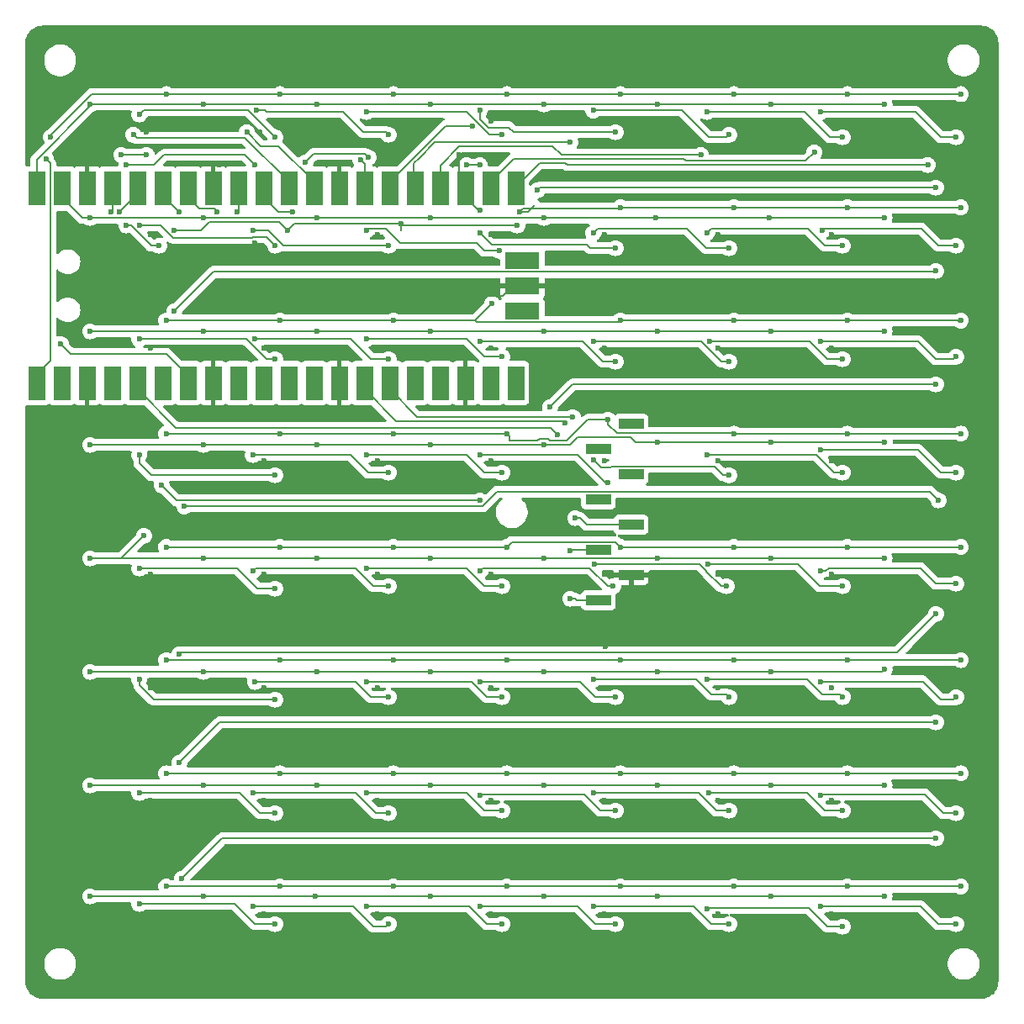
<source format=gbr>
%TF.GenerationSoftware,KiCad,Pcbnew,8.0.7*%
%TF.CreationDate,2025-01-12T22:15:46+01:00*%
%TF.ProjectId,butns,6275746e-732e-46b6-9963-61645f706362,rev?*%
%TF.SameCoordinates,Original*%
%TF.FileFunction,Copper,L2,Bot*%
%TF.FilePolarity,Positive*%
%FSLAX46Y46*%
G04 Gerber Fmt 4.6, Leading zero omitted, Abs format (unit mm)*
G04 Created by KiCad (PCBNEW 8.0.7) date 2025-01-12 22:15:46*
%MOMM*%
%LPD*%
G01*
G04 APERTURE LIST*
%TA.AperFunction,SMDPad,CuDef*%
%ADD10R,2.510000X1.000000*%
%TD*%
%TA.AperFunction,SMDPad,CuDef*%
%ADD11R,1.700000X3.500000*%
%TD*%
%TA.AperFunction,SMDPad,CuDef*%
%ADD12R,3.500000X1.700000*%
%TD*%
%TA.AperFunction,ViaPad*%
%ADD13C,0.600000*%
%TD*%
%TA.AperFunction,Conductor*%
%ADD14C,0.200000*%
%TD*%
G04 APERTURE END LIST*
D10*
%TO.P,J1,1,Pin_1*%
%TO.N,+3.3V*%
X190790000Y-99980997D03*
%TO.P,J1,2,Pin_2*%
%TO.N,GND*%
X194100000Y-97440997D03*
%TO.P,J1,3,Pin_3*%
%TO.N,I2C0_SCL*%
X190790000Y-94900997D03*
%TO.P,J1,4,Pin_4*%
%TO.N,I2C0_SDA*%
X194100000Y-92360997D03*
%TO.P,J1,5,Pin_5*%
%TO.N,unconnected-(J1-Pin_5-Pad5)*%
X190790000Y-89820997D03*
%TO.P,J1,6,Pin_6*%
%TO.N,unconnected-(J1-Pin_6-Pad6)*%
X194100000Y-87280997D03*
%TO.P,J1,7,Pin_7*%
%TO.N,unconnected-(J1-Pin_7-Pad7)*%
X190790000Y-84740997D03*
%TO.P,J1,8,Pin_8*%
%TO.N,unconnected-(J1-Pin_8-Pad8)*%
X194100000Y-82200997D03*
%TD*%
D11*
%TO.P,U1,1,GPIO0*%
%TO.N,SW_ROW_1*%
X134220000Y-58510000D03*
%TO.P,U1,2,GPIO1*%
%TO.N,SW_ROW_2*%
X136760000Y-58510000D03*
%TO.P,U1,3,GND*%
%TO.N,GND*%
X139300000Y-58510000D03*
%TO.P,U1,4,GPIO2*%
%TO.N,SW_ROW_3*%
X141840000Y-58510000D03*
%TO.P,U1,5,GPIO3*%
%TO.N,SW_ROW_4*%
X144380000Y-58510000D03*
%TO.P,U1,6,GPIO4*%
%TO.N,SW_ROW_5*%
X146920000Y-58510000D03*
%TO.P,U1,7,GPIO5*%
%TO.N,SW_ROW_6*%
X149460000Y-58510000D03*
%TO.P,U1,8,GND*%
%TO.N,GND*%
X152000000Y-58510000D03*
%TO.P,U1,9,GPIO6*%
%TO.N,SW_ROW_7*%
X154540000Y-58510000D03*
%TO.P,U1,10,GPIO7*%
%TO.N,SW_ROW_8*%
X157080000Y-58510000D03*
%TO.P,U1,11,GPIO8*%
%TO.N,SW_COL_1*%
X159620000Y-58510000D03*
%TO.P,U1,12,GPIO9*%
%TO.N,SW_COL_2*%
X162160000Y-58510000D03*
%TO.P,U1,13,GND*%
%TO.N,GND*%
X164700000Y-58510000D03*
%TO.P,U1,14,GPIO10*%
%TO.N,SW_COL_3*%
X167240000Y-58510000D03*
%TO.P,U1,15,GPIO11*%
%TO.N,SW_COL_4*%
X169780000Y-58510000D03*
%TO.P,U1,16,GPIO12*%
%TO.N,SW_COL_5*%
X172320000Y-58510000D03*
%TO.P,U1,17,GPIO13*%
%TO.N,SW_COL_6*%
X174860000Y-58510000D03*
%TO.P,U1,18,GND*%
%TO.N,GND*%
X177400000Y-58510000D03*
%TO.P,U1,19,GPIO14*%
%TO.N,SW_COL_7*%
X179940000Y-58510000D03*
%TO.P,U1,20,GPIO15*%
%TO.N,SW_COL_8*%
X182480000Y-58510000D03*
%TO.P,U1,21,GPIO16*%
%TO.N,unconnected-(U1-GPIO16-Pad21)*%
X182480000Y-78090000D03*
%TO.P,U1,22,GPIO17*%
%TO.N,unconnected-(U1-GPIO17-Pad22)*%
X179940000Y-78090000D03*
%TO.P,U1,23,GND*%
%TO.N,GND*%
X177400000Y-78090000D03*
%TO.P,U1,24,GPIO18*%
%TO.N,unconnected-(U1-GPIO18-Pad24)*%
X174860000Y-78090000D03*
%TO.P,U1,25,GPIO19*%
%TO.N,unconnected-(U1-GPIO19-Pad25)*%
X172320000Y-78090000D03*
%TO.P,U1,26,GPIO20*%
%TO.N,I2C0_SDA*%
X169780000Y-78090000D03*
%TO.P,U1,27,GPIO21*%
%TO.N,I2C0_SCL*%
X167240000Y-78090000D03*
%TO.P,U1,28,GND*%
%TO.N,GND*%
X164700000Y-78090000D03*
%TO.P,U1,29,GPIO22*%
%TO.N,unconnected-(U1-GPIO22-Pad29)*%
X162160000Y-78090000D03*
%TO.P,U1,30,RUN*%
%TO.N,unconnected-(U1-RUN-Pad30)*%
X159620000Y-78090000D03*
%TO.P,U1,31,GPIO26_ADC0*%
%TO.N,unconnected-(U1-GPIO26_ADC0-Pad31)*%
X157080000Y-78090000D03*
%TO.P,U1,32,GPIO27_ADC1*%
%TO.N,unconnected-(U1-GPIO27_ADC1-Pad32)*%
X154540000Y-78090000D03*
%TO.P,U1,33,AGND*%
%TO.N,GND*%
X152000000Y-78090000D03*
%TO.P,U1,34,GPIO28_ADC2*%
%TO.N,LED_DATA*%
X149460000Y-78090000D03*
%TO.P,U1,35,ADC_VREF*%
%TO.N,unconnected-(U1-ADC_VREF-Pad35)*%
X146920000Y-78090000D03*
%TO.P,U1,36,3V3*%
%TO.N,+3.3V*%
X144380000Y-78090000D03*
%TO.P,U1,37,3V3_EN*%
%TO.N,unconnected-(U1-3V3_EN-Pad37)*%
X141840000Y-78090000D03*
%TO.P,U1,38,GND*%
%TO.N,GND*%
X139300000Y-78090000D03*
%TO.P,U1,39,VSYS*%
%TO.N,unconnected-(U1-VSYS-Pad39)*%
X136760000Y-78090000D03*
%TO.P,U1,40,VBUS*%
%TO.N,+5V*%
X134220000Y-78090000D03*
D12*
%TO.P,U1,41,SWCLK*%
%TO.N,unconnected-(U1-SWCLK-Pad41)*%
X183150000Y-65760000D03*
%TO.P,U1,42,GND*%
%TO.N,GND*%
X183150000Y-68300000D03*
%TO.P,U1,43,SWDIO*%
%TO.N,unconnected-(U1-SWDIO-Pad43)*%
X183150000Y-70840000D03*
%TD*%
D13*
%TO.N,GND*%
X156718000Y-68834000D03*
%TO.N,Net-(D120-DOUT)*%
X148844000Y-128016000D03*
X224790000Y-123952000D03*
%TO.N,Net-(D112-DOUT)*%
X148590000Y-116332000D03*
X224790000Y-112268000D03*
%TO.N,Net-(D104-DOUT)*%
X148590000Y-105400000D03*
X224790000Y-101346000D03*
%TO.N,Net-(D96-DOUT)*%
X149098000Y-90516000D03*
X225044000Y-89916000D03*
%TO.N,Net-(D88-DOUT)*%
X146812000Y-88392000D03*
X178850991Y-89916000D03*
X185928000Y-80518000D03*
X224790000Y-78232000D03*
%TO.N,Net-(D80-DOUT)*%
X148082000Y-70866000D03*
X224790000Y-66802000D03*
%TO.N,GND*%
X146304000Y-67564000D03*
X176784000Y-55118000D03*
X152654000Y-56134000D03*
%TO.N,Net-(D72-DOUT)*%
X143256000Y-56134000D03*
X143256000Y-62230000D03*
X146558000Y-64262000D03*
X161290000Y-55880000D03*
X167640000Y-55372000D03*
X178850991Y-56134000D03*
X156210000Y-56134000D03*
X184658000Y-58674000D03*
X177546000Y-56134000D03*
X224790000Y-58420000D03*
%TO.N,GND*%
X191262000Y-91186000D03*
X191516000Y-104648000D03*
X191008000Y-101600000D03*
X190754000Y-79756000D03*
X191262000Y-53848000D03*
X179070000Y-69342000D03*
X178850991Y-60706000D03*
X146812000Y-93218000D03*
%TO.N,+3.3V*%
X187960000Y-99822000D03*
X186690000Y-83312000D03*
%TO.N,I2C0_SCL*%
X187960000Y-94996000D03*
X187452000Y-82134000D03*
%TO.N,I2C0_SDA*%
X188468000Y-91694000D03*
X188214000Y-81534000D03*
%TO.N,GND*%
X139300000Y-77190000D03*
X164700000Y-77190000D03*
X182250000Y-68300000D03*
X164700000Y-59410000D03*
X139300000Y-59410000D03*
%TO.N,+5V*%
X135153520Y-55519538D03*
%TO.N,LED_DATA*%
X136652000Y-74168000D03*
%TO.N,SW_COL_8*%
X223970991Y-56134000D03*
%TO.N,SW_COL_7*%
X212540991Y-54864000D03*
%TO.N,SW_COL_6*%
X201110991Y-55118000D03*
%TO.N,SW_COL_5*%
X187960000Y-53848000D03*
%TO.N,SW_COL_4*%
X178109231Y-52211760D03*
%TO.N,SW_COL_3*%
X166820991Y-55626000D03*
%TO.N,SW_COL_2*%
X155390991Y-52832000D03*
%TO.N,SW_COL_1*%
X143960991Y-53086000D03*
%TO.N,SW_ROW_8*%
X160020000Y-60868000D03*
%TO.N,SW_ROW_7*%
X154432000Y-60868000D03*
%TO.N,SW_ROW_6*%
X152400000Y-60868000D03*
%TO.N,SW_ROW_5*%
X145034000Y-93472000D03*
X148590000Y-60868000D03*
%TO.N,SW_ROW_4*%
X142532003Y-60868000D03*
%TO.N,SW_ROW_3*%
X141732000Y-60868000D03*
%TO.N,+5V*%
X135636000Y-53340000D03*
%TO.N,Net-(D79-DOUT)*%
X226822000Y-64262000D03*
X213360000Y-62738000D03*
%TO.N,Net-(D78-DOUT)*%
X215392000Y-64262000D03*
X201710991Y-62992000D03*
%TO.N,Net-(D77-DOUT)*%
X203962000Y-64516000D03*
X190280991Y-62992000D03*
%TO.N,Net-(D76-DOUT)*%
X192532000Y-64516000D03*
X178850991Y-62992000D03*
%TO.N,Net-(D75-DOUT)*%
X180848000Y-64770000D03*
X167420991Y-62738000D03*
%TO.N,Net-(D74-DOUT)*%
X169672000Y-64262000D03*
X155990991Y-62738000D03*
%TO.N,Net-(D73-DOUT)*%
X158242000Y-64262000D03*
X144560991Y-62230000D03*
%TO.N,Net-(D87-DOUT)*%
X226822000Y-75438000D03*
X213140991Y-73914000D03*
%TO.N,Net-(D86-DOUT)*%
X215392000Y-75692000D03*
X201973265Y-73870735D03*
%TO.N,Net-(D85-DOUT)*%
X203962000Y-75946000D03*
X190280991Y-73914000D03*
%TO.N,Net-(D84-DOUT)*%
X192532000Y-75946000D03*
X178850991Y-73914000D03*
%TO.N,Net-(D83-DOUT)*%
X181102000Y-75438000D03*
X167420991Y-73660000D03*
%TO.N,Net-(D82-DOUT)*%
X169672000Y-75692000D03*
X156210000Y-73660000D03*
%TO.N,Net-(D81-DOUT)*%
X158242000Y-75692000D03*
X144560991Y-73660000D03*
%TO.N,Net-(D103-DOUT)*%
X226822000Y-98298000D03*
X213140991Y-97028000D03*
%TO.N,Net-(D102-DOUT)*%
X215392000Y-98552000D03*
X201854527Y-96358000D03*
%TO.N,Net-(D101-DOUT)*%
X203708000Y-98552000D03*
X190377999Y-96358000D03*
%TO.N,Net-(D100-DOUT)*%
X192278000Y-98552000D03*
X178850991Y-97028000D03*
%TO.N,Net-(D100-DIN)*%
X181102000Y-98552000D03*
X167420991Y-96774000D03*
%TO.N,Net-(D98-DOUT)*%
X169672000Y-98552000D03*
X155990991Y-97028000D03*
%TO.N,Net-(D97-DOUT)*%
X158242000Y-98806000D03*
X144560991Y-96774000D03*
%TO.N,Net-(D95-DOUT)*%
X226822000Y-87122000D03*
X213140991Y-84836000D03*
%TO.N,Net-(D94-DOUT)*%
X215392000Y-87122000D03*
X201710991Y-85344000D03*
%TO.N,Net-(D93-DOUT)*%
X203962000Y-87376000D03*
X190280991Y-85852000D03*
%TO.N,Net-(D92-DOUT)*%
X191770000Y-88138000D03*
X178850991Y-85344000D03*
%TO.N,Net-(D91-DOUT)*%
X181102000Y-87122000D03*
X167420991Y-85344000D03*
%TO.N,Net-(D90-DOUT)*%
X169672000Y-87122000D03*
X155990991Y-85344000D03*
%TO.N,Net-(D89-DOUT)*%
X158242000Y-87376000D03*
X144560991Y-85344000D03*
%TO.N,Net-(D111-DOUT)*%
X226822000Y-109728000D03*
X213140991Y-108204000D03*
%TO.N,Net-(D110-DOUT)*%
X215392000Y-109728000D03*
X201710991Y-107950000D03*
%TO.N,Net-(D109-DOUT)*%
X203962000Y-109728000D03*
X190280991Y-107950000D03*
%TO.N,Net-(D108-DOUT)*%
X192532000Y-109728000D03*
X178859265Y-108160735D03*
%TO.N,Net-(D107-DOUT)*%
X181102000Y-109728000D03*
X167420991Y-108204000D03*
%TO.N,Net-(D106-DOUT)*%
X169672000Y-109728000D03*
X156210000Y-108204000D03*
%TO.N,Net-(D105-DOUT)*%
X158242000Y-109982000D03*
X144560991Y-107950000D03*
%TO.N,Net-(D119-DOUT)*%
X226822000Y-121412000D03*
X213140991Y-119634000D03*
%TO.N,Net-(D118-DOUT)*%
X215392000Y-121158000D03*
X201930000Y-119380000D03*
%TO.N,Net-(D117-DOUT)*%
X203962000Y-121158000D03*
X190280991Y-119380000D03*
%TO.N,Net-(D116-DOUT)*%
X192532000Y-121158000D03*
X178850991Y-119634000D03*
%TO.N,Net-(D115-DOUT)*%
X181102000Y-121158000D03*
X167420991Y-119380000D03*
%TO.N,Net-(D114-DOUT)*%
X169672000Y-121412000D03*
X155990991Y-119380000D03*
%TO.N,Net-(D113-DOUT)*%
X144560991Y-119380000D03*
X158242000Y-121412000D03*
%TO.N,Net-(D127-DOUT)*%
X226822000Y-132588000D03*
X213140991Y-130810000D03*
%TO.N,Net-(D126-DOUT)*%
X215392000Y-132842000D03*
X201710991Y-131020735D03*
%TO.N,Net-(D125-DOUT)*%
X190280991Y-130810000D03*
X203962000Y-132588000D03*
%TO.N,Net-(D124-DOUT)*%
X192532000Y-132588000D03*
X178850991Y-130810000D03*
%TO.N,Net-(D123-DOUT)*%
X181102000Y-132588000D03*
X167420991Y-130810000D03*
%TO.N,Net-(D122-DOUT)*%
X169672000Y-132588000D03*
X155990991Y-130810000D03*
%TO.N,Net-(D121-DOUT)*%
X158242000Y-132588000D03*
X144560991Y-130556000D03*
%TO.N,GND*%
X145650000Y-131550000D03*
X157080000Y-131550000D03*
X168510000Y-131550000D03*
X179940000Y-131550000D03*
X191370000Y-131550000D03*
X202800000Y-131550000D03*
X214230000Y-131550000D03*
X225660000Y-131550000D03*
X225660000Y-120150000D03*
X214230000Y-120150000D03*
X202800000Y-120150000D03*
X191370000Y-120150000D03*
X179940000Y-120150000D03*
X168510000Y-120150000D03*
X157080000Y-120150000D03*
X145650000Y-120150000D03*
X145650000Y-108750000D03*
X157080000Y-108750000D03*
X168510000Y-108750000D03*
X179940000Y-108750000D03*
X191370000Y-108750000D03*
X202800000Y-108750000D03*
X214230000Y-108750000D03*
X225660000Y-108750000D03*
X225660000Y-97350000D03*
X214230000Y-97350000D03*
X202800000Y-97350000D03*
X191370000Y-97350000D03*
X179940000Y-97350000D03*
X168510000Y-97350000D03*
X157080000Y-97350000D03*
X145650000Y-97350000D03*
X145650000Y-85950000D03*
X157080000Y-85950000D03*
X168510000Y-85950000D03*
X179940000Y-85950000D03*
X191370000Y-85950000D03*
X202800000Y-85950000D03*
X214230000Y-85950000D03*
X225660000Y-85950000D03*
X225660000Y-74550000D03*
X214230000Y-74550000D03*
X202800000Y-74550000D03*
X191370000Y-74550000D03*
X179940000Y-74550000D03*
X168510000Y-74550000D03*
X157080000Y-74550000D03*
X145650000Y-74550000D03*
X145650000Y-63150000D03*
X156210000Y-64008000D03*
X168510000Y-63150000D03*
X179940000Y-63150000D03*
X191370000Y-63150000D03*
X202800000Y-63150000D03*
X214230000Y-63150000D03*
X225660000Y-63150000D03*
X225660000Y-51750000D03*
X214230000Y-51750000D03*
X202800000Y-51750000D03*
X191370000Y-51750000D03*
X179940000Y-51750000D03*
X168510000Y-51750000D03*
X156718000Y-52832000D03*
X145288000Y-52832000D03*
%TO.N,Net-(D66-DOUT)*%
X156388527Y-50638000D03*
%TO.N,Net-(D67-DOUT)*%
X167420991Y-50800000D03*
%TO.N,Net-(D68-DOUT)*%
X178850991Y-50638000D03*
%TO.N,Net-(D71-DOUT)*%
X213140991Y-50800000D03*
X226822000Y-53340000D03*
%TO.N,Net-(D70-DOUT)*%
X215392000Y-53340000D03*
X201710991Y-50800000D03*
%TO.N,Net-(D69-DOUT)*%
X203962000Y-53086000D03*
X190280991Y-50638000D03*
%TO.N,Net-(D68-DOUT)*%
X192532000Y-52832000D03*
%TO.N,Net-(D67-DOUT)*%
X181102000Y-53086000D03*
%TO.N,Net-(D66-DOUT)*%
X169672000Y-53086000D03*
%TO.N,Net-(D1-DOUT)*%
X144560991Y-51054000D03*
X158242000Y-53340000D03*
%TO.N,LED_DIN*%
X145288000Y-55118000D03*
X142748000Y-55118000D03*
%TO.N,+5V*%
X182626000Y-62230000D03*
X147275000Y-128800000D03*
X158705000Y-128800000D03*
X170135000Y-128800000D03*
X181565000Y-128800000D03*
X192995000Y-128800000D03*
X204425000Y-128800000D03*
X215855000Y-128800000D03*
X227285000Y-128800000D03*
X227285000Y-117400000D03*
X215855000Y-117400000D03*
X204425000Y-117400000D03*
X192995000Y-117400000D03*
X181565000Y-117400000D03*
X170135000Y-117400000D03*
X158705000Y-117400000D03*
X147275000Y-117400000D03*
X147275000Y-106000000D03*
X158705000Y-106000000D03*
X170135000Y-106000000D03*
X181565000Y-106000000D03*
X192995000Y-106000000D03*
X204425000Y-106000000D03*
X215855000Y-106000000D03*
X227285000Y-106000000D03*
X227285000Y-94600000D03*
X215855000Y-94600000D03*
X204425000Y-94600000D03*
X192995000Y-94600000D03*
X181565000Y-94600000D03*
X170135000Y-94600000D03*
X158705000Y-94600000D03*
X147275000Y-94600000D03*
X147275000Y-83200000D03*
X158705000Y-83200000D03*
X170135000Y-83200000D03*
X181565000Y-83200000D03*
X191770000Y-81788000D03*
X204425000Y-83200000D03*
X215855000Y-83200000D03*
X227285000Y-83200000D03*
X227285000Y-71800000D03*
X215855000Y-71800000D03*
X204425000Y-71800000D03*
X192995000Y-71800000D03*
X180086000Y-70104000D03*
X170135000Y-71800000D03*
X158705000Y-71800000D03*
X147275000Y-71800000D03*
X148082000Y-62738000D03*
X159512000Y-62738000D03*
X170942000Y-62068000D03*
X182880000Y-60868000D03*
X192995000Y-60400000D03*
X204425000Y-60400000D03*
X215855000Y-60400000D03*
X227285000Y-60400000D03*
X227285000Y-49000000D03*
X215855000Y-49000000D03*
X204425000Y-49000000D03*
X192995000Y-49000000D03*
X181565000Y-49000000D03*
X170135000Y-49000000D03*
X158705000Y-49000000D03*
X147275000Y-49000000D03*
%TO.N,SW_ROW_1*%
X151040991Y-50038000D03*
X162470991Y-50038000D03*
X173900991Y-50038000D03*
X185330991Y-50038000D03*
X196760991Y-50038000D03*
X208190991Y-50038000D03*
X139610991Y-50038000D03*
X219620991Y-50038000D03*
%TO.N,SW_ROW_8*%
X151040991Y-129794000D03*
X162306000Y-129794000D03*
X173900991Y-129794000D03*
X185330991Y-129794000D03*
X196760991Y-129794000D03*
X208190991Y-129794000D03*
X139610991Y-129794000D03*
X219620991Y-129794000D03*
%TO.N,SW_ROW_7*%
X151040991Y-118618000D03*
X162470991Y-118618000D03*
X173900991Y-118618000D03*
X185330991Y-118618000D03*
X196760991Y-118618000D03*
X208190991Y-118618000D03*
X219620991Y-118618000D03*
X139610991Y-118618000D03*
%TO.N,SW_ROW_6*%
X151040991Y-107188000D03*
X162470991Y-107188000D03*
X173900991Y-107188000D03*
X185330991Y-107188000D03*
X196760991Y-107188000D03*
X208190991Y-107188000D03*
X219620991Y-106934000D03*
X139610991Y-107188000D03*
%TO.N,SW_ROW_5*%
X151040991Y-95758000D03*
X162470991Y-95758000D03*
X173900991Y-95758000D03*
X185330991Y-95758000D03*
X196760991Y-95758000D03*
X208190991Y-95758000D03*
X139610991Y-95758000D03*
X219620991Y-95758000D03*
%TO.N,SW_ROW_4*%
X151040991Y-84328000D03*
X162470991Y-84328000D03*
X173900991Y-84328000D03*
X185330991Y-84328000D03*
X196760991Y-84074000D03*
X208190991Y-84074000D03*
X219620991Y-84074000D03*
X139610991Y-84328000D03*
%TO.N,SW_ROW_3*%
X151040991Y-72898000D03*
X162470991Y-72898000D03*
X173900991Y-72898000D03*
X185330991Y-72898000D03*
X196760991Y-72898000D03*
X208190991Y-72898000D03*
%TO.N,SW_ROW_2*%
X219620991Y-61468000D03*
%TO.N,SW_ROW_3*%
X219620991Y-72898000D03*
X139610991Y-72898000D03*
%TO.N,SW_ROW_2*%
X162470991Y-61468000D03*
X173900991Y-61468000D03*
X185330991Y-61468000D03*
X196596000Y-61468000D03*
X208026000Y-61468000D03*
X151040991Y-61468000D03*
X139610991Y-61468000D03*
%TD*%
D14*
%TO.N,Net-(D68-DOUT)*%
X181798000Y-52350000D02*
X182280000Y-52832000D01*
X179691471Y-52350000D02*
X181798000Y-52350000D01*
X178850991Y-51509520D02*
X179691471Y-52350000D01*
X178850991Y-50638000D02*
X178850991Y-51509520D01*
%TO.N,Net-(D120-DOUT)*%
X152908000Y-123952000D02*
X148844000Y-128016000D01*
X224790000Y-123952000D02*
X152908000Y-123952000D01*
%TO.N,Net-(D112-DOUT)*%
X152654000Y-112268000D02*
X148590000Y-116332000D01*
X224790000Y-112268000D02*
X152654000Y-112268000D01*
%TO.N,Net-(D104-DOUT)*%
X220888000Y-105248000D02*
X148742000Y-105248000D01*
X224790000Y-101346000D02*
X220888000Y-105248000D01*
X148742000Y-105248000D02*
X148590000Y-105400000D01*
%TO.N,Net-(D96-DOUT)*%
X179099520Y-90516000D02*
X149098000Y-90516000D01*
X225044000Y-89916000D02*
X224148997Y-89020997D01*
X224148997Y-89020997D02*
X180594523Y-89020997D01*
X179384760Y-90230760D02*
X179099520Y-90516000D01*
X180594523Y-89020997D02*
X179384760Y-90230760D01*
%TO.N,Net-(D88-DOUT)*%
X148336000Y-89916000D02*
X146812000Y-88392000D01*
X178850991Y-89916000D02*
X148336000Y-89916000D01*
X224790000Y-78232000D02*
X188214000Y-78232000D01*
X188214000Y-78232000D02*
X185928000Y-80518000D01*
%TO.N,Net-(D80-DOUT)*%
X224790000Y-66802000D02*
X224682000Y-66910000D01*
X224682000Y-66910000D02*
X152038000Y-66910000D01*
X152038000Y-66910000D02*
X148082000Y-70866000D01*
%TO.N,GND*%
X176784000Y-58794000D02*
X176784000Y-55118000D01*
X177400000Y-59410000D02*
X176784000Y-58794000D01*
%TO.N,Net-(D72-DOUT)*%
X155194000Y-55118000D02*
X147066000Y-55118000D01*
X156210000Y-56134000D02*
X155194000Y-55118000D01*
X147066000Y-55118000D02*
X146050000Y-56134000D01*
X143256000Y-56134000D02*
X146050000Y-56134000D01*
X146050000Y-56134000D02*
X145796000Y-56134000D01*
X143712462Y-62230000D02*
X143256000Y-62230000D01*
X146558000Y-64262000D02*
X145744462Y-64262000D01*
X145744462Y-64262000D02*
X143712462Y-62230000D01*
X162144000Y-55026000D02*
X161290000Y-55880000D01*
X178850991Y-56134000D02*
X177546000Y-56134000D01*
X224790000Y-58420000D02*
X184912000Y-58420000D01*
X184912000Y-58420000D02*
X184658000Y-58674000D01*
X167640000Y-55372000D02*
X167294000Y-55026000D01*
X167294000Y-55026000D02*
X162144000Y-55026000D01*
%TO.N,GND*%
X191516000Y-102108000D02*
X191516000Y-104648000D01*
X191008000Y-101600000D02*
X191516000Y-102108000D01*
X181208000Y-69342000D02*
X182250000Y-68300000D01*
X179070000Y-69342000D02*
X181208000Y-69342000D01*
X178850991Y-60706000D02*
X178696000Y-60706000D01*
X178696000Y-60706000D02*
X177400000Y-59410000D01*
%TO.N,+3.3V*%
X188626997Y-99980997D02*
X190790000Y-99980997D01*
X188468000Y-99822000D02*
X188626997Y-99980997D01*
X187960000Y-99822000D02*
X188468000Y-99822000D01*
X185978000Y-82600000D02*
X186690000Y-83312000D01*
X148230000Y-82600000D02*
X185978000Y-82600000D01*
X144380000Y-78750000D02*
X148230000Y-82600000D01*
X144380000Y-77190000D02*
X144380000Y-78750000D01*
%TO.N,I2C0_SCL*%
X188055003Y-94900997D02*
X190790000Y-94900997D01*
X187960000Y-94996000D02*
X188055003Y-94900997D01*
X187252000Y-81934000D02*
X187452000Y-82134000D01*
X175260000Y-81934000D02*
X187252000Y-81934000D01*
X167240000Y-78750000D02*
X170424000Y-81934000D01*
X170424000Y-81934000D02*
X175260000Y-81934000D01*
X167240000Y-77190000D02*
X167240000Y-78750000D01*
%TO.N,I2C0_SDA*%
X189642997Y-92360997D02*
X194100000Y-92360997D01*
X188468000Y-91694000D02*
X188976000Y-91694000D01*
X188976000Y-91694000D02*
X189642997Y-92360997D01*
X172564000Y-81534000D02*
X188214000Y-81534000D01*
X169780000Y-78750000D02*
X172564000Y-81534000D01*
X169780000Y-77190000D02*
X169780000Y-78750000D01*
%TO.N,+5V*%
X135600000Y-55966018D02*
X135153520Y-55519538D01*
X135600000Y-75810000D02*
X135600000Y-55966018D01*
X134220000Y-77190000D02*
X135600000Y-75810000D01*
%TO.N,LED_DATA*%
X149326000Y-77190000D02*
X149460000Y-77190000D01*
X147286000Y-75150000D02*
X149326000Y-77190000D01*
X137634000Y-75150000D02*
X147286000Y-75150000D01*
X136652000Y-74168000D02*
X137634000Y-75150000D01*
%TO.N,SW_COL_8*%
X223954991Y-56118000D02*
X223970991Y-56134000D01*
X187652000Y-56118000D02*
X223954991Y-56118000D01*
X187452000Y-55918000D02*
X187652000Y-56118000D01*
X184874000Y-55918000D02*
X187452000Y-55918000D01*
X182480000Y-58312000D02*
X184874000Y-55918000D01*
X182480000Y-59410000D02*
X182480000Y-58312000D01*
%TO.N,SW_COL_7*%
X211686991Y-55718000D02*
X212540991Y-54864000D01*
X199590000Y-55718000D02*
X211686991Y-55718000D01*
X199390000Y-55518000D02*
X199590000Y-55718000D01*
X182272000Y-55518000D02*
X199390000Y-55518000D01*
X179940000Y-57850000D02*
X182272000Y-55518000D01*
X179940000Y-59410000D02*
X179940000Y-57850000D01*
%TO.N,SW_COL_6*%
X187052000Y-55118000D02*
X201110991Y-55118000D01*
X186182000Y-54248000D02*
X187052000Y-55118000D01*
X176784000Y-54248000D02*
X186182000Y-54248000D01*
X174860000Y-56172000D02*
X176784000Y-54248000D01*
X174860000Y-59410000D02*
X174860000Y-56172000D01*
%TO.N,SW_COL_5*%
X172771843Y-55423843D02*
X174347686Y-53848000D01*
X172212000Y-55983686D02*
X172771843Y-55423843D01*
X172212000Y-59302000D02*
X172212000Y-55983686D01*
X174347686Y-53848000D02*
X187960000Y-53848000D01*
X172320000Y-59410000D02*
X172212000Y-59302000D01*
%TO.N,SW_COL_4*%
X175418240Y-52211760D02*
X178109231Y-52211760D01*
X169780000Y-59410000D02*
X169780000Y-57850000D01*
X169780000Y-57850000D02*
X175418240Y-52211760D01*
%TO.N,SW_COL_3*%
X167240000Y-56045009D02*
X166820991Y-55626000D01*
X167240000Y-59410000D02*
X167240000Y-56045009D01*
%TO.N,SW_COL_2*%
X162160000Y-59410000D02*
X162160000Y-57850000D01*
X162160000Y-57850000D02*
X158552157Y-54242157D01*
X158552157Y-54242157D02*
X156801148Y-54242157D01*
X156801148Y-54242157D02*
X155390991Y-52832000D01*
%TO.N,SW_COL_1*%
X144306991Y-53432000D02*
X143960991Y-53086000D01*
X159620000Y-57850000D02*
X155202000Y-53432000D01*
X159620000Y-59410000D02*
X159620000Y-57850000D01*
X155202000Y-53432000D02*
X144306991Y-53432000D01*
%TO.N,SW_ROW_8*%
X158538000Y-60868000D02*
X160020000Y-60868000D01*
X157080000Y-59410000D02*
X158538000Y-60868000D01*
X157080000Y-59410000D02*
X157080000Y-59778991D01*
%TO.N,SW_ROW_7*%
X154540000Y-60760000D02*
X154432000Y-60868000D01*
X154540000Y-59410000D02*
X154540000Y-60760000D01*
%TO.N,SW_ROW_6*%
X152092000Y-60560000D02*
X152400000Y-60868000D01*
X150610000Y-60560000D02*
X152092000Y-60560000D01*
X149460000Y-59410000D02*
X150610000Y-60560000D01*
%TO.N,SW_ROW_5*%
X142748000Y-95758000D02*
X139610991Y-95758000D01*
X145034000Y-93472000D02*
X142748000Y-95758000D01*
X147132000Y-59410000D02*
X148590000Y-60868000D01*
X146920000Y-59410000D02*
X147132000Y-59410000D01*
%TO.N,SW_ROW_4*%
X143990003Y-59410000D02*
X142532003Y-60868000D01*
X144380000Y-59410000D02*
X143990003Y-59410000D01*
%TO.N,SW_ROW_3*%
X141840000Y-60760000D02*
X141732000Y-60868000D01*
X141840000Y-59410000D02*
X141840000Y-60760000D01*
%TO.N,SW_ROW_2*%
X136760000Y-59410000D02*
X138818000Y-61468000D01*
X138818000Y-61468000D02*
X139610991Y-61468000D01*
%TO.N,SW_ROW_1*%
X139610991Y-50213538D02*
X139610991Y-50038000D01*
X134220000Y-59410000D02*
X134220000Y-55604529D01*
X134220000Y-55604529D02*
X139610991Y-50213538D01*
%TO.N,+5V*%
X135636000Y-53164462D02*
X135636000Y-53340000D01*
X139800462Y-49000000D02*
X135636000Y-53164462D01*
X147275000Y-49000000D02*
X139800462Y-49000000D01*
%TO.N,Net-(D79-DOUT)*%
X223332000Y-62550000D02*
X225044000Y-64262000D01*
X225044000Y-64262000D02*
X226822000Y-64262000D01*
X213360000Y-62738000D02*
X213548000Y-62550000D01*
X213548000Y-62550000D02*
X223332000Y-62550000D01*
%TO.N,Net-(D78-DOUT)*%
X213614000Y-64262000D02*
X215392000Y-64262000D01*
X202152991Y-62550000D02*
X211902000Y-62550000D01*
X201710991Y-62992000D02*
X202152991Y-62550000D01*
X211902000Y-62550000D02*
X213614000Y-64262000D01*
%TO.N,Net-(D77-DOUT)*%
X199710000Y-62550000D02*
X201676000Y-64516000D01*
X190280991Y-62992000D02*
X190722991Y-62550000D01*
X201676000Y-64516000D02*
X203962000Y-64516000D01*
X190722991Y-62550000D02*
X199710000Y-62550000D01*
%TO.N,Net-(D76-DOUT)*%
X189992000Y-64516000D02*
X192532000Y-64516000D01*
X189646000Y-64170000D02*
X189992000Y-64516000D01*
X178850991Y-62992000D02*
X180028991Y-64170000D01*
X180028991Y-64170000D02*
X189646000Y-64170000D01*
%TO.N,Net-(D75-DOUT)*%
X169359471Y-62550000D02*
X167608991Y-62550000D01*
X178562000Y-64008000D02*
X170817471Y-64008000D01*
X167608991Y-62550000D02*
X167420991Y-62738000D01*
X179324000Y-64770000D02*
X178562000Y-64008000D01*
X180848000Y-64770000D02*
X179324000Y-64770000D01*
X170817471Y-64008000D02*
X169359471Y-62550000D01*
%TO.N,Net-(D74-DOUT)*%
X157566529Y-62738000D02*
X159090529Y-64262000D01*
X155990991Y-62738000D02*
X157566529Y-62738000D01*
X159090529Y-64262000D02*
X169672000Y-64262000D01*
%TO.N,+5V*%
X150768000Y-62738000D02*
X148082000Y-62738000D01*
X151638000Y-61868000D02*
X150768000Y-62738000D01*
X159512000Y-62738000D02*
X158642000Y-61868000D01*
X158642000Y-61868000D02*
X151638000Y-61868000D01*
%TO.N,Net-(D73-DOUT)*%
X157388000Y-63408000D02*
X158242000Y-64262000D01*
X155961471Y-63408000D02*
X157388000Y-63408000D01*
X144560991Y-62230000D02*
X146725471Y-62230000D01*
X146725471Y-62230000D02*
X147952206Y-63456735D01*
X155912736Y-63456736D02*
X155961471Y-63408000D01*
X147952206Y-63456735D02*
X155912736Y-63456736D01*
%TO.N,Net-(D87-DOUT)*%
X226568000Y-75692000D02*
X226822000Y-75438000D01*
X224790000Y-75692000D02*
X226568000Y-75692000D01*
X223012000Y-73914000D02*
X224790000Y-75692000D01*
X213140991Y-73914000D02*
X223012000Y-73914000D01*
%TO.N,Net-(D86-DOUT)*%
X213868000Y-75692000D02*
X215392000Y-75692000D01*
X201973265Y-73870735D02*
X212046735Y-73870735D01*
X212046735Y-73870735D02*
X213868000Y-75692000D01*
%TO.N,Net-(D85-DOUT)*%
X203200000Y-75946000D02*
X203962000Y-75946000D01*
X190280991Y-73914000D02*
X201168000Y-73914000D01*
X201168000Y-73914000D02*
X203200000Y-75946000D01*
%TO.N,Net-(D84-DOUT)*%
X178850991Y-73914000D02*
X189230000Y-73914000D01*
X191262000Y-75946000D02*
X192532000Y-75946000D01*
X189230000Y-73914000D02*
X191262000Y-75946000D01*
%TO.N,Net-(D83-DOUT)*%
X177546000Y-73660000D02*
X179324000Y-75438000D01*
X167420991Y-73660000D02*
X177546000Y-73660000D01*
X179324000Y-75438000D02*
X181102000Y-75438000D01*
%TO.N,Net-(D82-DOUT)*%
X167894000Y-75692000D02*
X169672000Y-75692000D01*
X156210000Y-73660000D02*
X165862000Y-73660000D01*
X165862000Y-73660000D02*
X167894000Y-75692000D01*
%TO.N,Net-(D81-DOUT)*%
X144560991Y-73660000D02*
X155341471Y-73660000D01*
X155341471Y-73660000D02*
X157373471Y-75692000D01*
X157373471Y-75692000D02*
X158242000Y-75692000D01*
%TO.N,Net-(D103-DOUT)*%
X224790000Y-98298000D02*
X226822000Y-98298000D01*
X223242000Y-96750000D02*
X224790000Y-98298000D01*
X213981471Y-96750000D02*
X223242000Y-96750000D01*
X213140991Y-97028000D02*
X213703471Y-97028000D01*
X213703471Y-97028000D02*
X213981471Y-96750000D01*
%TO.N,Net-(D102-DOUT)*%
X213106000Y-98552000D02*
X215392000Y-98552000D01*
X201854527Y-96358000D02*
X210912000Y-96358000D01*
X210912000Y-96358000D02*
X213106000Y-98552000D01*
%TO.N,Net-(D101-DOUT)*%
X203153471Y-98552000D02*
X203708000Y-98552000D01*
X201676000Y-97028000D02*
X201676000Y-97074529D01*
X201676000Y-97074529D02*
X203153471Y-98552000D01*
X201006000Y-96358000D02*
X201676000Y-97028000D01*
X190377999Y-96358000D02*
X201006000Y-96358000D01*
%TO.N,Net-(D100-DOUT)*%
X189921471Y-96750000D02*
X191723471Y-98552000D01*
X179128991Y-96750000D02*
X189921471Y-96750000D01*
X191723471Y-98552000D02*
X192278000Y-98552000D01*
X178850991Y-97028000D02*
X179128991Y-96750000D01*
%TO.N,Net-(D100-DIN)*%
X179324000Y-98552000D02*
X181102000Y-98552000D01*
X177522000Y-96750000D02*
X179324000Y-98552000D01*
X167420991Y-96774000D02*
X167444991Y-96750000D01*
X167444991Y-96750000D02*
X177522000Y-96750000D01*
%TO.N,Net-(D98-DOUT)*%
X166346000Y-96750000D02*
X168148000Y-98552000D01*
X168148000Y-98552000D02*
X169672000Y-98552000D01*
X156268991Y-96750000D02*
X166346000Y-96750000D01*
X155990991Y-97028000D02*
X156268991Y-96750000D01*
%TO.N,Net-(D97-DOUT)*%
X156464000Y-98806000D02*
X158242000Y-98806000D01*
X144584991Y-96750000D02*
X154408000Y-96750000D01*
X144560991Y-96774000D02*
X144584991Y-96750000D01*
X154408000Y-96750000D02*
X156464000Y-98806000D01*
%TO.N,Net-(D95-DOUT)*%
X225298000Y-87122000D02*
X226822000Y-87122000D01*
X223012000Y-84836000D02*
X225298000Y-87122000D01*
X213140991Y-84836000D02*
X223012000Y-84836000D01*
%TO.N,Net-(D94-DOUT)*%
X214553471Y-87122000D02*
X215392000Y-87122000D01*
X212775471Y-85344000D02*
X214553471Y-87122000D01*
X201710991Y-85344000D02*
X212775471Y-85344000D01*
%TO.N,Net-(D93-DOUT)*%
X203377471Y-87376000D02*
X203962000Y-87376000D01*
X202482468Y-86480997D02*
X203377471Y-87376000D01*
X192024000Y-86614000D02*
X192157003Y-86480997D01*
X191042991Y-86614000D02*
X192024000Y-86614000D01*
X192157003Y-86480997D02*
X202482468Y-86480997D01*
X190280991Y-85852000D02*
X191042991Y-86614000D01*
%TO.N,Net-(D92-DOUT)*%
X191535686Y-88138000D02*
X188741686Y-85344000D01*
X191770000Y-88138000D02*
X191535686Y-88138000D01*
X188741686Y-85344000D02*
X178850991Y-85344000D01*
%TO.N,Net-(D91-DOUT)*%
X179324000Y-87122000D02*
X181102000Y-87122000D01*
X177546000Y-85344000D02*
X179070000Y-86868000D01*
X167420991Y-85344000D02*
X177546000Y-85344000D01*
X179070000Y-86868000D02*
X179324000Y-87122000D01*
%TO.N,Net-(D90-DOUT)*%
X167640000Y-87122000D02*
X169672000Y-87122000D01*
X165862000Y-85344000D02*
X167640000Y-87122000D01*
X155990991Y-85344000D02*
X165862000Y-85344000D01*
%TO.N,Net-(D89-DOUT)*%
X145796000Y-87376000D02*
X158242000Y-87376000D01*
X144560991Y-86140991D02*
X145796000Y-87376000D01*
X144560991Y-85344000D02*
X144560991Y-86140991D01*
%TO.N,Net-(D111-DOUT)*%
X226568000Y-109982000D02*
X226822000Y-109728000D01*
X223466000Y-108150000D02*
X225298000Y-109982000D01*
X225298000Y-109982000D02*
X226568000Y-109982000D01*
X213140991Y-108204000D02*
X213194991Y-108150000D01*
X213194991Y-108150000D02*
X223466000Y-108150000D01*
%TO.N,Net-(D110-DOUT)*%
X215138000Y-109474000D02*
X215392000Y-109728000D01*
X213360000Y-109474000D02*
X215138000Y-109474000D01*
X201710991Y-107950000D02*
X211836000Y-107950000D01*
X211836000Y-107950000D02*
X213360000Y-109474000D01*
%TO.N,Net-(D109-DOUT)*%
X190280991Y-107950000D02*
X200660000Y-107950000D01*
X203708000Y-109474000D02*
X203962000Y-109728000D01*
X202184000Y-109474000D02*
X203708000Y-109474000D01*
X200660000Y-107950000D02*
X202184000Y-109474000D01*
%TO.N,Net-(D108-DOUT)*%
X190500000Y-109728000D02*
X192532000Y-109728000D01*
X178870000Y-108150000D02*
X188922000Y-108150000D01*
X178859265Y-108160735D02*
X178870000Y-108150000D01*
X188922000Y-108150000D02*
X190500000Y-109728000D01*
%TO.N,Net-(D107-DOUT)*%
X178000000Y-108150000D02*
X179578000Y-109728000D01*
X167474991Y-108150000D02*
X178000000Y-108150000D01*
X167420991Y-108204000D02*
X167474991Y-108150000D01*
X179578000Y-109728000D02*
X181102000Y-109728000D01*
%TO.N,Net-(D106-DOUT)*%
X167894000Y-109728000D02*
X169672000Y-109728000D01*
X156264000Y-108150000D02*
X166316000Y-108150000D01*
X156210000Y-108204000D02*
X156264000Y-108150000D01*
X166316000Y-108150000D02*
X167894000Y-109728000D01*
%TO.N,Net-(D105-DOUT)*%
X146033471Y-109982000D02*
X158242000Y-109982000D01*
X144560991Y-107950000D02*
X144560991Y-108509520D01*
X144560991Y-108509520D02*
X146033471Y-109982000D01*
%TO.N,Net-(D119-DOUT)*%
X213224991Y-119550000D02*
X223690000Y-119550000D01*
X225552000Y-121412000D02*
X226822000Y-121412000D01*
X213140991Y-119634000D02*
X213224991Y-119550000D01*
X223690000Y-119550000D02*
X225552000Y-121412000D01*
%TO.N,Net-(D118-DOUT)*%
X213614000Y-121158000D02*
X215392000Y-121158000D01*
X201930000Y-119380000D02*
X211836000Y-119380000D01*
X211836000Y-119380000D02*
X213614000Y-121158000D01*
%TO.N,Net-(D117-DOUT)*%
X202692000Y-121158000D02*
X203962000Y-121158000D01*
X190280991Y-119380000D02*
X200914000Y-119380000D01*
X200914000Y-119380000D02*
X202692000Y-121158000D01*
%TO.N,Net-(D116-DOUT)*%
X189400000Y-119550000D02*
X191008000Y-121158000D01*
X178934991Y-119550000D02*
X189400000Y-119550000D01*
X178850991Y-119634000D02*
X178934991Y-119550000D01*
X191008000Y-121158000D02*
X192532000Y-121158000D01*
%TO.N,Net-(D115-DOUT)*%
X177546000Y-119380000D02*
X179324000Y-121158000D01*
X167420991Y-119380000D02*
X177546000Y-119380000D01*
X179324000Y-121158000D02*
X181102000Y-121158000D01*
%TO.N,Net-(D114-DOUT)*%
X155990991Y-119380000D02*
X166370000Y-119380000D01*
X166370000Y-119380000D02*
X168402000Y-121412000D01*
X168402000Y-121412000D02*
X169672000Y-121412000D01*
%TO.N,Net-(D113-DOUT)*%
X156718000Y-121412000D02*
X158242000Y-121412000D01*
X144560991Y-119380000D02*
X154686000Y-119380000D01*
X154686000Y-119380000D02*
X156718000Y-121412000D01*
%TO.N,Net-(D127-DOUT)*%
X225044000Y-132588000D02*
X226822000Y-132588000D01*
X223266000Y-130810000D02*
X225044000Y-132588000D01*
X213140991Y-130810000D02*
X223266000Y-130810000D01*
%TO.N,Net-(D126-DOUT)*%
X211976000Y-130950000D02*
X213868000Y-132842000D01*
X201710991Y-131020735D02*
X201781726Y-130950000D01*
X201781726Y-130950000D02*
X211976000Y-130950000D01*
X213868000Y-132842000D02*
X215392000Y-132842000D01*
%TO.N,Net-(D125-DOUT)*%
X202184000Y-132588000D02*
X203962000Y-132588000D01*
X200406000Y-130810000D02*
X202184000Y-132588000D01*
X190280991Y-130810000D02*
X200406000Y-130810000D01*
%TO.N,Net-(D124-DOUT)*%
X190500000Y-132588000D02*
X192532000Y-132588000D01*
X188722000Y-130810000D02*
X190500000Y-132588000D01*
X178850991Y-130810000D02*
X188722000Y-130810000D01*
%TO.N,Net-(D123-DOUT)*%
X179578000Y-132588000D02*
X181102000Y-132588000D01*
X167420991Y-130810000D02*
X177800000Y-130810000D01*
X177800000Y-130810000D02*
X179578000Y-132588000D01*
%TO.N,Net-(D122-DOUT)*%
X169418000Y-132842000D02*
X169672000Y-132588000D01*
X168148000Y-132842000D02*
X169418000Y-132842000D01*
X155990991Y-130810000D02*
X166116000Y-130810000D01*
X166116000Y-130810000D02*
X168148000Y-132842000D01*
%TO.N,Net-(D121-DOUT)*%
X144560991Y-130556000D02*
X154178000Y-130556000D01*
X156210000Y-132588000D02*
X158242000Y-132588000D01*
X154178000Y-130556000D02*
X156210000Y-132588000D01*
%TO.N,Net-(D66-DOUT)*%
X169418000Y-52832000D02*
X169672000Y-53086000D01*
X165100000Y-50800000D02*
X167132000Y-52832000D01*
X167132000Y-52832000D02*
X169418000Y-52832000D01*
X157388000Y-50800000D02*
X165100000Y-50800000D01*
X157226000Y-50638000D02*
X157388000Y-50800000D01*
X156388527Y-50638000D02*
X157226000Y-50638000D01*
%TO.N,Net-(D67-DOUT)*%
X167420991Y-50800000D02*
X169164000Y-50800000D01*
X169164000Y-50800000D02*
X177546000Y-50800000D01*
X168818000Y-50800000D02*
X169164000Y-50800000D01*
X177546000Y-50800000D02*
X179832000Y-53086000D01*
X179832000Y-53086000D02*
X181102000Y-53086000D01*
%TO.N,Net-(D71-DOUT)*%
X225298000Y-53340000D02*
X226822000Y-53340000D01*
X222758000Y-50800000D02*
X225298000Y-53340000D01*
X213140991Y-50800000D02*
X222758000Y-50800000D01*
%TO.N,Net-(D70-DOUT)*%
X214122000Y-53340000D02*
X215392000Y-53340000D01*
X201710991Y-50800000D02*
X211582000Y-50800000D01*
X211582000Y-50800000D02*
X214122000Y-53340000D01*
%TO.N,Net-(D69-DOUT)*%
X201930000Y-53340000D02*
X203708000Y-53340000D01*
X203708000Y-53340000D02*
X203962000Y-53086000D01*
X199228000Y-50638000D02*
X201930000Y-53340000D01*
X190280991Y-50638000D02*
X199228000Y-50638000D01*
%TO.N,Net-(D68-DOUT)*%
X182280000Y-52832000D02*
X192532000Y-52832000D01*
%TO.N,LED_DIN*%
X142748000Y-55118000D02*
X145288000Y-55118000D01*
%TO.N,+5V*%
X158705000Y-128800000D02*
X147275000Y-128800000D01*
X170135000Y-128800000D02*
X158705000Y-128800000D01*
X181565000Y-128800000D02*
X170135000Y-128800000D01*
X192995000Y-128800000D02*
X181565000Y-128800000D01*
X204425000Y-128800000D02*
X192995000Y-128800000D01*
X215855000Y-128800000D02*
X204425000Y-128800000D01*
X227285000Y-128800000D02*
X215855000Y-128800000D01*
X215855000Y-117400000D02*
X227285000Y-117400000D01*
X204425000Y-117400000D02*
X215855000Y-117400000D01*
X192995000Y-117400000D02*
X204425000Y-117400000D01*
X181565000Y-117400000D02*
X192995000Y-117400000D01*
X170135000Y-117400000D02*
X181565000Y-117400000D01*
X158705000Y-117400000D02*
X170135000Y-117400000D01*
X147275000Y-117400000D02*
X158705000Y-117400000D01*
X158705000Y-106000000D02*
X147275000Y-106000000D01*
X170135000Y-106000000D02*
X158705000Y-106000000D01*
X181565000Y-106000000D02*
X170135000Y-106000000D01*
X192995000Y-106000000D02*
X181565000Y-106000000D01*
X204425000Y-106000000D02*
X192995000Y-106000000D01*
X215855000Y-106000000D02*
X204425000Y-106000000D01*
X227285000Y-106000000D02*
X215855000Y-106000000D01*
X215855000Y-94600000D02*
X227285000Y-94600000D01*
X204425000Y-94600000D02*
X215855000Y-94600000D01*
X192995000Y-94600000D02*
X204425000Y-94600000D01*
X192495997Y-94100997D02*
X192995000Y-94600000D01*
X182064003Y-94100997D02*
X192495997Y-94100997D01*
X181565000Y-94600000D02*
X182064003Y-94100997D01*
X170135000Y-94600000D02*
X181565000Y-94600000D01*
X158705000Y-94600000D02*
X170135000Y-94600000D01*
X147275000Y-94600000D02*
X158705000Y-94600000D01*
X158705000Y-83200000D02*
X147275000Y-83200000D01*
X170135000Y-83200000D02*
X158705000Y-83200000D01*
X181565000Y-83200000D02*
X170135000Y-83200000D01*
X184658000Y-83928000D02*
X181864000Y-83928000D01*
X181864000Y-83928000D02*
X181864000Y-83499000D01*
X184858000Y-83728000D02*
X184658000Y-83928000D01*
X181864000Y-83499000D02*
X181565000Y-83200000D01*
X185728000Y-83728000D02*
X184858000Y-83728000D01*
X185928000Y-83928000D02*
X185728000Y-83728000D01*
X187598000Y-83928000D02*
X185928000Y-83928000D01*
X189738000Y-81788000D02*
X187598000Y-83928000D01*
X191770000Y-81788000D02*
X189738000Y-81788000D01*
X191770000Y-82296000D02*
X191770000Y-81788000D01*
X192640000Y-83166000D02*
X191770000Y-82296000D01*
X204391000Y-83166000D02*
X192640000Y-83166000D01*
X204425000Y-83200000D02*
X204391000Y-83166000D01*
X215855000Y-83200000D02*
X204425000Y-83200000D01*
X227285000Y-83200000D02*
X215855000Y-83200000D01*
X227076000Y-71882000D02*
X227203000Y-71882000D01*
X227203000Y-71882000D02*
X227285000Y-71800000D01*
X226994000Y-71800000D02*
X227076000Y-71882000D01*
X215855000Y-71800000D02*
X226994000Y-71800000D01*
X204425000Y-71800000D02*
X215855000Y-71800000D01*
X192995000Y-71800000D02*
X204425000Y-71800000D01*
X178580000Y-71990000D02*
X178390000Y-71800000D01*
X192805000Y-71990000D02*
X178580000Y-71990000D01*
X192995000Y-71800000D02*
X192805000Y-71990000D01*
X178390000Y-71800000D02*
X180086000Y-70104000D01*
X170135000Y-71800000D02*
X178390000Y-71800000D01*
X158705000Y-71800000D02*
X170135000Y-71800000D01*
X147275000Y-71800000D02*
X158705000Y-71800000D01*
X160182000Y-62068000D02*
X159512000Y-62738000D01*
X170942000Y-62068000D02*
X160182000Y-62068000D01*
X171104000Y-62230000D02*
X182626000Y-62230000D01*
X170942000Y-62068000D02*
X171104000Y-62230000D01*
X183188000Y-60560000D02*
X182880000Y-60868000D01*
X192835000Y-60560000D02*
X183188000Y-60560000D01*
X192995000Y-60400000D02*
X192835000Y-60560000D01*
X192838000Y-60400000D02*
X192786000Y-60452000D01*
X204425000Y-60400000D02*
X192838000Y-60400000D01*
X215855000Y-60400000D02*
X204425000Y-60400000D01*
X227285000Y-60400000D02*
X215855000Y-60400000D01*
X227285000Y-49000000D02*
X215855000Y-49000000D01*
X204425000Y-49000000D02*
X215855000Y-49000000D01*
X192995000Y-49000000D02*
X204425000Y-49000000D01*
X181565000Y-49000000D02*
X192995000Y-49000000D01*
X170135000Y-49000000D02*
X181565000Y-49000000D01*
X158705000Y-49000000D02*
X170135000Y-49000000D01*
X147275000Y-49000000D02*
X158705000Y-49000000D01*
X170942000Y-62068000D02*
X170942000Y-62738000D01*
X183734000Y-60868000D02*
X184404000Y-60198000D01*
X182880000Y-60868000D02*
X183734000Y-60868000D01*
%TO.N,SW_ROW_1*%
X139610991Y-50038000D02*
X219620991Y-50038000D01*
%TO.N,SW_ROW_8*%
X162306000Y-129794000D02*
X219620991Y-129794000D01*
X139610991Y-129794000D02*
X162306000Y-129794000D01*
%TO.N,SW_ROW_7*%
X139610991Y-118618000D02*
X219620991Y-118618000D01*
%TO.N,SW_ROW_6*%
X219366991Y-107188000D02*
X219620991Y-106934000D01*
X139610991Y-107188000D02*
X219366991Y-107188000D01*
%TO.N,SW_ROW_5*%
X139610991Y-95758000D02*
X219620991Y-95758000D01*
%TO.N,SW_ROW_4*%
X194564000Y-84074000D02*
X219620991Y-84074000D01*
X194056000Y-83566000D02*
X194564000Y-84074000D01*
X187960000Y-84328000D02*
X188722000Y-83566000D01*
X188722000Y-83566000D02*
X194056000Y-83566000D01*
X187706000Y-84328000D02*
X187960000Y-84328000D01*
X139610991Y-84328000D02*
X187706000Y-84328000D01*
%TO.N,SW_ROW_2*%
X217678000Y-61468000D02*
X219620991Y-61468000D01*
%TO.N,SW_ROW_3*%
X139610991Y-72898000D02*
X219620991Y-72898000D01*
%TO.N,SW_ROW_2*%
X139610991Y-61468000D02*
X151040991Y-61468000D01*
X151040991Y-61468000D02*
X196596000Y-61468000D01*
X196596000Y-61468000D02*
X208026000Y-61468000D01*
X208026000Y-61468000D02*
X217678000Y-61468000D01*
%TO.N,Net-(D1-DOUT)*%
X155540000Y-50638000D02*
X158242000Y-53340000D01*
X144560991Y-51054000D02*
X144976991Y-50638000D01*
X144976991Y-50638000D02*
X155540000Y-50638000D01*
%TD*%
%TA.AperFunction,Conductor*%
%TO.N,GND*%
G36*
X203879491Y-131570185D02*
G01*
X203925246Y-131622989D01*
X203935190Y-131692147D01*
X203906165Y-131755703D01*
X203847387Y-131793477D01*
X203826335Y-131797720D01*
X203782750Y-131802630D01*
X203782745Y-131802631D01*
X203612476Y-131862211D01*
X203459736Y-131958185D01*
X203456903Y-131960445D01*
X203454724Y-131961334D01*
X203453842Y-131961889D01*
X203453744Y-131961734D01*
X203392217Y-131986855D01*
X203379588Y-131987500D01*
X202484098Y-131987500D01*
X202417059Y-131967815D01*
X202396417Y-131951181D01*
X202242201Y-131796965D01*
X202208716Y-131735642D01*
X202213700Y-131665950D01*
X202242201Y-131621603D01*
X202276985Y-131586819D01*
X202338308Y-131553334D01*
X202364666Y-131550500D01*
X203812452Y-131550500D01*
X203879491Y-131570185D01*
G37*
%TD.AperFunction*%
%TA.AperFunction,Conductor*%
G36*
X180894787Y-120170185D02*
G01*
X180940542Y-120222989D01*
X180950486Y-120292147D01*
X180921461Y-120355703D01*
X180868703Y-120391541D01*
X180752480Y-120432209D01*
X180599736Y-120528185D01*
X180596903Y-120530445D01*
X180594724Y-120531334D01*
X180593842Y-120531889D01*
X180593744Y-120531734D01*
X180532217Y-120556855D01*
X180519588Y-120557500D01*
X179624098Y-120557500D01*
X179557059Y-120537815D01*
X179536417Y-120521181D01*
X179403833Y-120388597D01*
X179370348Y-120327274D01*
X179375332Y-120257582D01*
X179403830Y-120213238D01*
X179430253Y-120186815D01*
X179491575Y-120153333D01*
X179517931Y-120150500D01*
X180827748Y-120150500D01*
X180894787Y-120170185D01*
G37*
%TD.AperFunction*%
%TA.AperFunction,Conductor*%
G36*
X215184787Y-120170185D02*
G01*
X215230542Y-120222989D01*
X215240486Y-120292147D01*
X215211461Y-120355703D01*
X215158703Y-120391541D01*
X215042480Y-120432209D01*
X214889736Y-120528185D01*
X214886903Y-120530445D01*
X214884724Y-120531334D01*
X214883842Y-120531889D01*
X214883744Y-120531734D01*
X214822217Y-120556855D01*
X214809588Y-120557500D01*
X213914098Y-120557500D01*
X213847059Y-120537815D01*
X213826417Y-120521181D01*
X213693833Y-120388597D01*
X213660348Y-120327274D01*
X213665332Y-120257582D01*
X213693830Y-120213238D01*
X213720253Y-120186815D01*
X213781575Y-120153333D01*
X213807931Y-120150500D01*
X215117748Y-120150500D01*
X215184787Y-120170185D01*
G37*
%TD.AperFunction*%
%TA.AperFunction,Conductor*%
G36*
X169379052Y-108770185D02*
G01*
X169424807Y-108822989D01*
X169434751Y-108892147D01*
X169405726Y-108955703D01*
X169352968Y-108991541D01*
X169322480Y-109002209D01*
X169169736Y-109098185D01*
X169166903Y-109100445D01*
X169164724Y-109101334D01*
X169163842Y-109101889D01*
X169163744Y-109101734D01*
X169102217Y-109126855D01*
X169089588Y-109127500D01*
X168194097Y-109127500D01*
X168127058Y-109107815D01*
X168106416Y-109091181D01*
X167977416Y-108962181D01*
X167943931Y-108900858D01*
X167948915Y-108831166D01*
X167990787Y-108775233D01*
X168056251Y-108750816D01*
X168065097Y-108750500D01*
X169312013Y-108750500D01*
X169379052Y-108770185D01*
G37*
%TD.AperFunction*%
%TA.AperFunction,Conductor*%
G36*
X180809052Y-108770185D02*
G01*
X180854807Y-108822989D01*
X180864751Y-108892147D01*
X180835726Y-108955703D01*
X180782968Y-108991541D01*
X180752480Y-109002209D01*
X180599736Y-109098185D01*
X180596903Y-109100445D01*
X180594724Y-109101334D01*
X180593842Y-109101889D01*
X180593744Y-109101734D01*
X180532217Y-109126855D01*
X180519588Y-109127500D01*
X179878097Y-109127500D01*
X179811058Y-109107815D01*
X179790416Y-109091181D01*
X179661416Y-108962181D01*
X179627931Y-108900858D01*
X179632915Y-108831166D01*
X179674787Y-108775233D01*
X179740251Y-108750816D01*
X179749097Y-108750500D01*
X180742013Y-108750500D01*
X180809052Y-108770185D01*
G37*
%TD.AperFunction*%
%TA.AperFunction,Conductor*%
G36*
X229345411Y-42091812D02*
G01*
X229581133Y-42108670D01*
X229598636Y-42111187D01*
X229825223Y-42160477D01*
X229842188Y-42165458D01*
X230059461Y-42246496D01*
X230075544Y-42253842D01*
X230279073Y-42364976D01*
X230293942Y-42374532D01*
X230472807Y-42508428D01*
X230479577Y-42513496D01*
X230492940Y-42525074D01*
X230656912Y-42689045D01*
X230668495Y-42702413D01*
X230807459Y-42888047D01*
X230817024Y-42902930D01*
X230928150Y-43106440D01*
X230935500Y-43122533D01*
X231016537Y-43339799D01*
X231021521Y-43356775D01*
X231070809Y-43583350D01*
X231073327Y-43600861D01*
X231090175Y-43836410D01*
X231090491Y-43845257D01*
X231090491Y-138336569D01*
X231090175Y-138345415D01*
X231073316Y-138581131D01*
X231070798Y-138598643D01*
X231021511Y-138825216D01*
X231016527Y-138842192D01*
X230935490Y-139059458D01*
X230928140Y-139075551D01*
X230817016Y-139279061D01*
X230807451Y-139293945D01*
X230668488Y-139479577D01*
X230656902Y-139492947D01*
X230492942Y-139656907D01*
X230479571Y-139668493D01*
X230293944Y-139807451D01*
X230279061Y-139817016D01*
X230075545Y-139928144D01*
X230059451Y-139935494D01*
X229842191Y-140016527D01*
X229825216Y-140021511D01*
X229598640Y-140070799D01*
X229581128Y-140073317D01*
X229345340Y-140090180D01*
X229336494Y-140090496D01*
X134845421Y-140090496D01*
X134836575Y-140090180D01*
X134816599Y-140088751D01*
X134600860Y-140073320D01*
X134583348Y-140070802D01*
X134356772Y-140021512D01*
X134339797Y-140016528D01*
X134122534Y-139935493D01*
X134106441Y-139928143D01*
X133902932Y-139817018D01*
X133888048Y-139807453D01*
X133702416Y-139668489D01*
X133689046Y-139656903D01*
X133525087Y-139492944D01*
X133513501Y-139479573D01*
X133374538Y-139293939D01*
X133364982Y-139279070D01*
X133253846Y-139075537D01*
X133246503Y-139059458D01*
X133165466Y-138842188D01*
X133160484Y-138825218D01*
X133155530Y-138802446D01*
X133111195Y-138598637D01*
X133108678Y-138581130D01*
X133091807Y-138345227D01*
X133091491Y-138336382D01*
X133091491Y-136465035D01*
X134990491Y-136465035D01*
X134990491Y-136716958D01*
X135029901Y-136965782D01*
X135107751Y-137205380D01*
X135222123Y-137429845D01*
X135370192Y-137633646D01*
X135370196Y-137633651D01*
X135548336Y-137811791D01*
X135548341Y-137811795D01*
X135726108Y-137940949D01*
X135752146Y-137959867D01*
X135895175Y-138032744D01*
X135976607Y-138074236D01*
X135976609Y-138074236D01*
X135976612Y-138074238D01*
X136216206Y-138152087D01*
X136465029Y-138191497D01*
X136465030Y-138191497D01*
X136716952Y-138191497D01*
X136716953Y-138191497D01*
X136965776Y-138152087D01*
X137205370Y-138074238D01*
X137429836Y-137959867D01*
X137633647Y-137811790D01*
X137811784Y-137633653D01*
X137959861Y-137429842D01*
X138074232Y-137205376D01*
X138152081Y-136965782D01*
X138191491Y-136716959D01*
X138191491Y-136465035D01*
X225990491Y-136465035D01*
X225990491Y-136716958D01*
X226029901Y-136965782D01*
X226107751Y-137205380D01*
X226222123Y-137429845D01*
X226370192Y-137633646D01*
X226370196Y-137633651D01*
X226548336Y-137811791D01*
X226548341Y-137811795D01*
X226726108Y-137940949D01*
X226752146Y-137959867D01*
X226895175Y-138032744D01*
X226976607Y-138074236D01*
X226976609Y-138074236D01*
X226976612Y-138074238D01*
X227216206Y-138152087D01*
X227465029Y-138191497D01*
X227465030Y-138191497D01*
X227716952Y-138191497D01*
X227716953Y-138191497D01*
X227965776Y-138152087D01*
X228205370Y-138074238D01*
X228429836Y-137959867D01*
X228633647Y-137811790D01*
X228811784Y-137633653D01*
X228959861Y-137429842D01*
X229074232Y-137205376D01*
X229152081Y-136965782D01*
X229191491Y-136716959D01*
X229191491Y-136465035D01*
X229152081Y-136216212D01*
X229074232Y-135976618D01*
X229074230Y-135976615D01*
X229074230Y-135976613D01*
X229032738Y-135895181D01*
X228959861Y-135752152D01*
X228940943Y-135726114D01*
X228811789Y-135548347D01*
X228811785Y-135548342D01*
X228633645Y-135370202D01*
X228633640Y-135370198D01*
X228429839Y-135222129D01*
X228429838Y-135222128D01*
X228429836Y-135222127D01*
X228359738Y-135186410D01*
X228205374Y-135107757D01*
X227965776Y-135029907D01*
X227716953Y-134990497D01*
X227465029Y-134990497D01*
X227340617Y-135010202D01*
X227216205Y-135029907D01*
X226976607Y-135107757D01*
X226752142Y-135222129D01*
X226548341Y-135370198D01*
X226548336Y-135370202D01*
X226370196Y-135548342D01*
X226370192Y-135548347D01*
X226222123Y-135752148D01*
X226107751Y-135976613D01*
X226029901Y-136216211D01*
X225990491Y-136465035D01*
X138191491Y-136465035D01*
X138152081Y-136216212D01*
X138074232Y-135976618D01*
X138074230Y-135976615D01*
X138074230Y-135976613D01*
X138032738Y-135895181D01*
X137959861Y-135752152D01*
X137940943Y-135726114D01*
X137811789Y-135548347D01*
X137811785Y-135548342D01*
X137633645Y-135370202D01*
X137633640Y-135370198D01*
X137429839Y-135222129D01*
X137429838Y-135222128D01*
X137429836Y-135222127D01*
X137359738Y-135186410D01*
X137205374Y-135107757D01*
X136965776Y-135029907D01*
X136716953Y-134990497D01*
X136465029Y-134990497D01*
X136340617Y-135010202D01*
X136216205Y-135029907D01*
X135976607Y-135107757D01*
X135752142Y-135222129D01*
X135548341Y-135370198D01*
X135548336Y-135370202D01*
X135370196Y-135548342D01*
X135370192Y-135548347D01*
X135222123Y-135752148D01*
X135107751Y-135976613D01*
X135029901Y-136216211D01*
X134990491Y-136465035D01*
X133091491Y-136465035D01*
X133091491Y-129793996D01*
X138805426Y-129793996D01*
X138805426Y-129794003D01*
X138825621Y-129973249D01*
X138825622Y-129973254D01*
X138885202Y-130143523D01*
X138965123Y-130270716D01*
X138981175Y-130296262D01*
X139108729Y-130423816D01*
X139181403Y-130469480D01*
X139260787Y-130519361D01*
X139261469Y-130519789D01*
X139364954Y-130556000D01*
X139431736Y-130579368D01*
X139431741Y-130579369D01*
X139610987Y-130599565D01*
X139610991Y-130599565D01*
X139610995Y-130599565D01*
X139790240Y-130579369D01*
X139790243Y-130579368D01*
X139790246Y-130579368D01*
X139960513Y-130519789D01*
X140113253Y-130423816D01*
X140113258Y-130423810D01*
X140116088Y-130421555D01*
X140118266Y-130420665D01*
X140119149Y-130420111D01*
X140119246Y-130420265D01*
X140180774Y-130395145D01*
X140193403Y-130394500D01*
X143634867Y-130394500D01*
X143701906Y-130414185D01*
X143747661Y-130466989D01*
X143758087Y-130532385D01*
X143755426Y-130555999D01*
X143755426Y-130556003D01*
X143775621Y-130735249D01*
X143775622Y-130735254D01*
X143835202Y-130905523D01*
X143931175Y-131058262D01*
X144058729Y-131185816D01*
X144211469Y-131281789D01*
X144381736Y-131341368D01*
X144381741Y-131341369D01*
X144560987Y-131361565D01*
X144560991Y-131361565D01*
X144560995Y-131361565D01*
X144740240Y-131341369D01*
X144740243Y-131341368D01*
X144740246Y-131341368D01*
X144910513Y-131281789D01*
X145063253Y-131185816D01*
X145063258Y-131185810D01*
X145066088Y-131183555D01*
X145068266Y-131182665D01*
X145069149Y-131182111D01*
X145069246Y-131182265D01*
X145130774Y-131157145D01*
X145143403Y-131156500D01*
X153877903Y-131156500D01*
X153944942Y-131176185D01*
X153965584Y-131192819D01*
X155725139Y-132952374D01*
X155725149Y-132952385D01*
X155729479Y-132956715D01*
X155729480Y-132956716D01*
X155841284Y-133068520D01*
X155928095Y-133118639D01*
X155928097Y-133118641D01*
X155966151Y-133140611D01*
X155978215Y-133147577D01*
X156130943Y-133188501D01*
X156130946Y-133188501D01*
X156296653Y-133188501D01*
X156296669Y-133188500D01*
X157659588Y-133188500D01*
X157726627Y-133208185D01*
X157736903Y-133215555D01*
X157739736Y-133217814D01*
X157739738Y-133217816D01*
X157892478Y-133313789D01*
X157917430Y-133322520D01*
X158062745Y-133373368D01*
X158062750Y-133373369D01*
X158241996Y-133393565D01*
X158242000Y-133393565D01*
X158242004Y-133393565D01*
X158421249Y-133373369D01*
X158421252Y-133373368D01*
X158421255Y-133373368D01*
X158591522Y-133313789D01*
X158744262Y-133217816D01*
X158871816Y-133090262D01*
X158967789Y-132937522D01*
X159027368Y-132767255D01*
X159039143Y-132662750D01*
X159047565Y-132588003D01*
X159047565Y-132587996D01*
X159027369Y-132408750D01*
X159027368Y-132408745D01*
X158968846Y-132241500D01*
X158967789Y-132238478D01*
X158953595Y-132215889D01*
X158871815Y-132085737D01*
X158744262Y-131958184D01*
X158591523Y-131862211D01*
X158421254Y-131802631D01*
X158421249Y-131802630D01*
X158242004Y-131782435D01*
X158241996Y-131782435D01*
X158062750Y-131802630D01*
X158062745Y-131802631D01*
X157892476Y-131862211D01*
X157739736Y-131958185D01*
X157736903Y-131960445D01*
X157734724Y-131961334D01*
X157733842Y-131961889D01*
X157733744Y-131961734D01*
X157672217Y-131986855D01*
X157659588Y-131987500D01*
X156510097Y-131987500D01*
X156443058Y-131967815D01*
X156422416Y-131951181D01*
X156233012Y-131761777D01*
X156199527Y-131700454D01*
X156204511Y-131630762D01*
X156246383Y-131574829D01*
X156279737Y-131557055D01*
X156340513Y-131535789D01*
X156493253Y-131439816D01*
X156493258Y-131439810D01*
X156496088Y-131437555D01*
X156498266Y-131436665D01*
X156499149Y-131436111D01*
X156499246Y-131436265D01*
X156560774Y-131411145D01*
X156573403Y-131410500D01*
X165815903Y-131410500D01*
X165882942Y-131430185D01*
X165903584Y-131446819D01*
X167663139Y-133206374D01*
X167663149Y-133206385D01*
X167667479Y-133210715D01*
X167667480Y-133210716D01*
X167779284Y-133322520D01*
X167866095Y-133372639D01*
X167866097Y-133372641D01*
X167899713Y-133392049D01*
X167916215Y-133401577D01*
X168068943Y-133442501D01*
X168068946Y-133442501D01*
X168234653Y-133442501D01*
X168234669Y-133442500D01*
X169331331Y-133442500D01*
X169331347Y-133442501D01*
X169338943Y-133442501D01*
X169497054Y-133442501D01*
X169497057Y-133442501D01*
X169649785Y-133401577D01*
X169649794Y-133401571D01*
X169651868Y-133400713D01*
X169685447Y-133392049D01*
X169769634Y-133382564D01*
X169851250Y-133373369D01*
X169851253Y-133373368D01*
X169851255Y-133373368D01*
X170021522Y-133313789D01*
X170174262Y-133217816D01*
X170301816Y-133090262D01*
X170397789Y-132937522D01*
X170457368Y-132767255D01*
X170469143Y-132662750D01*
X170477565Y-132588003D01*
X170477565Y-132587996D01*
X170457369Y-132408750D01*
X170457368Y-132408745D01*
X170398846Y-132241500D01*
X170397789Y-132238478D01*
X170383595Y-132215889D01*
X170301815Y-132085737D01*
X170174262Y-131958184D01*
X170021523Y-131862211D01*
X169851254Y-131802631D01*
X169851249Y-131802630D01*
X169672004Y-131782435D01*
X169671996Y-131782435D01*
X169492750Y-131802630D01*
X169492745Y-131802631D01*
X169322476Y-131862211D01*
X169169737Y-131958184D01*
X169042184Y-132085737D01*
X168980774Y-132183472D01*
X168928439Y-132229763D01*
X168875780Y-132241500D01*
X168448097Y-132241500D01*
X168381058Y-132221815D01*
X168360416Y-132205181D01*
X167831645Y-131676410D01*
X167798160Y-131615087D01*
X167803144Y-131545395D01*
X167845016Y-131489462D01*
X167853323Y-131483755D01*
X167923253Y-131439816D01*
X167923257Y-131439812D01*
X167926088Y-131437555D01*
X167928264Y-131436666D01*
X167929150Y-131436110D01*
X167929247Y-131436265D01*
X167990774Y-131411145D01*
X168003403Y-131410500D01*
X177499903Y-131410500D01*
X177566942Y-131430185D01*
X177587583Y-131446818D01*
X179209284Y-133068520D01*
X179209286Y-133068521D01*
X179209290Y-133068524D01*
X179346209Y-133147573D01*
X179346212Y-133147575D01*
X179346216Y-133147577D01*
X179498943Y-133188501D01*
X179498945Y-133188501D01*
X179664654Y-133188501D01*
X179664670Y-133188500D01*
X180519588Y-133188500D01*
X180586627Y-133208185D01*
X180596903Y-133215555D01*
X180599736Y-133217814D01*
X180599738Y-133217816D01*
X180752478Y-133313789D01*
X180777430Y-133322520D01*
X180922745Y-133373368D01*
X180922750Y-133373369D01*
X181101996Y-133393565D01*
X181102000Y-133393565D01*
X181102004Y-133393565D01*
X181281249Y-133373369D01*
X181281252Y-133373368D01*
X181281255Y-133373368D01*
X181451522Y-133313789D01*
X181604262Y-133217816D01*
X181731816Y-133090262D01*
X181827789Y-132937522D01*
X181887368Y-132767255D01*
X181899143Y-132662750D01*
X181907565Y-132588003D01*
X181907565Y-132587996D01*
X181887369Y-132408750D01*
X181887368Y-132408745D01*
X181828846Y-132241500D01*
X181827789Y-132238478D01*
X181813595Y-132215889D01*
X181731815Y-132085737D01*
X181604262Y-131958184D01*
X181451523Y-131862211D01*
X181281254Y-131802631D01*
X181281249Y-131802630D01*
X181102004Y-131782435D01*
X181101996Y-131782435D01*
X180922750Y-131802630D01*
X180922745Y-131802631D01*
X180752476Y-131862211D01*
X180599736Y-131958185D01*
X180596903Y-131960445D01*
X180594724Y-131961334D01*
X180593842Y-131961889D01*
X180593744Y-131961734D01*
X180532217Y-131986855D01*
X180519588Y-131987500D01*
X179878098Y-131987500D01*
X179811059Y-131967815D01*
X179790417Y-131951181D01*
X179461417Y-131622181D01*
X179427932Y-131560858D01*
X179432916Y-131491166D01*
X179474788Y-131435233D01*
X179540252Y-131410816D01*
X179549098Y-131410500D01*
X188421903Y-131410500D01*
X188488942Y-131430185D01*
X188509583Y-131446818D01*
X190131284Y-133068520D01*
X190131286Y-133068521D01*
X190131290Y-133068524D01*
X190268209Y-133147573D01*
X190268212Y-133147575D01*
X190268216Y-133147577D01*
X190420943Y-133188501D01*
X190420945Y-133188501D01*
X190586654Y-133188501D01*
X190586670Y-133188500D01*
X191949588Y-133188500D01*
X192016627Y-133208185D01*
X192026903Y-133215555D01*
X192029736Y-133217814D01*
X192029738Y-133217816D01*
X192182478Y-133313789D01*
X192207430Y-133322520D01*
X192352745Y-133373368D01*
X192352750Y-133373369D01*
X192531996Y-133393565D01*
X192532000Y-133393565D01*
X192532004Y-133393565D01*
X192711249Y-133373369D01*
X192711252Y-133373368D01*
X192711255Y-133373368D01*
X192881522Y-133313789D01*
X193034262Y-133217816D01*
X193161816Y-133090262D01*
X193257789Y-132937522D01*
X193317368Y-132767255D01*
X193329143Y-132662750D01*
X193337565Y-132588003D01*
X193337565Y-132587996D01*
X193317369Y-132408750D01*
X193317368Y-132408745D01*
X193258846Y-132241500D01*
X193257789Y-132238478D01*
X193243595Y-132215889D01*
X193161815Y-132085737D01*
X193034262Y-131958184D01*
X192881523Y-131862211D01*
X192711254Y-131802631D01*
X192711249Y-131802630D01*
X192532004Y-131782435D01*
X192531996Y-131782435D01*
X192352750Y-131802630D01*
X192352745Y-131802631D01*
X192182476Y-131862211D01*
X192029736Y-131958185D01*
X192026903Y-131960445D01*
X192024724Y-131961334D01*
X192023842Y-131961889D01*
X192023744Y-131961734D01*
X191962217Y-131986855D01*
X191949588Y-131987500D01*
X190800098Y-131987500D01*
X190733059Y-131967815D01*
X190712417Y-131951181D01*
X190523013Y-131761777D01*
X190489528Y-131700454D01*
X190494512Y-131630762D01*
X190536384Y-131574829D01*
X190569741Y-131557054D01*
X190630511Y-131535790D01*
X190630513Y-131535789D01*
X190783253Y-131439816D01*
X190783258Y-131439810D01*
X190786088Y-131437555D01*
X190788266Y-131436665D01*
X190789149Y-131436111D01*
X190789246Y-131436265D01*
X190850774Y-131411145D01*
X190863403Y-131410500D01*
X200105903Y-131410500D01*
X200172942Y-131430185D01*
X200193583Y-131446818D01*
X201815284Y-133068520D01*
X201815286Y-133068521D01*
X201815290Y-133068524D01*
X201952209Y-133147573D01*
X201952212Y-133147575D01*
X201952216Y-133147577D01*
X202104943Y-133188501D01*
X202104945Y-133188501D01*
X202270654Y-133188501D01*
X202270670Y-133188500D01*
X203379588Y-133188500D01*
X203446627Y-133208185D01*
X203456903Y-133215555D01*
X203459736Y-133217814D01*
X203459738Y-133217816D01*
X203612478Y-133313789D01*
X203637430Y-133322520D01*
X203782745Y-133373368D01*
X203782750Y-133373369D01*
X203961996Y-133393565D01*
X203962000Y-133393565D01*
X203962004Y-133393565D01*
X204141249Y-133373369D01*
X204141252Y-133373368D01*
X204141255Y-133373368D01*
X204311522Y-133313789D01*
X204464262Y-133217816D01*
X204591816Y-133090262D01*
X204687789Y-132937522D01*
X204747368Y-132767255D01*
X204759143Y-132662750D01*
X204767565Y-132588003D01*
X204767565Y-132587996D01*
X204747369Y-132408750D01*
X204747368Y-132408745D01*
X204688846Y-132241500D01*
X204687789Y-132238478D01*
X204673595Y-132215889D01*
X204591815Y-132085737D01*
X204464262Y-131958184D01*
X204311523Y-131862211D01*
X204141254Y-131802631D01*
X204141249Y-131802630D01*
X204097665Y-131797720D01*
X204033251Y-131770654D01*
X203993695Y-131713059D01*
X203991558Y-131643222D01*
X204027516Y-131583316D01*
X204090154Y-131552360D01*
X204111548Y-131550500D01*
X211675903Y-131550500D01*
X211742942Y-131570185D01*
X211763584Y-131586819D01*
X213383139Y-133206374D01*
X213383149Y-133206385D01*
X213387479Y-133210715D01*
X213387480Y-133210716D01*
X213499284Y-133322520D01*
X213586095Y-133372639D01*
X213586097Y-133372641D01*
X213619713Y-133392049D01*
X213636215Y-133401577D01*
X213788943Y-133442500D01*
X214809588Y-133442500D01*
X214876627Y-133462185D01*
X214886903Y-133469555D01*
X214889736Y-133471814D01*
X214889738Y-133471816D01*
X215042478Y-133567789D01*
X215212745Y-133627368D01*
X215212750Y-133627369D01*
X215391996Y-133647565D01*
X215392000Y-133647565D01*
X215392004Y-133647565D01*
X215571249Y-133627369D01*
X215571252Y-133627368D01*
X215571255Y-133627368D01*
X215741522Y-133567789D01*
X215894262Y-133471816D01*
X216021816Y-133344262D01*
X216117789Y-133191522D01*
X216177368Y-133021255D01*
X216185129Y-132952374D01*
X216197565Y-132842003D01*
X216197565Y-132841996D01*
X216177369Y-132662750D01*
X216177368Y-132662745D01*
X216151215Y-132588003D01*
X216117789Y-132492478D01*
X216021816Y-132339738D01*
X215894262Y-132212184D01*
X215848567Y-132183472D01*
X215741523Y-132116211D01*
X215571254Y-132056631D01*
X215571249Y-132056630D01*
X215392004Y-132036435D01*
X215391996Y-132036435D01*
X215212750Y-132056630D01*
X215212745Y-132056631D01*
X215042476Y-132116211D01*
X214889736Y-132212185D01*
X214886903Y-132214445D01*
X214884724Y-132215334D01*
X214883842Y-132215889D01*
X214883744Y-132215734D01*
X214822217Y-132240855D01*
X214809588Y-132241500D01*
X214168097Y-132241500D01*
X214101058Y-132221815D01*
X214080416Y-132205181D01*
X213551645Y-131676410D01*
X213518160Y-131615087D01*
X213523144Y-131545395D01*
X213565016Y-131489462D01*
X213573323Y-131483755D01*
X213643253Y-131439816D01*
X213643257Y-131439812D01*
X213646088Y-131437555D01*
X213648264Y-131436666D01*
X213649150Y-131436110D01*
X213649247Y-131436265D01*
X213710774Y-131411145D01*
X213723403Y-131410500D01*
X222965903Y-131410500D01*
X223032942Y-131430185D01*
X223053583Y-131446818D01*
X224675284Y-133068520D01*
X224675286Y-133068521D01*
X224675290Y-133068524D01*
X224812209Y-133147573D01*
X224812212Y-133147575D01*
X224812216Y-133147577D01*
X224964943Y-133188501D01*
X224964945Y-133188501D01*
X225130654Y-133188501D01*
X225130670Y-133188500D01*
X226239588Y-133188500D01*
X226306627Y-133208185D01*
X226316903Y-133215555D01*
X226319736Y-133217814D01*
X226319738Y-133217816D01*
X226472478Y-133313789D01*
X226497430Y-133322520D01*
X226642745Y-133373368D01*
X226642750Y-133373369D01*
X226821996Y-133393565D01*
X226822000Y-133393565D01*
X226822004Y-133393565D01*
X227001249Y-133373369D01*
X227001252Y-133373368D01*
X227001255Y-133373368D01*
X227171522Y-133313789D01*
X227324262Y-133217816D01*
X227451816Y-133090262D01*
X227547789Y-132937522D01*
X227607368Y-132767255D01*
X227619143Y-132662750D01*
X227627565Y-132588003D01*
X227627565Y-132587996D01*
X227607369Y-132408750D01*
X227607368Y-132408745D01*
X227548846Y-132241500D01*
X227547789Y-132238478D01*
X227533595Y-132215889D01*
X227451815Y-132085737D01*
X227324262Y-131958184D01*
X227171523Y-131862211D01*
X227001254Y-131802631D01*
X227001249Y-131802630D01*
X226822004Y-131782435D01*
X226821996Y-131782435D01*
X226642750Y-131802630D01*
X226642745Y-131802631D01*
X226472476Y-131862211D01*
X226319736Y-131958185D01*
X226316903Y-131960445D01*
X226314724Y-131961334D01*
X226313842Y-131961889D01*
X226313744Y-131961734D01*
X226252217Y-131986855D01*
X226239588Y-131987500D01*
X225344098Y-131987500D01*
X225277059Y-131967815D01*
X225256417Y-131951181D01*
X223753590Y-130448355D01*
X223753588Y-130448352D01*
X223634717Y-130329481D01*
X223634709Y-130329475D01*
X223532936Y-130270717D01*
X223532934Y-130270716D01*
X223497790Y-130250425D01*
X223497789Y-130250424D01*
X223485263Y-130247067D01*
X223345057Y-130209499D01*
X223186943Y-130209499D01*
X223179347Y-130209499D01*
X223179331Y-130209500D01*
X220498456Y-130209500D01*
X220431417Y-130189815D01*
X220385662Y-130137011D01*
X220375718Y-130067853D01*
X220381414Y-130044546D01*
X220406358Y-129973257D01*
X220406359Y-129973255D01*
X220426556Y-129794000D01*
X220406359Y-129614745D01*
X220396080Y-129585368D01*
X220389112Y-129565454D01*
X220385551Y-129495675D01*
X220420280Y-129435048D01*
X220482274Y-129402821D01*
X220506154Y-129400500D01*
X226702588Y-129400500D01*
X226769627Y-129420185D01*
X226779903Y-129427555D01*
X226782736Y-129429814D01*
X226782738Y-129429816D01*
X226935478Y-129525789D01*
X227048834Y-129565454D01*
X227105745Y-129585368D01*
X227105750Y-129585369D01*
X227284996Y-129605565D01*
X227285000Y-129605565D01*
X227285004Y-129605565D01*
X227464249Y-129585369D01*
X227464252Y-129585368D01*
X227464255Y-129585368D01*
X227634522Y-129525789D01*
X227787262Y-129429816D01*
X227914816Y-129302262D01*
X228010789Y-129149522D01*
X228070368Y-128979255D01*
X228090565Y-128800000D01*
X228070368Y-128620745D01*
X228010789Y-128450478D01*
X227914816Y-128297738D01*
X227787262Y-128170184D01*
X227634523Y-128074211D01*
X227464254Y-128014631D01*
X227464249Y-128014630D01*
X227285004Y-127994435D01*
X227284996Y-127994435D01*
X227105750Y-128014630D01*
X227105745Y-128014631D01*
X226935476Y-128074211D01*
X226782736Y-128170185D01*
X226779903Y-128172445D01*
X226777724Y-128173334D01*
X226776842Y-128173889D01*
X226776744Y-128173734D01*
X226715217Y-128198855D01*
X226702588Y-128199500D01*
X216437412Y-128199500D01*
X216370373Y-128179815D01*
X216360097Y-128172445D01*
X216357263Y-128170185D01*
X216357262Y-128170184D01*
X216288553Y-128127011D01*
X216204523Y-128074211D01*
X216034254Y-128014631D01*
X216034249Y-128014630D01*
X215855004Y-127994435D01*
X215854996Y-127994435D01*
X215675750Y-128014630D01*
X215675745Y-128014631D01*
X215505476Y-128074211D01*
X215352736Y-128170185D01*
X215349903Y-128172445D01*
X215347724Y-128173334D01*
X215346842Y-128173889D01*
X215346744Y-128173734D01*
X215285217Y-128198855D01*
X215272588Y-128199500D01*
X205007412Y-128199500D01*
X204940373Y-128179815D01*
X204930097Y-128172445D01*
X204927263Y-128170185D01*
X204927262Y-128170184D01*
X204858553Y-128127011D01*
X204774523Y-128074211D01*
X204604254Y-128014631D01*
X204604249Y-128014630D01*
X204425004Y-127994435D01*
X204424996Y-127994435D01*
X204245750Y-128014630D01*
X204245745Y-128014631D01*
X204075476Y-128074211D01*
X203922736Y-128170185D01*
X203919903Y-128172445D01*
X203917724Y-128173334D01*
X203916842Y-128173889D01*
X203916744Y-128173734D01*
X203855217Y-128198855D01*
X203842588Y-128199500D01*
X193577412Y-128199500D01*
X193510373Y-128179815D01*
X193500097Y-128172445D01*
X193497263Y-128170185D01*
X193497262Y-128170184D01*
X193428553Y-128127011D01*
X193344523Y-128074211D01*
X193174254Y-128014631D01*
X193174249Y-128014630D01*
X192995004Y-127994435D01*
X192994996Y-127994435D01*
X192815750Y-128014630D01*
X192815745Y-128014631D01*
X192645476Y-128074211D01*
X192492736Y-128170185D01*
X192489903Y-128172445D01*
X192487724Y-128173334D01*
X192486842Y-128173889D01*
X192486744Y-128173734D01*
X192425217Y-128198855D01*
X192412588Y-128199500D01*
X182147412Y-128199500D01*
X182080373Y-128179815D01*
X182070097Y-128172445D01*
X182067263Y-128170185D01*
X182067262Y-128170184D01*
X181998553Y-128127011D01*
X181914523Y-128074211D01*
X181744254Y-128014631D01*
X181744249Y-128014630D01*
X181565004Y-127994435D01*
X181564996Y-127994435D01*
X181385750Y-128014630D01*
X181385745Y-128014631D01*
X181215476Y-128074211D01*
X181062736Y-128170185D01*
X181059903Y-128172445D01*
X181057724Y-128173334D01*
X181056842Y-128173889D01*
X181056744Y-128173734D01*
X180995217Y-128198855D01*
X180982588Y-128199500D01*
X170717412Y-128199500D01*
X170650373Y-128179815D01*
X170640097Y-128172445D01*
X170637263Y-128170185D01*
X170637262Y-128170184D01*
X170568553Y-128127011D01*
X170484523Y-128074211D01*
X170314254Y-128014631D01*
X170314249Y-128014630D01*
X170135004Y-127994435D01*
X170134996Y-127994435D01*
X169955750Y-128014630D01*
X169955745Y-128014631D01*
X169785476Y-128074211D01*
X169632736Y-128170185D01*
X169629903Y-128172445D01*
X169627724Y-128173334D01*
X169626842Y-128173889D01*
X169626744Y-128173734D01*
X169565217Y-128198855D01*
X169552588Y-128199500D01*
X159287412Y-128199500D01*
X159220373Y-128179815D01*
X159210097Y-128172445D01*
X159207263Y-128170185D01*
X159207262Y-128170184D01*
X159138553Y-128127011D01*
X159054523Y-128074211D01*
X158884254Y-128014631D01*
X158884249Y-128014630D01*
X158705004Y-127994435D01*
X158704996Y-127994435D01*
X158525750Y-128014630D01*
X158525745Y-128014631D01*
X158355476Y-128074211D01*
X158202736Y-128170185D01*
X158199903Y-128172445D01*
X158197724Y-128173334D01*
X158196842Y-128173889D01*
X158196744Y-128173734D01*
X158135217Y-128198855D01*
X158122588Y-128199500D01*
X149809096Y-128199500D01*
X149742057Y-128179815D01*
X149696302Y-128127011D01*
X149686358Y-128057853D01*
X149715383Y-127994297D01*
X149721415Y-127987819D01*
X153120416Y-124588819D01*
X153181739Y-124555334D01*
X153208097Y-124552500D01*
X224207588Y-124552500D01*
X224274627Y-124572185D01*
X224284903Y-124579555D01*
X224287736Y-124581814D01*
X224287738Y-124581816D01*
X224440478Y-124677789D01*
X224610745Y-124737368D01*
X224610750Y-124737369D01*
X224789996Y-124757565D01*
X224790000Y-124757565D01*
X224790004Y-124757565D01*
X224969249Y-124737369D01*
X224969252Y-124737368D01*
X224969255Y-124737368D01*
X225139522Y-124677789D01*
X225292262Y-124581816D01*
X225419816Y-124454262D01*
X225515789Y-124301522D01*
X225575368Y-124131255D01*
X225595565Y-123952000D01*
X225575368Y-123772745D01*
X225515789Y-123602478D01*
X225419816Y-123449738D01*
X225292262Y-123322184D01*
X225139523Y-123226211D01*
X224969254Y-123166631D01*
X224969249Y-123166630D01*
X224790004Y-123146435D01*
X224789996Y-123146435D01*
X224610750Y-123166630D01*
X224610745Y-123166631D01*
X224440476Y-123226211D01*
X224287736Y-123322185D01*
X224284903Y-123324445D01*
X224282724Y-123325334D01*
X224281842Y-123325889D01*
X224281744Y-123325734D01*
X224220217Y-123350855D01*
X224207588Y-123351500D01*
X152994669Y-123351500D01*
X152994653Y-123351499D01*
X152987057Y-123351499D01*
X152828943Y-123351499D01*
X152721587Y-123380265D01*
X152676210Y-123392424D01*
X152676209Y-123392425D01*
X152641066Y-123412716D01*
X152641064Y-123412717D01*
X152539290Y-123471475D01*
X152539282Y-123471481D01*
X152427478Y-123583286D01*
X148825465Y-127185298D01*
X148764142Y-127218783D01*
X148751668Y-127220837D01*
X148664750Y-127230630D01*
X148494478Y-127290210D01*
X148341737Y-127386184D01*
X148214184Y-127513737D01*
X148118211Y-127666476D01*
X148058631Y-127836745D01*
X148058630Y-127836750D01*
X148038435Y-128015996D01*
X148038435Y-128016004D01*
X148043574Y-128061617D01*
X148031519Y-128130439D01*
X147984170Y-128181818D01*
X147920354Y-128199500D01*
X147857412Y-128199500D01*
X147790373Y-128179815D01*
X147780097Y-128172445D01*
X147777263Y-128170185D01*
X147777262Y-128170184D01*
X147708553Y-128127011D01*
X147624523Y-128074211D01*
X147454254Y-128014631D01*
X147454249Y-128014630D01*
X147275004Y-127994435D01*
X147274996Y-127994435D01*
X147095750Y-128014630D01*
X147095745Y-128014631D01*
X146925476Y-128074211D01*
X146772737Y-128170184D01*
X146645184Y-128297737D01*
X146549211Y-128450476D01*
X146489631Y-128620745D01*
X146489630Y-128620750D01*
X146469435Y-128799996D01*
X146469435Y-128800003D01*
X146489630Y-128979249D01*
X146489632Y-128979257D01*
X146506879Y-129028546D01*
X146510440Y-129098325D01*
X146475711Y-129158952D01*
X146413717Y-129191179D01*
X146389837Y-129193500D01*
X140193403Y-129193500D01*
X140126364Y-129173815D01*
X140116088Y-129166445D01*
X140113254Y-129164185D01*
X140113253Y-129164184D01*
X140056487Y-129128515D01*
X139960514Y-129068211D01*
X139790245Y-129008631D01*
X139790240Y-129008630D01*
X139610995Y-128988435D01*
X139610987Y-128988435D01*
X139431741Y-129008630D01*
X139431736Y-129008631D01*
X139261467Y-129068211D01*
X139108728Y-129164184D01*
X138981175Y-129291737D01*
X138885202Y-129444476D01*
X138825622Y-129614745D01*
X138825621Y-129614750D01*
X138805426Y-129793996D01*
X133091491Y-129793996D01*
X133091491Y-118617996D01*
X138805426Y-118617996D01*
X138805426Y-118618003D01*
X138825621Y-118797249D01*
X138825622Y-118797254D01*
X138885202Y-118967523D01*
X138949267Y-119069481D01*
X138981175Y-119120262D01*
X139108729Y-119247816D01*
X139261469Y-119343789D01*
X139364954Y-119380000D01*
X139431736Y-119403368D01*
X139431741Y-119403369D01*
X139610987Y-119423565D01*
X139610991Y-119423565D01*
X139610995Y-119423565D01*
X139790240Y-119403369D01*
X139790243Y-119403368D01*
X139790246Y-119403368D01*
X139960513Y-119343789D01*
X140113253Y-119247816D01*
X140113258Y-119247810D01*
X140116088Y-119245555D01*
X140118266Y-119244665D01*
X140119149Y-119244111D01*
X140119246Y-119244265D01*
X140180774Y-119219145D01*
X140193403Y-119218500D01*
X143634867Y-119218500D01*
X143701906Y-119238185D01*
X143747661Y-119290989D01*
X143758087Y-119356385D01*
X143755426Y-119379999D01*
X143755426Y-119380003D01*
X143775621Y-119559249D01*
X143775622Y-119559254D01*
X143835202Y-119729523D01*
X143931175Y-119882262D01*
X144058729Y-120009816D01*
X144211469Y-120105789D01*
X144339246Y-120150500D01*
X144381736Y-120165368D01*
X144381741Y-120165369D01*
X144560987Y-120185565D01*
X144560991Y-120185565D01*
X144560995Y-120185565D01*
X144740240Y-120165369D01*
X144740243Y-120165368D01*
X144740246Y-120165368D01*
X144910513Y-120105789D01*
X145063253Y-120009816D01*
X145063258Y-120009810D01*
X145066088Y-120007555D01*
X145068266Y-120006665D01*
X145069149Y-120006111D01*
X145069246Y-120006265D01*
X145130774Y-119981145D01*
X145143403Y-119980500D01*
X154385903Y-119980500D01*
X154452942Y-120000185D01*
X154473584Y-120016819D01*
X156233139Y-121776374D01*
X156233149Y-121776385D01*
X156237479Y-121780715D01*
X156237480Y-121780716D01*
X156349284Y-121892520D01*
X156436095Y-121942639D01*
X156436097Y-121942641D01*
X156472338Y-121963565D01*
X156486215Y-121971577D01*
X156638943Y-122012501D01*
X156638946Y-122012501D01*
X156804653Y-122012501D01*
X156804669Y-122012500D01*
X157659588Y-122012500D01*
X157726627Y-122032185D01*
X157736903Y-122039555D01*
X157739736Y-122041814D01*
X157739738Y-122041816D01*
X157892478Y-122137789D01*
X158062745Y-122197368D01*
X158062750Y-122197369D01*
X158241996Y-122217565D01*
X158242000Y-122217565D01*
X158242004Y-122217565D01*
X158421249Y-122197369D01*
X158421252Y-122197368D01*
X158421255Y-122197368D01*
X158591522Y-122137789D01*
X158744262Y-122041816D01*
X158871816Y-121914262D01*
X158967789Y-121761522D01*
X159027368Y-121591255D01*
X159035129Y-121522374D01*
X159047565Y-121412003D01*
X159047565Y-121411996D01*
X159027369Y-121232750D01*
X159027368Y-121232745D01*
X159001215Y-121158003D01*
X158967789Y-121062478D01*
X158871816Y-120909738D01*
X158744262Y-120782184D01*
X158733117Y-120775181D01*
X158591523Y-120686211D01*
X158421254Y-120626631D01*
X158421249Y-120626630D01*
X158242004Y-120606435D01*
X158241996Y-120606435D01*
X158062750Y-120626630D01*
X158062745Y-120626631D01*
X157892476Y-120686211D01*
X157739736Y-120782185D01*
X157736903Y-120784445D01*
X157734724Y-120785334D01*
X157733842Y-120785889D01*
X157733744Y-120785734D01*
X157672217Y-120810855D01*
X157659588Y-120811500D01*
X157018097Y-120811500D01*
X156951058Y-120791815D01*
X156930416Y-120775181D01*
X156401645Y-120246410D01*
X156368160Y-120185087D01*
X156373144Y-120115395D01*
X156415016Y-120059462D01*
X156423323Y-120053755D01*
X156493253Y-120009816D01*
X156493257Y-120009812D01*
X156496088Y-120007555D01*
X156498264Y-120006666D01*
X156499150Y-120006110D01*
X156499247Y-120006265D01*
X156560774Y-119981145D01*
X156573403Y-119980500D01*
X166069903Y-119980500D01*
X166136942Y-120000185D01*
X166157584Y-120016819D01*
X167917139Y-121776374D01*
X167917149Y-121776385D01*
X167921479Y-121780715D01*
X167921480Y-121780716D01*
X168033284Y-121892520D01*
X168120095Y-121942639D01*
X168120097Y-121942641D01*
X168156338Y-121963565D01*
X168170215Y-121971577D01*
X168322943Y-122012501D01*
X168322946Y-122012501D01*
X168488653Y-122012501D01*
X168488669Y-122012500D01*
X169089588Y-122012500D01*
X169156627Y-122032185D01*
X169166903Y-122039555D01*
X169169736Y-122041814D01*
X169169738Y-122041816D01*
X169322478Y-122137789D01*
X169492745Y-122197368D01*
X169492750Y-122197369D01*
X169671996Y-122217565D01*
X169672000Y-122217565D01*
X169672004Y-122217565D01*
X169851249Y-122197369D01*
X169851252Y-122197368D01*
X169851255Y-122197368D01*
X170021522Y-122137789D01*
X170174262Y-122041816D01*
X170301816Y-121914262D01*
X170397789Y-121761522D01*
X170457368Y-121591255D01*
X170465129Y-121522374D01*
X170477565Y-121412003D01*
X170477565Y-121411996D01*
X170457369Y-121232750D01*
X170457368Y-121232745D01*
X170431215Y-121158003D01*
X170397789Y-121062478D01*
X170301816Y-120909738D01*
X170174262Y-120782184D01*
X170163117Y-120775181D01*
X170021523Y-120686211D01*
X169851254Y-120626631D01*
X169851249Y-120626630D01*
X169672004Y-120606435D01*
X169671996Y-120606435D01*
X169492750Y-120626630D01*
X169492745Y-120626631D01*
X169322476Y-120686211D01*
X169169736Y-120782185D01*
X169166903Y-120784445D01*
X169164724Y-120785334D01*
X169163842Y-120785889D01*
X169163744Y-120785734D01*
X169102217Y-120810855D01*
X169089588Y-120811500D01*
X168702097Y-120811500D01*
X168635058Y-120791815D01*
X168614416Y-120775181D01*
X168031416Y-120192181D01*
X167997931Y-120130858D01*
X168002915Y-120061166D01*
X168044787Y-120005233D01*
X168110251Y-119980816D01*
X168119097Y-119980500D01*
X177245903Y-119980500D01*
X177312942Y-120000185D01*
X177333583Y-120016818D01*
X178955284Y-121638520D01*
X178955286Y-121638521D01*
X178955290Y-121638524D01*
X179092209Y-121717573D01*
X179092216Y-121717577D01*
X179244943Y-121758501D01*
X179244945Y-121758501D01*
X179410654Y-121758501D01*
X179410670Y-121758500D01*
X180519588Y-121758500D01*
X180586627Y-121778185D01*
X180596903Y-121785555D01*
X180599736Y-121787814D01*
X180599738Y-121787816D01*
X180752478Y-121883789D01*
X180839565Y-121914262D01*
X180922745Y-121943368D01*
X180922750Y-121943369D01*
X181101996Y-121963565D01*
X181102000Y-121963565D01*
X181102004Y-121963565D01*
X181281249Y-121943369D01*
X181281252Y-121943368D01*
X181281255Y-121943368D01*
X181451522Y-121883789D01*
X181604262Y-121787816D01*
X181731816Y-121660262D01*
X181827789Y-121507522D01*
X181887368Y-121337255D01*
X181899143Y-121232750D01*
X181907565Y-121158003D01*
X181907565Y-121157996D01*
X181887369Y-120978750D01*
X181887368Y-120978745D01*
X181828846Y-120811500D01*
X181827789Y-120808478D01*
X181813595Y-120785889D01*
X181731815Y-120655737D01*
X181604262Y-120528184D01*
X181451519Y-120432209D01*
X181335297Y-120391541D01*
X181278521Y-120350820D01*
X181252774Y-120285867D01*
X181266230Y-120217305D01*
X181314618Y-120166903D01*
X181376252Y-120150500D01*
X189099903Y-120150500D01*
X189166942Y-120170185D01*
X189187584Y-120186819D01*
X190523139Y-121522374D01*
X190523149Y-121522385D01*
X190527479Y-121526715D01*
X190527480Y-121526716D01*
X190639284Y-121638520D01*
X190639286Y-121638521D01*
X190639290Y-121638524D01*
X190776209Y-121717573D01*
X190776216Y-121717577D01*
X190888019Y-121747534D01*
X190928942Y-121758500D01*
X190928943Y-121758500D01*
X191949588Y-121758500D01*
X192016627Y-121778185D01*
X192026903Y-121785555D01*
X192029736Y-121787814D01*
X192029738Y-121787816D01*
X192182478Y-121883789D01*
X192269565Y-121914262D01*
X192352745Y-121943368D01*
X192352750Y-121943369D01*
X192531996Y-121963565D01*
X192532000Y-121963565D01*
X192532004Y-121963565D01*
X192711249Y-121943369D01*
X192711252Y-121943368D01*
X192711255Y-121943368D01*
X192881522Y-121883789D01*
X193034262Y-121787816D01*
X193161816Y-121660262D01*
X193257789Y-121507522D01*
X193317368Y-121337255D01*
X193329143Y-121232750D01*
X193337565Y-121158003D01*
X193337565Y-121157996D01*
X193317369Y-120978750D01*
X193317368Y-120978745D01*
X193258846Y-120811500D01*
X193257789Y-120808478D01*
X193243595Y-120785889D01*
X193161815Y-120655737D01*
X193034262Y-120528184D01*
X192881523Y-120432211D01*
X192711254Y-120372631D01*
X192711249Y-120372630D01*
X192532004Y-120352435D01*
X192531996Y-120352435D01*
X192352750Y-120372630D01*
X192352745Y-120372631D01*
X192182476Y-120432211D01*
X192029736Y-120528185D01*
X192026903Y-120530445D01*
X192024724Y-120531334D01*
X192023842Y-120531889D01*
X192023744Y-120531734D01*
X191962217Y-120556855D01*
X191949588Y-120557500D01*
X191308097Y-120557500D01*
X191241058Y-120537815D01*
X191220416Y-120521181D01*
X190891416Y-120192181D01*
X190857931Y-120130858D01*
X190862915Y-120061166D01*
X190904787Y-120005233D01*
X190970251Y-119980816D01*
X190979097Y-119980500D01*
X200613903Y-119980500D01*
X200680942Y-120000185D01*
X200701583Y-120016818D01*
X202323284Y-121638520D01*
X202323286Y-121638521D01*
X202323290Y-121638524D01*
X202460209Y-121717573D01*
X202460216Y-121717577D01*
X202612943Y-121758501D01*
X202612945Y-121758501D01*
X202778654Y-121758501D01*
X202778670Y-121758500D01*
X203379588Y-121758500D01*
X203446627Y-121778185D01*
X203456903Y-121785555D01*
X203459736Y-121787814D01*
X203459738Y-121787816D01*
X203612478Y-121883789D01*
X203699565Y-121914262D01*
X203782745Y-121943368D01*
X203782750Y-121943369D01*
X203961996Y-121963565D01*
X203962000Y-121963565D01*
X203962004Y-121963565D01*
X204141249Y-121943369D01*
X204141252Y-121943368D01*
X204141255Y-121943368D01*
X204311522Y-121883789D01*
X204464262Y-121787816D01*
X204591816Y-121660262D01*
X204687789Y-121507522D01*
X204747368Y-121337255D01*
X204759143Y-121232750D01*
X204767565Y-121158003D01*
X204767565Y-121157996D01*
X204747369Y-120978750D01*
X204747368Y-120978745D01*
X204688846Y-120811500D01*
X204687789Y-120808478D01*
X204673595Y-120785889D01*
X204591815Y-120655737D01*
X204464262Y-120528184D01*
X204311523Y-120432211D01*
X204141254Y-120372631D01*
X204141249Y-120372630D01*
X203962004Y-120352435D01*
X203961996Y-120352435D01*
X203782750Y-120372630D01*
X203782745Y-120372631D01*
X203612476Y-120432211D01*
X203459736Y-120528185D01*
X203456903Y-120530445D01*
X203454724Y-120531334D01*
X203453842Y-120531889D01*
X203453744Y-120531734D01*
X203392217Y-120556855D01*
X203379588Y-120557500D01*
X202992098Y-120557500D01*
X202925059Y-120537815D01*
X202904417Y-120521181D01*
X202575417Y-120192181D01*
X202541932Y-120130858D01*
X202546916Y-120061166D01*
X202588788Y-120005233D01*
X202654252Y-119980816D01*
X202663098Y-119980500D01*
X211535903Y-119980500D01*
X211602942Y-120000185D01*
X211623583Y-120016818D01*
X213245284Y-121638520D01*
X213245286Y-121638521D01*
X213245290Y-121638524D01*
X213382209Y-121717573D01*
X213382216Y-121717577D01*
X213534943Y-121758501D01*
X213534945Y-121758501D01*
X213700654Y-121758501D01*
X213700670Y-121758500D01*
X214809588Y-121758500D01*
X214876627Y-121778185D01*
X214886903Y-121785555D01*
X214889736Y-121787814D01*
X214889738Y-121787816D01*
X215042478Y-121883789D01*
X215129565Y-121914262D01*
X215212745Y-121943368D01*
X215212750Y-121943369D01*
X215391996Y-121963565D01*
X215392000Y-121963565D01*
X215392004Y-121963565D01*
X215571249Y-121943369D01*
X215571252Y-121943368D01*
X215571255Y-121943368D01*
X215741522Y-121883789D01*
X215894262Y-121787816D01*
X216021816Y-121660262D01*
X216117789Y-121507522D01*
X216177368Y-121337255D01*
X216189143Y-121232750D01*
X216197565Y-121158003D01*
X216197565Y-121157996D01*
X216177369Y-120978750D01*
X216177368Y-120978745D01*
X216118846Y-120811500D01*
X216117789Y-120808478D01*
X216103595Y-120785889D01*
X216021815Y-120655737D01*
X215894262Y-120528184D01*
X215741519Y-120432209D01*
X215625297Y-120391541D01*
X215568521Y-120350820D01*
X215542774Y-120285867D01*
X215556230Y-120217305D01*
X215604618Y-120166903D01*
X215666252Y-120150500D01*
X223389903Y-120150500D01*
X223456942Y-120170185D01*
X223477582Y-120186817D01*
X225183284Y-121892520D01*
X225183286Y-121892521D01*
X225183290Y-121892524D01*
X225320209Y-121971573D01*
X225320212Y-121971575D01*
X225320216Y-121971577D01*
X225472943Y-122012501D01*
X225472945Y-122012501D01*
X225638654Y-122012501D01*
X225638670Y-122012500D01*
X226239588Y-122012500D01*
X226306627Y-122032185D01*
X226316903Y-122039555D01*
X226319736Y-122041814D01*
X226319738Y-122041816D01*
X226472478Y-122137789D01*
X226642745Y-122197368D01*
X226642750Y-122197369D01*
X226821996Y-122217565D01*
X226822000Y-122217565D01*
X226822004Y-122217565D01*
X227001249Y-122197369D01*
X227001252Y-122197368D01*
X227001255Y-122197368D01*
X227171522Y-122137789D01*
X227324262Y-122041816D01*
X227451816Y-121914262D01*
X227547789Y-121761522D01*
X227607368Y-121591255D01*
X227615129Y-121522374D01*
X227627565Y-121412003D01*
X227627565Y-121411996D01*
X227607369Y-121232750D01*
X227607368Y-121232745D01*
X227581215Y-121158003D01*
X227547789Y-121062478D01*
X227451816Y-120909738D01*
X227324262Y-120782184D01*
X227313117Y-120775181D01*
X227171523Y-120686211D01*
X227001254Y-120626631D01*
X227001249Y-120626630D01*
X226822004Y-120606435D01*
X226821996Y-120606435D01*
X226642750Y-120626630D01*
X226642745Y-120626631D01*
X226472476Y-120686211D01*
X226319736Y-120782185D01*
X226316903Y-120784445D01*
X226314724Y-120785334D01*
X226313842Y-120785889D01*
X226313744Y-120785734D01*
X226252217Y-120810855D01*
X226239588Y-120811500D01*
X225852098Y-120811500D01*
X225785059Y-120791815D01*
X225764417Y-120775181D01*
X224177590Y-119188355D01*
X224177588Y-119188352D01*
X224058717Y-119069481D01*
X224058716Y-119069480D01*
X223945620Y-119004184D01*
X223945620Y-119004183D01*
X223945615Y-119004182D01*
X223937299Y-118999380D01*
X223921786Y-118990423D01*
X223883603Y-118980192D01*
X223769057Y-118949499D01*
X223610943Y-118949499D01*
X223603347Y-118949499D01*
X223603331Y-118949500D01*
X220527101Y-118949500D01*
X220460062Y-118929815D01*
X220414307Y-118877011D01*
X220404363Y-118807853D01*
X220406211Y-118797901D01*
X220406354Y-118797267D01*
X220406359Y-118797255D01*
X220426556Y-118618000D01*
X220406359Y-118438745D01*
X220346780Y-118268478D01*
X220346779Y-118268476D01*
X220297766Y-118190472D01*
X220278766Y-118123235D01*
X220299134Y-118056400D01*
X220352402Y-118011186D01*
X220402760Y-118000500D01*
X226702588Y-118000500D01*
X226769627Y-118020185D01*
X226779903Y-118027555D01*
X226782736Y-118029814D01*
X226782738Y-118029816D01*
X226935478Y-118125789D01*
X227105745Y-118185368D01*
X227105750Y-118185369D01*
X227284996Y-118205565D01*
X227285000Y-118205565D01*
X227285004Y-118205565D01*
X227464249Y-118185369D01*
X227464252Y-118185368D01*
X227464255Y-118185368D01*
X227634522Y-118125789D01*
X227787262Y-118029816D01*
X227914816Y-117902262D01*
X228010789Y-117749522D01*
X228070368Y-117579255D01*
X228090565Y-117400000D01*
X228070368Y-117220745D01*
X228010789Y-117050478D01*
X227914816Y-116897738D01*
X227787262Y-116770184D01*
X227718553Y-116727011D01*
X227634523Y-116674211D01*
X227464254Y-116614631D01*
X227464249Y-116614630D01*
X227285004Y-116594435D01*
X227284996Y-116594435D01*
X227105750Y-116614630D01*
X227105745Y-116614631D01*
X226935476Y-116674211D01*
X226782736Y-116770185D01*
X226779903Y-116772445D01*
X226777724Y-116773334D01*
X226776842Y-116773889D01*
X226776744Y-116773734D01*
X226715217Y-116798855D01*
X226702588Y-116799500D01*
X216437412Y-116799500D01*
X216370373Y-116779815D01*
X216360097Y-116772445D01*
X216357263Y-116770185D01*
X216357262Y-116770184D01*
X216288553Y-116727011D01*
X216204523Y-116674211D01*
X216034254Y-116614631D01*
X216034249Y-116614630D01*
X215855004Y-116594435D01*
X215854996Y-116594435D01*
X215675750Y-116614630D01*
X215675745Y-116614631D01*
X215505476Y-116674211D01*
X215352736Y-116770185D01*
X215349903Y-116772445D01*
X215347724Y-116773334D01*
X215346842Y-116773889D01*
X215346744Y-116773734D01*
X215285217Y-116798855D01*
X215272588Y-116799500D01*
X205007412Y-116799500D01*
X204940373Y-116779815D01*
X204930097Y-116772445D01*
X204927263Y-116770185D01*
X204927262Y-116770184D01*
X204858553Y-116727011D01*
X204774523Y-116674211D01*
X204604254Y-116614631D01*
X204604249Y-116614630D01*
X204425004Y-116594435D01*
X204424996Y-116594435D01*
X204245750Y-116614630D01*
X204245745Y-116614631D01*
X204075476Y-116674211D01*
X203922736Y-116770185D01*
X203919903Y-116772445D01*
X203917724Y-116773334D01*
X203916842Y-116773889D01*
X203916744Y-116773734D01*
X203855217Y-116798855D01*
X203842588Y-116799500D01*
X193577412Y-116799500D01*
X193510373Y-116779815D01*
X193500097Y-116772445D01*
X193497263Y-116770185D01*
X193497262Y-116770184D01*
X193428553Y-116727011D01*
X193344523Y-116674211D01*
X193174254Y-116614631D01*
X193174249Y-116614630D01*
X192995004Y-116594435D01*
X192994996Y-116594435D01*
X192815750Y-116614630D01*
X192815745Y-116614631D01*
X192645476Y-116674211D01*
X192492736Y-116770185D01*
X192489903Y-116772445D01*
X192487724Y-116773334D01*
X192486842Y-116773889D01*
X192486744Y-116773734D01*
X192425217Y-116798855D01*
X192412588Y-116799500D01*
X182147412Y-116799500D01*
X182080373Y-116779815D01*
X182070097Y-116772445D01*
X182067263Y-116770185D01*
X182067262Y-116770184D01*
X181998553Y-116727011D01*
X181914523Y-116674211D01*
X181744254Y-116614631D01*
X181744249Y-116614630D01*
X181565004Y-116594435D01*
X181564996Y-116594435D01*
X181385750Y-116614630D01*
X181385745Y-116614631D01*
X181215476Y-116674211D01*
X181062736Y-116770185D01*
X181059903Y-116772445D01*
X181057724Y-116773334D01*
X181056842Y-116773889D01*
X181056744Y-116773734D01*
X180995217Y-116798855D01*
X180982588Y-116799500D01*
X170717412Y-116799500D01*
X170650373Y-116779815D01*
X170640097Y-116772445D01*
X170637263Y-116770185D01*
X170637262Y-116770184D01*
X170568553Y-116727011D01*
X170484523Y-116674211D01*
X170314254Y-116614631D01*
X170314249Y-116614630D01*
X170135004Y-116594435D01*
X170134996Y-116594435D01*
X169955750Y-116614630D01*
X169955745Y-116614631D01*
X169785476Y-116674211D01*
X169632736Y-116770185D01*
X169629903Y-116772445D01*
X169627724Y-116773334D01*
X169626842Y-116773889D01*
X169626744Y-116773734D01*
X169565217Y-116798855D01*
X169552588Y-116799500D01*
X159287412Y-116799500D01*
X159220373Y-116779815D01*
X159210097Y-116772445D01*
X159207263Y-116770185D01*
X159207262Y-116770184D01*
X159138553Y-116727011D01*
X159054523Y-116674211D01*
X158884254Y-116614631D01*
X158884249Y-116614630D01*
X158705004Y-116594435D01*
X158704996Y-116594435D01*
X158525750Y-116614630D01*
X158525745Y-116614631D01*
X158355476Y-116674211D01*
X158202736Y-116770185D01*
X158199903Y-116772445D01*
X158197724Y-116773334D01*
X158196842Y-116773889D01*
X158196744Y-116773734D01*
X158135217Y-116798855D01*
X158122588Y-116799500D01*
X149449269Y-116799500D01*
X149382230Y-116779815D01*
X149336475Y-116727011D01*
X149326531Y-116657853D01*
X149332227Y-116634546D01*
X149346262Y-116594435D01*
X149375368Y-116511255D01*
X149385161Y-116424329D01*
X149412226Y-116359918D01*
X149420690Y-116350543D01*
X152866416Y-112904819D01*
X152927739Y-112871334D01*
X152954097Y-112868500D01*
X224207588Y-112868500D01*
X224274627Y-112888185D01*
X224284903Y-112895555D01*
X224287736Y-112897814D01*
X224287738Y-112897816D01*
X224440478Y-112993789D01*
X224610745Y-113053368D01*
X224610750Y-113053369D01*
X224789996Y-113073565D01*
X224790000Y-113073565D01*
X224790004Y-113073565D01*
X224969249Y-113053369D01*
X224969252Y-113053368D01*
X224969255Y-113053368D01*
X225139522Y-112993789D01*
X225292262Y-112897816D01*
X225419816Y-112770262D01*
X225515789Y-112617522D01*
X225575368Y-112447255D01*
X225595565Y-112268000D01*
X225575368Y-112088745D01*
X225515789Y-111918478D01*
X225419816Y-111765738D01*
X225292262Y-111638184D01*
X225139523Y-111542211D01*
X224969254Y-111482631D01*
X224969249Y-111482630D01*
X224790004Y-111462435D01*
X224789996Y-111462435D01*
X224610750Y-111482630D01*
X224610745Y-111482631D01*
X224440476Y-111542211D01*
X224287736Y-111638185D01*
X224284903Y-111640445D01*
X224282724Y-111641334D01*
X224281842Y-111641889D01*
X224281744Y-111641734D01*
X224220217Y-111666855D01*
X224207588Y-111667500D01*
X152740669Y-111667500D01*
X152740653Y-111667499D01*
X152733057Y-111667499D01*
X152574943Y-111667499D01*
X152467587Y-111696265D01*
X152422210Y-111708424D01*
X152422209Y-111708425D01*
X152387066Y-111728716D01*
X152387064Y-111728717D01*
X152285290Y-111787475D01*
X152285282Y-111787481D01*
X152173478Y-111899286D01*
X148571465Y-115501298D01*
X148510142Y-115534783D01*
X148497668Y-115536837D01*
X148410750Y-115546630D01*
X148240478Y-115606210D01*
X148087737Y-115702184D01*
X147960184Y-115829737D01*
X147864211Y-115982476D01*
X147804631Y-116152745D01*
X147804630Y-116152750D01*
X147784435Y-116331996D01*
X147784435Y-116332003D01*
X147804630Y-116511249D01*
X147804633Y-116511260D01*
X147811441Y-116530717D01*
X147815002Y-116600496D01*
X147780272Y-116661123D01*
X147718279Y-116693349D01*
X147648703Y-116686943D01*
X147628430Y-116676666D01*
X147624523Y-116674211D01*
X147454254Y-116614631D01*
X147454249Y-116614630D01*
X147275004Y-116594435D01*
X147274996Y-116594435D01*
X147095750Y-116614630D01*
X147095745Y-116614631D01*
X146925476Y-116674211D01*
X146772737Y-116770184D01*
X146645184Y-116897737D01*
X146549211Y-117050476D01*
X146489631Y-117220745D01*
X146489630Y-117220750D01*
X146469435Y-117399996D01*
X146469435Y-117400003D01*
X146489630Y-117579249D01*
X146489631Y-117579254D01*
X146549211Y-117749523D01*
X146598225Y-117827528D01*
X146617225Y-117894765D01*
X146596857Y-117961600D01*
X146543589Y-118006814D01*
X146493231Y-118017500D01*
X140193403Y-118017500D01*
X140126364Y-117997815D01*
X140116088Y-117990445D01*
X140113254Y-117988185D01*
X140113253Y-117988184D01*
X140056487Y-117952515D01*
X139960514Y-117892211D01*
X139790245Y-117832631D01*
X139790240Y-117832630D01*
X139610995Y-117812435D01*
X139610987Y-117812435D01*
X139431741Y-117832630D01*
X139431736Y-117832631D01*
X139261467Y-117892211D01*
X139108728Y-117988184D01*
X138981175Y-118115737D01*
X138885202Y-118268476D01*
X138825622Y-118438745D01*
X138825621Y-118438750D01*
X138805426Y-118617996D01*
X133091491Y-118617996D01*
X133091491Y-107187996D01*
X138805426Y-107187996D01*
X138805426Y-107188003D01*
X138825621Y-107367249D01*
X138825622Y-107367254D01*
X138885202Y-107537523D01*
X138936624Y-107619360D01*
X138981175Y-107690262D01*
X139108729Y-107817816D01*
X139261469Y-107913789D01*
X139364954Y-107950000D01*
X139431736Y-107973368D01*
X139431741Y-107973369D01*
X139610987Y-107993565D01*
X139610991Y-107993565D01*
X139610995Y-107993565D01*
X139790240Y-107973369D01*
X139790243Y-107973368D01*
X139790246Y-107973368D01*
X139960513Y-107913789D01*
X140113253Y-107817816D01*
X140113258Y-107817810D01*
X140116088Y-107815555D01*
X140118266Y-107814665D01*
X140119149Y-107814111D01*
X140119246Y-107814265D01*
X140180774Y-107789145D01*
X140193403Y-107788500D01*
X143634867Y-107788500D01*
X143701906Y-107808185D01*
X143747661Y-107860989D01*
X143758087Y-107926385D01*
X143755426Y-107949999D01*
X143755426Y-107950003D01*
X143775621Y-108129249D01*
X143775622Y-108129254D01*
X143835202Y-108299523D01*
X143931173Y-108452259D01*
X143933432Y-108455091D01*
X143934321Y-108457268D01*
X143934880Y-108458158D01*
X143934724Y-108458255D01*
X143959845Y-108519776D01*
X143960490Y-108532410D01*
X143960490Y-108588574D01*
X143960489Y-108588574D01*
X143971902Y-108631166D01*
X144001414Y-108741305D01*
X144027692Y-108786819D01*
X144030349Y-108791420D01*
X144030350Y-108791424D01*
X144030351Y-108791424D01*
X144080470Y-108878234D01*
X144080472Y-108878237D01*
X144199340Y-108997105D01*
X144199346Y-108997110D01*
X145548610Y-110346374D01*
X145548620Y-110346385D01*
X145552950Y-110350715D01*
X145552951Y-110350716D01*
X145664755Y-110462520D01*
X145751566Y-110512639D01*
X145751568Y-110512641D01*
X145785184Y-110532049D01*
X145801686Y-110541577D01*
X145954414Y-110582500D01*
X146112528Y-110582500D01*
X157659588Y-110582500D01*
X157726627Y-110602185D01*
X157736903Y-110609555D01*
X157739736Y-110611814D01*
X157739738Y-110611816D01*
X157892478Y-110707789D01*
X158062745Y-110767368D01*
X158062750Y-110767369D01*
X158241996Y-110787565D01*
X158242000Y-110787565D01*
X158242004Y-110787565D01*
X158421249Y-110767369D01*
X158421252Y-110767368D01*
X158421255Y-110767368D01*
X158591522Y-110707789D01*
X158744262Y-110611816D01*
X158871816Y-110484262D01*
X158967789Y-110331522D01*
X159027368Y-110161255D01*
X159035129Y-110092374D01*
X159047565Y-109982003D01*
X159047565Y-109981996D01*
X159027369Y-109802750D01*
X159027368Y-109802745D01*
X159001215Y-109728003D01*
X158967789Y-109632478D01*
X158871816Y-109479738D01*
X158744262Y-109352184D01*
X158698567Y-109323472D01*
X158591523Y-109256211D01*
X158421254Y-109196631D01*
X158421249Y-109196630D01*
X158242004Y-109176435D01*
X158241996Y-109176435D01*
X158062750Y-109196630D01*
X158062745Y-109196631D01*
X157892476Y-109256211D01*
X157739736Y-109352185D01*
X157736903Y-109354445D01*
X157734724Y-109355334D01*
X157733842Y-109355889D01*
X157733744Y-109355734D01*
X157672217Y-109380855D01*
X157659588Y-109381500D01*
X146333568Y-109381500D01*
X146266529Y-109361815D01*
X146245887Y-109345181D01*
X145319438Y-108418732D01*
X145285953Y-108357409D01*
X145290078Y-108290096D01*
X145346357Y-108129262D01*
X145346360Y-108129249D01*
X145366556Y-107950003D01*
X145366556Y-107949999D01*
X145363895Y-107926385D01*
X145375949Y-107857563D01*
X145423297Y-107806183D01*
X145487115Y-107788500D01*
X150458579Y-107788500D01*
X150525618Y-107808185D01*
X150535894Y-107815555D01*
X150538727Y-107817814D01*
X150538729Y-107817816D01*
X150691469Y-107913789D01*
X150794954Y-107950000D01*
X150861736Y-107973368D01*
X150861741Y-107973369D01*
X151040987Y-107993565D01*
X151040991Y-107993565D01*
X151040995Y-107993565D01*
X151220240Y-107973369D01*
X151220243Y-107973368D01*
X151220246Y-107973368D01*
X151390513Y-107913789D01*
X151543253Y-107817816D01*
X151543258Y-107817810D01*
X151546088Y-107815555D01*
X151548266Y-107814665D01*
X151549149Y-107814111D01*
X151549246Y-107814265D01*
X151610774Y-107789145D01*
X151623403Y-107788500D01*
X155332535Y-107788500D01*
X155399574Y-107808185D01*
X155445329Y-107860989D01*
X155455273Y-107930147D01*
X155449577Y-107953454D01*
X155424632Y-108024742D01*
X155424630Y-108024750D01*
X155404435Y-108203996D01*
X155404435Y-108204003D01*
X155424630Y-108383249D01*
X155424631Y-108383254D01*
X155484211Y-108553523D01*
X155574398Y-108697054D01*
X155580184Y-108706262D01*
X155707738Y-108833816D01*
X155860478Y-108929789D01*
X155934536Y-108955703D01*
X156030745Y-108989368D01*
X156030750Y-108989369D01*
X156209996Y-109009565D01*
X156210000Y-109009565D01*
X156210004Y-109009565D01*
X156389249Y-108989369D01*
X156389252Y-108989368D01*
X156389255Y-108989368D01*
X156559522Y-108929789D01*
X156712262Y-108833816D01*
X156759259Y-108786819D01*
X156820582Y-108753334D01*
X156846940Y-108750500D01*
X166015903Y-108750500D01*
X166082942Y-108770185D01*
X166103584Y-108786819D01*
X167409139Y-110092374D01*
X167409149Y-110092385D01*
X167413479Y-110096715D01*
X167413480Y-110096716D01*
X167525284Y-110208520D01*
X167612095Y-110258639D01*
X167612097Y-110258641D01*
X167650151Y-110280611D01*
X167662215Y-110287577D01*
X167814943Y-110328501D01*
X167814946Y-110328501D01*
X167980653Y-110328501D01*
X167980669Y-110328500D01*
X169089588Y-110328500D01*
X169156627Y-110348185D01*
X169166903Y-110355555D01*
X169169736Y-110357814D01*
X169169738Y-110357816D01*
X169322478Y-110453789D01*
X169347430Y-110462520D01*
X169492745Y-110513368D01*
X169492750Y-110513369D01*
X169671996Y-110533565D01*
X169672000Y-110533565D01*
X169672004Y-110533565D01*
X169851249Y-110513369D01*
X169851252Y-110513368D01*
X169851255Y-110513368D01*
X170021522Y-110453789D01*
X170174262Y-110357816D01*
X170301816Y-110230262D01*
X170397789Y-110077522D01*
X170457368Y-109907255D01*
X170469143Y-109802750D01*
X170477565Y-109728003D01*
X170477565Y-109727996D01*
X170457369Y-109548750D01*
X170457368Y-109548745D01*
X170398846Y-109381500D01*
X170397789Y-109378478D01*
X170383595Y-109355889D01*
X170301815Y-109225737D01*
X170174262Y-109098184D01*
X170021519Y-109002209D01*
X169991032Y-108991541D01*
X169934256Y-108950820D01*
X169908509Y-108885867D01*
X169921965Y-108817305D01*
X169970353Y-108766903D01*
X170031987Y-108750500D01*
X177699903Y-108750500D01*
X177766942Y-108770185D01*
X177787584Y-108786819D01*
X179093139Y-110092374D01*
X179093149Y-110092385D01*
X179097479Y-110096715D01*
X179097480Y-110096716D01*
X179209284Y-110208520D01*
X179296095Y-110258639D01*
X179296097Y-110258641D01*
X179334151Y-110280611D01*
X179346215Y-110287577D01*
X179498943Y-110328501D01*
X179498946Y-110328501D01*
X179664653Y-110328501D01*
X179664669Y-110328500D01*
X180519588Y-110328500D01*
X180586627Y-110348185D01*
X180596903Y-110355555D01*
X180599736Y-110357814D01*
X180599738Y-110357816D01*
X180752478Y-110453789D01*
X180777430Y-110462520D01*
X180922745Y-110513368D01*
X180922750Y-110513369D01*
X181101996Y-110533565D01*
X181102000Y-110533565D01*
X181102004Y-110533565D01*
X181281249Y-110513369D01*
X181281252Y-110513368D01*
X181281255Y-110513368D01*
X181451522Y-110453789D01*
X181604262Y-110357816D01*
X181731816Y-110230262D01*
X181827789Y-110077522D01*
X181887368Y-109907255D01*
X181899143Y-109802750D01*
X181907565Y-109728003D01*
X181907565Y-109727996D01*
X181887369Y-109548750D01*
X181887368Y-109548745D01*
X181828846Y-109381500D01*
X181827789Y-109378478D01*
X181813595Y-109355889D01*
X181731815Y-109225737D01*
X181604262Y-109098184D01*
X181451519Y-109002209D01*
X181421032Y-108991541D01*
X181364256Y-108950820D01*
X181338509Y-108885867D01*
X181351965Y-108817305D01*
X181400353Y-108766903D01*
X181461987Y-108750500D01*
X188621903Y-108750500D01*
X188688942Y-108770185D01*
X188709584Y-108786819D01*
X190015139Y-110092374D01*
X190015149Y-110092385D01*
X190019479Y-110096715D01*
X190019480Y-110096716D01*
X190131284Y-110208520D01*
X190218095Y-110258639D01*
X190218097Y-110258641D01*
X190256151Y-110280611D01*
X190268215Y-110287577D01*
X190420943Y-110328501D01*
X190420946Y-110328501D01*
X190586653Y-110328501D01*
X190586669Y-110328500D01*
X191949588Y-110328500D01*
X192016627Y-110348185D01*
X192026903Y-110355555D01*
X192029736Y-110357814D01*
X192029738Y-110357816D01*
X192182478Y-110453789D01*
X192207430Y-110462520D01*
X192352745Y-110513368D01*
X192352750Y-110513369D01*
X192531996Y-110533565D01*
X192532000Y-110533565D01*
X192532004Y-110533565D01*
X192711249Y-110513369D01*
X192711252Y-110513368D01*
X192711255Y-110513368D01*
X192881522Y-110453789D01*
X193034262Y-110357816D01*
X193161816Y-110230262D01*
X193257789Y-110077522D01*
X193317368Y-109907255D01*
X193329143Y-109802750D01*
X193337565Y-109728003D01*
X193337565Y-109727996D01*
X193317369Y-109548750D01*
X193317368Y-109548745D01*
X193258846Y-109381500D01*
X193257789Y-109378478D01*
X193243595Y-109355889D01*
X193161815Y-109225737D01*
X193034262Y-109098184D01*
X192881523Y-109002211D01*
X192711254Y-108942631D01*
X192711249Y-108942630D01*
X192532004Y-108922435D01*
X192531996Y-108922435D01*
X192352750Y-108942630D01*
X192352745Y-108942631D01*
X192182476Y-109002211D01*
X192029736Y-109098185D01*
X192026903Y-109100445D01*
X192024724Y-109101334D01*
X192023842Y-109101889D01*
X192023744Y-109101734D01*
X191962217Y-109126855D01*
X191949588Y-109127500D01*
X190800097Y-109127500D01*
X190733058Y-109107815D01*
X190712416Y-109091181D01*
X190523012Y-108901777D01*
X190489527Y-108840454D01*
X190494511Y-108770762D01*
X190536383Y-108714829D01*
X190569737Y-108697055D01*
X190630513Y-108675789D01*
X190783253Y-108579816D01*
X190783258Y-108579810D01*
X190786088Y-108577555D01*
X190788266Y-108576665D01*
X190789149Y-108576111D01*
X190789246Y-108576265D01*
X190850774Y-108551145D01*
X190863403Y-108550500D01*
X200359903Y-108550500D01*
X200426942Y-108570185D01*
X200447584Y-108586819D01*
X201699139Y-109838374D01*
X201699149Y-109838385D01*
X201703479Y-109842715D01*
X201703480Y-109842716D01*
X201815284Y-109954520D01*
X201815286Y-109954521D01*
X201815290Y-109954524D01*
X201862874Y-109981996D01*
X201952216Y-110033577D01*
X202054773Y-110061057D01*
X202104942Y-110074500D01*
X202104943Y-110074500D01*
X203165780Y-110074500D01*
X203232819Y-110094185D01*
X203270772Y-110132526D01*
X203332184Y-110230262D01*
X203459738Y-110357816D01*
X203612478Y-110453789D01*
X203637430Y-110462520D01*
X203782745Y-110513368D01*
X203782750Y-110513369D01*
X203961996Y-110533565D01*
X203962000Y-110533565D01*
X203962004Y-110533565D01*
X204141249Y-110513369D01*
X204141252Y-110513368D01*
X204141255Y-110513368D01*
X204311522Y-110453789D01*
X204464262Y-110357816D01*
X204591816Y-110230262D01*
X204687789Y-110077522D01*
X204747368Y-109907255D01*
X204759143Y-109802750D01*
X204767565Y-109728003D01*
X204767565Y-109727996D01*
X204747369Y-109548750D01*
X204747368Y-109548745D01*
X204688846Y-109381500D01*
X204687789Y-109378478D01*
X204673595Y-109355889D01*
X204591815Y-109225737D01*
X204464262Y-109098184D01*
X204311523Y-109002211D01*
X204141254Y-108942631D01*
X204141249Y-108942630D01*
X203975450Y-108923950D01*
X203941877Y-108915290D01*
X203939787Y-108914424D01*
X203939785Y-108914423D01*
X203787057Y-108873499D01*
X203628943Y-108873499D01*
X203621347Y-108873499D01*
X203621331Y-108873500D01*
X202484097Y-108873500D01*
X202417058Y-108853815D01*
X202396416Y-108837181D01*
X202321416Y-108762181D01*
X202287931Y-108700858D01*
X202292915Y-108631166D01*
X202334787Y-108575233D01*
X202400251Y-108550816D01*
X202409097Y-108550500D01*
X211535903Y-108550500D01*
X211602942Y-108570185D01*
X211623584Y-108586819D01*
X212875139Y-109838374D01*
X212875149Y-109838385D01*
X212879479Y-109842715D01*
X212879480Y-109842716D01*
X212991284Y-109954520D01*
X212991286Y-109954521D01*
X212991290Y-109954524D01*
X213038874Y-109981996D01*
X213128216Y-110033577D01*
X213230773Y-110061057D01*
X213280942Y-110074500D01*
X213280943Y-110074500D01*
X214595780Y-110074500D01*
X214662819Y-110094185D01*
X214700772Y-110132526D01*
X214762184Y-110230262D01*
X214889738Y-110357816D01*
X215042478Y-110453789D01*
X215067430Y-110462520D01*
X215212745Y-110513368D01*
X215212750Y-110513369D01*
X215391996Y-110533565D01*
X215392000Y-110533565D01*
X215392004Y-110533565D01*
X215571249Y-110513369D01*
X215571252Y-110513368D01*
X215571255Y-110513368D01*
X215741522Y-110453789D01*
X215894262Y-110357816D01*
X216021816Y-110230262D01*
X216117789Y-110077522D01*
X216177368Y-109907255D01*
X216189143Y-109802750D01*
X216197565Y-109728003D01*
X216197565Y-109727996D01*
X216177369Y-109548750D01*
X216177368Y-109548745D01*
X216118846Y-109381500D01*
X216117789Y-109378478D01*
X216103595Y-109355889D01*
X216021815Y-109225737D01*
X215894262Y-109098184D01*
X215741519Y-109002209D01*
X215711032Y-108991541D01*
X215654256Y-108950820D01*
X215628509Y-108885867D01*
X215641965Y-108817305D01*
X215690353Y-108766903D01*
X215751987Y-108750500D01*
X223165903Y-108750500D01*
X223232942Y-108770185D01*
X223253584Y-108786819D01*
X224813139Y-110346374D01*
X224813149Y-110346385D01*
X224817479Y-110350715D01*
X224817480Y-110350716D01*
X224929284Y-110462520D01*
X225016095Y-110512639D01*
X225016097Y-110512641D01*
X225066213Y-110541576D01*
X225066215Y-110541577D01*
X225218942Y-110582500D01*
X225218943Y-110582500D01*
X226481331Y-110582500D01*
X226481347Y-110582501D01*
X226488943Y-110582501D01*
X226647054Y-110582501D01*
X226647057Y-110582501D01*
X226799785Y-110541577D01*
X226799794Y-110541571D01*
X226801868Y-110540713D01*
X226835447Y-110532049D01*
X226919634Y-110522564D01*
X227001250Y-110513369D01*
X227001253Y-110513368D01*
X227001255Y-110513368D01*
X227171522Y-110453789D01*
X227324262Y-110357816D01*
X227451816Y-110230262D01*
X227547789Y-110077522D01*
X227607368Y-109907255D01*
X227619143Y-109802750D01*
X227627565Y-109728003D01*
X227627565Y-109727996D01*
X227607369Y-109548750D01*
X227607368Y-109548745D01*
X227548846Y-109381500D01*
X227547789Y-109378478D01*
X227533595Y-109355889D01*
X227451815Y-109225737D01*
X227324262Y-109098184D01*
X227171523Y-109002211D01*
X227001254Y-108942631D01*
X227001249Y-108942630D01*
X226822004Y-108922435D01*
X226821996Y-108922435D01*
X226642750Y-108942630D01*
X226642745Y-108942631D01*
X226472476Y-109002211D01*
X226319737Y-109098184D01*
X226192184Y-109225737D01*
X226130774Y-109323472D01*
X226078439Y-109369763D01*
X226025780Y-109381500D01*
X225598097Y-109381500D01*
X225531058Y-109361815D01*
X225510416Y-109345181D01*
X223953590Y-107788355D01*
X223953588Y-107788352D01*
X223834717Y-107669481D01*
X223834716Y-107669480D01*
X223747904Y-107619360D01*
X223747904Y-107619359D01*
X223747900Y-107619358D01*
X223697785Y-107590423D01*
X223545057Y-107549499D01*
X223386943Y-107549499D01*
X223379347Y-107549499D01*
X223379331Y-107549500D01*
X220404016Y-107549500D01*
X220336977Y-107529815D01*
X220291222Y-107477011D01*
X220281278Y-107407853D01*
X220299023Y-107359528D01*
X220346778Y-107283526D01*
X220346778Y-107283524D01*
X220346780Y-107283522D01*
X220406359Y-107113255D01*
X220418134Y-107008750D01*
X220426556Y-106934003D01*
X220426556Y-106933996D01*
X220406360Y-106754750D01*
X220405756Y-106752104D01*
X220405863Y-106750343D01*
X220405580Y-106747825D01*
X220406020Y-106747775D01*
X220410022Y-106682365D01*
X220451316Y-106626003D01*
X220516525Y-106600914D01*
X220526644Y-106600500D01*
X226702588Y-106600500D01*
X226769627Y-106620185D01*
X226779903Y-106627555D01*
X226782736Y-106629814D01*
X226782738Y-106629816D01*
X226935478Y-106725789D01*
X227018244Y-106754750D01*
X227105745Y-106785368D01*
X227105750Y-106785369D01*
X227284996Y-106805565D01*
X227285000Y-106805565D01*
X227285004Y-106805565D01*
X227464249Y-106785369D01*
X227464252Y-106785368D01*
X227464255Y-106785368D01*
X227634522Y-106725789D01*
X227787262Y-106629816D01*
X227914816Y-106502262D01*
X228010789Y-106349522D01*
X228070368Y-106179255D01*
X228090565Y-106000000D01*
X228070368Y-105820745D01*
X228010789Y-105650478D01*
X227914816Y-105497738D01*
X227787262Y-105370184D01*
X227643177Y-105279649D01*
X227634523Y-105274211D01*
X227464254Y-105214631D01*
X227464249Y-105214630D01*
X227285004Y-105194435D01*
X227284996Y-105194435D01*
X227105750Y-105214630D01*
X227105745Y-105214631D01*
X226935476Y-105274211D01*
X226782736Y-105370185D01*
X226779903Y-105372445D01*
X226777724Y-105373334D01*
X226776842Y-105373889D01*
X226776744Y-105373734D01*
X226715217Y-105398855D01*
X226702588Y-105399500D01*
X221885097Y-105399500D01*
X221818058Y-105379815D01*
X221772303Y-105327011D01*
X221762359Y-105257853D01*
X221791384Y-105194297D01*
X221797416Y-105187819D01*
X222390800Y-104594435D01*
X224808535Y-102176698D01*
X224869856Y-102143215D01*
X224882311Y-102141163D01*
X224969255Y-102131368D01*
X225139522Y-102071789D01*
X225292262Y-101975816D01*
X225419816Y-101848262D01*
X225515789Y-101695522D01*
X225575368Y-101525255D01*
X225595565Y-101346000D01*
X225592419Y-101318082D01*
X225575369Y-101166750D01*
X225575368Y-101166745D01*
X225515788Y-100996476D01*
X225419815Y-100843737D01*
X225292262Y-100716184D01*
X225139523Y-100620211D01*
X224969254Y-100560631D01*
X224969249Y-100560630D01*
X224790004Y-100540435D01*
X224789996Y-100540435D01*
X224610750Y-100560630D01*
X224610745Y-100560631D01*
X224440476Y-100620211D01*
X224287737Y-100716184D01*
X224160184Y-100843737D01*
X224064210Y-100996478D01*
X224004630Y-101166750D01*
X223994837Y-101253668D01*
X223967770Y-101318082D01*
X223959298Y-101327465D01*
X220675584Y-104611181D01*
X220614261Y-104644666D01*
X220587903Y-104647500D01*
X148884253Y-104647500D01*
X148843298Y-104640541D01*
X148769257Y-104614632D01*
X148769246Y-104614630D01*
X148590004Y-104594435D01*
X148589996Y-104594435D01*
X148410750Y-104614630D01*
X148410745Y-104614631D01*
X148240476Y-104674211D01*
X148087737Y-104770184D01*
X147960184Y-104897737D01*
X147864210Y-105050478D01*
X147825907Y-105159943D01*
X147813839Y-105194435D01*
X147808189Y-105210581D01*
X147767467Y-105267357D01*
X147702515Y-105293105D01*
X147633953Y-105279649D01*
X147625175Y-105274621D01*
X147624523Y-105274211D01*
X147454254Y-105214631D01*
X147454249Y-105214630D01*
X147275004Y-105194435D01*
X147274996Y-105194435D01*
X147095750Y-105214630D01*
X147095745Y-105214631D01*
X146925476Y-105274211D01*
X146772737Y-105370184D01*
X146645184Y-105497737D01*
X146549211Y-105650476D01*
X146489631Y-105820745D01*
X146489630Y-105820750D01*
X146469435Y-105999996D01*
X146469435Y-106000003D01*
X146489630Y-106179249D01*
X146489631Y-106179254D01*
X146549211Y-106349523D01*
X146579375Y-106397528D01*
X146598375Y-106464765D01*
X146578007Y-106531600D01*
X146524739Y-106576814D01*
X146474381Y-106587500D01*
X140193403Y-106587500D01*
X140126364Y-106567815D01*
X140116088Y-106560445D01*
X140113254Y-106558185D01*
X140113253Y-106558184D01*
X140024254Y-106502262D01*
X139960514Y-106462211D01*
X139790245Y-106402631D01*
X139790240Y-106402630D01*
X139610995Y-106382435D01*
X139610987Y-106382435D01*
X139431741Y-106402630D01*
X139431736Y-106402631D01*
X139261467Y-106462211D01*
X139108728Y-106558184D01*
X138981175Y-106685737D01*
X138885202Y-106838476D01*
X138825622Y-107008745D01*
X138825621Y-107008750D01*
X138805426Y-107187996D01*
X133091491Y-107187996D01*
X133091491Y-95757996D01*
X138805426Y-95757996D01*
X138805426Y-95758003D01*
X138825621Y-95937249D01*
X138825622Y-95937254D01*
X138885202Y-96107523D01*
X138981175Y-96260262D01*
X139108729Y-96387816D01*
X139261469Y-96483789D01*
X139431736Y-96543368D01*
X139431741Y-96543369D01*
X139610987Y-96563565D01*
X139610991Y-96563565D01*
X139610995Y-96563565D01*
X139790240Y-96543369D01*
X139790243Y-96543368D01*
X139790246Y-96543368D01*
X139960513Y-96483789D01*
X140113253Y-96387816D01*
X140113258Y-96387810D01*
X140116088Y-96385555D01*
X140118266Y-96384665D01*
X140119149Y-96384111D01*
X140119246Y-96384265D01*
X140180774Y-96359145D01*
X140193403Y-96358500D01*
X142661331Y-96358500D01*
X142661347Y-96358501D01*
X142668943Y-96358501D01*
X142834653Y-96358501D01*
X142834669Y-96358500D01*
X143683526Y-96358500D01*
X143750565Y-96378185D01*
X143796320Y-96430989D01*
X143806264Y-96500147D01*
X143800568Y-96523454D01*
X143775623Y-96594742D01*
X143775621Y-96594750D01*
X143755426Y-96773996D01*
X143755426Y-96774003D01*
X143775621Y-96953249D01*
X143775622Y-96953254D01*
X143835202Y-97123523D01*
X143877599Y-97190997D01*
X143931175Y-97276262D01*
X144058729Y-97403816D01*
X144211469Y-97499789D01*
X144298556Y-97530262D01*
X144381736Y-97559368D01*
X144381741Y-97559369D01*
X144560987Y-97579565D01*
X144560991Y-97579565D01*
X144560995Y-97579565D01*
X144740240Y-97559369D01*
X144740243Y-97559368D01*
X144740246Y-97559368D01*
X144910513Y-97499789D01*
X145063253Y-97403816D01*
X145080250Y-97386819D01*
X145141573Y-97353334D01*
X145167931Y-97350500D01*
X154107903Y-97350500D01*
X154174942Y-97370185D01*
X154195584Y-97386819D01*
X155979139Y-99170374D01*
X155979149Y-99170385D01*
X155983479Y-99174715D01*
X155983480Y-99174716D01*
X156095284Y-99286520D01*
X156095286Y-99286521D01*
X156095287Y-99286522D01*
X156109134Y-99294516D01*
X156152820Y-99319738D01*
X156232215Y-99365577D01*
X156384943Y-99406500D01*
X156543057Y-99406500D01*
X157659588Y-99406500D01*
X157726627Y-99426185D01*
X157736903Y-99433555D01*
X157739736Y-99435814D01*
X157739738Y-99435816D01*
X157892478Y-99531789D01*
X158062745Y-99591368D01*
X158062750Y-99591369D01*
X158241996Y-99611565D01*
X158242000Y-99611565D01*
X158242004Y-99611565D01*
X158421249Y-99591369D01*
X158421252Y-99591368D01*
X158421255Y-99591368D01*
X158591522Y-99531789D01*
X158744262Y-99435816D01*
X158871816Y-99308262D01*
X158967789Y-99155522D01*
X159027368Y-98985255D01*
X159035129Y-98916374D01*
X159047565Y-98806003D01*
X159047565Y-98805996D01*
X159027369Y-98626750D01*
X159027368Y-98626745D01*
X159001215Y-98552003D01*
X158967789Y-98456478D01*
X158871816Y-98303738D01*
X158744262Y-98176184D01*
X158733117Y-98169181D01*
X158591523Y-98080211D01*
X158421254Y-98020631D01*
X158421249Y-98020630D01*
X158242004Y-98000435D01*
X158241996Y-98000435D01*
X158062750Y-98020630D01*
X158062745Y-98020631D01*
X157892476Y-98080211D01*
X157739736Y-98176185D01*
X157736903Y-98178445D01*
X157734724Y-98179334D01*
X157733842Y-98179889D01*
X157733744Y-98179734D01*
X157672217Y-98204855D01*
X157659588Y-98205500D01*
X156764097Y-98205500D01*
X156697058Y-98185815D01*
X156676416Y-98169181D01*
X156401645Y-97894410D01*
X156368160Y-97833087D01*
X156373144Y-97763395D01*
X156415016Y-97707462D01*
X156423323Y-97701755D01*
X156493253Y-97657816D01*
X156620807Y-97530262D01*
X156697298Y-97408526D01*
X156749632Y-97362237D01*
X156802291Y-97350500D01*
X166045903Y-97350500D01*
X166112942Y-97370185D01*
X166133584Y-97386819D01*
X167663139Y-98916374D01*
X167663149Y-98916385D01*
X167667479Y-98920715D01*
X167667480Y-98920716D01*
X167779284Y-99032520D01*
X167866095Y-99082639D01*
X167866097Y-99082641D01*
X167889601Y-99096211D01*
X167916215Y-99111577D01*
X168068943Y-99152501D01*
X168068946Y-99152501D01*
X168234653Y-99152501D01*
X168234669Y-99152500D01*
X169089588Y-99152500D01*
X169156627Y-99172185D01*
X169166903Y-99179555D01*
X169169736Y-99181814D01*
X169169738Y-99181816D01*
X169283270Y-99253152D01*
X169298021Y-99262422D01*
X169322478Y-99277789D01*
X169492745Y-99337368D01*
X169492750Y-99337369D01*
X169671996Y-99357565D01*
X169672000Y-99357565D01*
X169672004Y-99357565D01*
X169851249Y-99337369D01*
X169851252Y-99337368D01*
X169851255Y-99337368D01*
X170021522Y-99277789D01*
X170174262Y-99181816D01*
X170301816Y-99054262D01*
X170397789Y-98901522D01*
X170457368Y-98731255D01*
X170457369Y-98731249D01*
X170477565Y-98552003D01*
X170477565Y-98551996D01*
X170457369Y-98372750D01*
X170457368Y-98372745D01*
X170431215Y-98298003D01*
X170397789Y-98202478D01*
X170383595Y-98179889D01*
X170301815Y-98049737D01*
X170174262Y-97922184D01*
X170021523Y-97826211D01*
X169851254Y-97766631D01*
X169851249Y-97766630D01*
X169672004Y-97746435D01*
X169671996Y-97746435D01*
X169492750Y-97766630D01*
X169492745Y-97766631D01*
X169322476Y-97826211D01*
X169169736Y-97922185D01*
X169166903Y-97924445D01*
X169164724Y-97925334D01*
X169163842Y-97925889D01*
X169163744Y-97925734D01*
X169102217Y-97950855D01*
X169089588Y-97951500D01*
X168448097Y-97951500D01*
X168381058Y-97931815D01*
X168360416Y-97915181D01*
X168007416Y-97562181D01*
X167973931Y-97500858D01*
X167978915Y-97431166D01*
X168020787Y-97375233D01*
X168086251Y-97350816D01*
X168095097Y-97350500D01*
X177221903Y-97350500D01*
X177288942Y-97370185D01*
X177309584Y-97386819D01*
X178839139Y-98916374D01*
X178839149Y-98916385D01*
X178843479Y-98920715D01*
X178843480Y-98920716D01*
X178955284Y-99032520D01*
X179042095Y-99082639D01*
X179042097Y-99082641D01*
X179065601Y-99096211D01*
X179092215Y-99111577D01*
X179244943Y-99152501D01*
X179244946Y-99152501D01*
X179410653Y-99152501D01*
X179410669Y-99152500D01*
X180519588Y-99152500D01*
X180586627Y-99172185D01*
X180596903Y-99179555D01*
X180599736Y-99181814D01*
X180599738Y-99181816D01*
X180713270Y-99253152D01*
X180728021Y-99262422D01*
X180752478Y-99277789D01*
X180922745Y-99337368D01*
X180922750Y-99337369D01*
X181101996Y-99357565D01*
X181102000Y-99357565D01*
X181102004Y-99357565D01*
X181281249Y-99337369D01*
X181281252Y-99337368D01*
X181281255Y-99337368D01*
X181451522Y-99277789D01*
X181604262Y-99181816D01*
X181731816Y-99054262D01*
X181827789Y-98901522D01*
X181887368Y-98731255D01*
X181887369Y-98731249D01*
X181907565Y-98552003D01*
X181907565Y-98551996D01*
X181887369Y-98372750D01*
X181887368Y-98372745D01*
X181861215Y-98298003D01*
X181827789Y-98202478D01*
X181813595Y-98179889D01*
X181731815Y-98049737D01*
X181604262Y-97922184D01*
X181451523Y-97826211D01*
X181281254Y-97766631D01*
X181281249Y-97766630D01*
X181102004Y-97746435D01*
X181101996Y-97746435D01*
X180922750Y-97766630D01*
X180922745Y-97766631D01*
X180752476Y-97826211D01*
X180599736Y-97922185D01*
X180596903Y-97924445D01*
X180594724Y-97925334D01*
X180593842Y-97925889D01*
X180593744Y-97925734D01*
X180532217Y-97950855D01*
X180519588Y-97951500D01*
X179624097Y-97951500D01*
X179557058Y-97931815D01*
X179536416Y-97915181D01*
X179403833Y-97782598D01*
X179370348Y-97721275D01*
X179375332Y-97651583D01*
X179403833Y-97607236D01*
X179438858Y-97572211D01*
X179480807Y-97530262D01*
X179557298Y-97408526D01*
X179609632Y-97362237D01*
X179662291Y-97350500D01*
X189621374Y-97350500D01*
X189688413Y-97370185D01*
X189709055Y-97386819D01*
X191091052Y-98768816D01*
X191124537Y-98830139D01*
X191119553Y-98899831D01*
X191077681Y-98955764D01*
X191012217Y-98980181D01*
X191003371Y-98980497D01*
X189487129Y-98980497D01*
X189487123Y-98980498D01*
X189427516Y-98986905D01*
X189292671Y-99037199D01*
X189292664Y-99037203D01*
X189177455Y-99123449D01*
X189177452Y-99123452D01*
X189091206Y-99238661D01*
X189091202Y-99238668D01*
X189068391Y-99299830D01*
X189026520Y-99355764D01*
X188961056Y-99380181D01*
X188952209Y-99380497D01*
X188927095Y-99380497D01*
X188860056Y-99360812D01*
X188839414Y-99344178D01*
X188836717Y-99341481D01*
X188836716Y-99341480D01*
X188726400Y-99277789D01*
X188726398Y-99277788D01*
X188699785Y-99262423D01*
X188699784Y-99262422D01*
X188699783Y-99262422D01*
X188643881Y-99247443D01*
X188547057Y-99221499D01*
X188547054Y-99221499D01*
X188542411Y-99221499D01*
X188475372Y-99201814D01*
X188465097Y-99194445D01*
X188462262Y-99192184D01*
X188309523Y-99096211D01*
X188139254Y-99036631D01*
X188139249Y-99036630D01*
X187960004Y-99016435D01*
X187959996Y-99016435D01*
X187780750Y-99036630D01*
X187780745Y-99036631D01*
X187610476Y-99096211D01*
X187457737Y-99192184D01*
X187387500Y-99262422D01*
X187330184Y-99319738D01*
X187296394Y-99373514D01*
X187234211Y-99472476D01*
X187174631Y-99642745D01*
X187174630Y-99642750D01*
X187154435Y-99821996D01*
X187154435Y-99822003D01*
X187174630Y-100001249D01*
X187174631Y-100001254D01*
X187234211Y-100171523D01*
X187330184Y-100324262D01*
X187457738Y-100451816D01*
X187548080Y-100508582D01*
X187609220Y-100546999D01*
X187610478Y-100547789D01*
X187780739Y-100607366D01*
X187780745Y-100607368D01*
X187780750Y-100607369D01*
X187959996Y-100627565D01*
X187960000Y-100627565D01*
X187960004Y-100627565D01*
X188139249Y-100607369D01*
X188139251Y-100607368D01*
X188139255Y-100607368D01*
X188139258Y-100607366D01*
X188139262Y-100607366D01*
X188316095Y-100545489D01*
X188316623Y-100546999D01*
X188377258Y-100537009D01*
X188394225Y-100540308D01*
X188395208Y-100540571D01*
X188395213Y-100540574D01*
X188547940Y-100581498D01*
X188547943Y-100581498D01*
X188713651Y-100581498D01*
X188713667Y-100581497D01*
X188952209Y-100581497D01*
X189019248Y-100601182D01*
X189065003Y-100653986D01*
X189068391Y-100662164D01*
X189091202Y-100723325D01*
X189091206Y-100723332D01*
X189177452Y-100838541D01*
X189177455Y-100838544D01*
X189292664Y-100924790D01*
X189292671Y-100924794D01*
X189427517Y-100975088D01*
X189427516Y-100975088D01*
X189434444Y-100975832D01*
X189487127Y-100981497D01*
X192092872Y-100981496D01*
X192152483Y-100975088D01*
X192287331Y-100924793D01*
X192402546Y-100838543D01*
X192488796Y-100723328D01*
X192539091Y-100588480D01*
X192545500Y-100528870D01*
X192545499Y-99433125D01*
X192545498Y-99433123D01*
X192545498Y-99433108D01*
X192542894Y-99408889D01*
X192555299Y-99340129D01*
X192602909Y-99288992D01*
X192625229Y-99278591D01*
X192627522Y-99277789D01*
X192780262Y-99181816D01*
X192907816Y-99054262D01*
X193003789Y-98901522D01*
X193063368Y-98731255D01*
X193072803Y-98647522D01*
X193083665Y-98551114D01*
X193110731Y-98486700D01*
X193168326Y-98447145D01*
X193206885Y-98440997D01*
X193850000Y-98440997D01*
X194350000Y-98440997D01*
X195402828Y-98440997D01*
X195402844Y-98440996D01*
X195462372Y-98434595D01*
X195462379Y-98434593D01*
X195597086Y-98384351D01*
X195597093Y-98384347D01*
X195712187Y-98298187D01*
X195712190Y-98298184D01*
X195798350Y-98183090D01*
X195798354Y-98183083D01*
X195848596Y-98048376D01*
X195848598Y-98048369D01*
X195854999Y-97988841D01*
X195855000Y-97988824D01*
X195855000Y-97690997D01*
X194350000Y-97690997D01*
X194350000Y-98440997D01*
X193850000Y-98440997D01*
X193850000Y-97690997D01*
X192345000Y-97690997D01*
X192321711Y-97714286D01*
X192260387Y-97747770D01*
X192247914Y-97749824D01*
X192098749Y-97766630D01*
X192098742Y-97766632D01*
X191941599Y-97821619D01*
X191871821Y-97825180D01*
X191812964Y-97792258D01*
X191190887Y-97170181D01*
X191157402Y-97108858D01*
X191162386Y-97039166D01*
X191204258Y-96983233D01*
X191269722Y-96958816D01*
X191278568Y-96958500D01*
X192221000Y-96958500D01*
X192288039Y-96978185D01*
X192333794Y-97030989D01*
X192345000Y-97082500D01*
X192345000Y-97190997D01*
X195855000Y-97190997D01*
X195855000Y-97082500D01*
X195874685Y-97015461D01*
X195927489Y-96969706D01*
X195979000Y-96958500D01*
X200705903Y-96958500D01*
X200772942Y-96978185D01*
X200793584Y-96994819D01*
X201120376Y-97321611D01*
X201140073Y-97347278D01*
X201141928Y-97350490D01*
X201141931Y-97350502D01*
X201141934Y-97350501D01*
X201195475Y-97443238D01*
X201195481Y-97443246D01*
X201314349Y-97562114D01*
X201314354Y-97562118D01*
X202784755Y-99032520D01*
X202784757Y-99032521D01*
X202784761Y-99032524D01*
X202921680Y-99111573D01*
X202921683Y-99111575D01*
X202921687Y-99111577D01*
X203074414Y-99152501D01*
X203125589Y-99152501D01*
X203192628Y-99172186D01*
X203202903Y-99179555D01*
X203205736Y-99181814D01*
X203205738Y-99181816D01*
X203222239Y-99192184D01*
X203334021Y-99262422D01*
X203358478Y-99277789D01*
X203528745Y-99337368D01*
X203528750Y-99337369D01*
X203707996Y-99357565D01*
X203708000Y-99357565D01*
X203708004Y-99357565D01*
X203887249Y-99337369D01*
X203887252Y-99337368D01*
X203887255Y-99337368D01*
X204057522Y-99277789D01*
X204210262Y-99181816D01*
X204337816Y-99054262D01*
X204433789Y-98901522D01*
X204493368Y-98731255D01*
X204493369Y-98731249D01*
X204513565Y-98552003D01*
X204513565Y-98551996D01*
X204493369Y-98372750D01*
X204493368Y-98372745D01*
X204467215Y-98298003D01*
X204433789Y-98202478D01*
X204419595Y-98179889D01*
X204337815Y-98049737D01*
X204210262Y-97922184D01*
X204057523Y-97826211D01*
X203887254Y-97766631D01*
X203887249Y-97766630D01*
X203708004Y-97746435D01*
X203707996Y-97746435D01*
X203528750Y-97766630D01*
X203528745Y-97766631D01*
X203371601Y-97821619D01*
X203301822Y-97825180D01*
X203242965Y-97792258D01*
X202943142Y-97492435D01*
X202620886Y-97170180D01*
X202587402Y-97108858D01*
X202592386Y-97039167D01*
X202634257Y-96983233D01*
X202699722Y-96958816D01*
X202708568Y-96958500D01*
X210611903Y-96958500D01*
X210678942Y-96978185D01*
X210699583Y-96994818D01*
X212737284Y-99032520D01*
X212737286Y-99032521D01*
X212737290Y-99032524D01*
X212874209Y-99111573D01*
X212874212Y-99111575D01*
X212874216Y-99111577D01*
X213026943Y-99152501D01*
X213026945Y-99152501D01*
X213192654Y-99152501D01*
X213192670Y-99152500D01*
X214809588Y-99152500D01*
X214876627Y-99172185D01*
X214886903Y-99179555D01*
X214889736Y-99181814D01*
X214889738Y-99181816D01*
X215003270Y-99253152D01*
X215018021Y-99262422D01*
X215042478Y-99277789D01*
X215212745Y-99337368D01*
X215212750Y-99337369D01*
X215391996Y-99357565D01*
X215392000Y-99357565D01*
X215392004Y-99357565D01*
X215571249Y-99337369D01*
X215571252Y-99337368D01*
X215571255Y-99337368D01*
X215741522Y-99277789D01*
X215894262Y-99181816D01*
X216021816Y-99054262D01*
X216117789Y-98901522D01*
X216177368Y-98731255D01*
X216177369Y-98731249D01*
X216197565Y-98552003D01*
X216197565Y-98551996D01*
X216177369Y-98372750D01*
X216177368Y-98372745D01*
X216151215Y-98298003D01*
X216117789Y-98202478D01*
X216103595Y-98179889D01*
X216021815Y-98049737D01*
X215894262Y-97922184D01*
X215741523Y-97826211D01*
X215571254Y-97766631D01*
X215571249Y-97766630D01*
X215392004Y-97746435D01*
X215391996Y-97746435D01*
X215212750Y-97766630D01*
X215212745Y-97766631D01*
X215042476Y-97826211D01*
X214889736Y-97922185D01*
X214886903Y-97924445D01*
X214884724Y-97925334D01*
X214883842Y-97925889D01*
X214883744Y-97925734D01*
X214822217Y-97950855D01*
X214809588Y-97951500D01*
X213606272Y-97951500D01*
X213539233Y-97931815D01*
X213493478Y-97879011D01*
X213483534Y-97809853D01*
X213512559Y-97746297D01*
X213540300Y-97722506D01*
X213580096Y-97697500D01*
X213643253Y-97657816D01*
X213643257Y-97657811D01*
X213646088Y-97655555D01*
X213648266Y-97654665D01*
X213649149Y-97654111D01*
X213649246Y-97654265D01*
X213710775Y-97629146D01*
X213723402Y-97628501D01*
X213782525Y-97628501D01*
X213782528Y-97628501D01*
X213935256Y-97587577D01*
X213991596Y-97555049D01*
X213991597Y-97555049D01*
X214072180Y-97508524D01*
X214072179Y-97508524D01*
X214072187Y-97508520D01*
X214183991Y-97396716D01*
X214183991Y-97396715D01*
X214193888Y-97386819D01*
X214255211Y-97353334D01*
X214281569Y-97350500D01*
X222941903Y-97350500D01*
X223008942Y-97370185D01*
X223029583Y-97386818D01*
X224421284Y-98778520D01*
X224421286Y-98778521D01*
X224421290Y-98778524D01*
X224558209Y-98857573D01*
X224558216Y-98857577D01*
X224710943Y-98898501D01*
X224710945Y-98898501D01*
X224876654Y-98898501D01*
X224876670Y-98898500D01*
X226239588Y-98898500D01*
X226306627Y-98918185D01*
X226316903Y-98925555D01*
X226319736Y-98927814D01*
X226319738Y-98927816D01*
X226472478Y-99023789D01*
X226559565Y-99054262D01*
X226642745Y-99083368D01*
X226642750Y-99083369D01*
X226821996Y-99103565D01*
X226822000Y-99103565D01*
X226822004Y-99103565D01*
X227001249Y-99083369D01*
X227001252Y-99083368D01*
X227001255Y-99083368D01*
X227171522Y-99023789D01*
X227324262Y-98927816D01*
X227451816Y-98800262D01*
X227547789Y-98647522D01*
X227607368Y-98477255D01*
X227609709Y-98456478D01*
X227627565Y-98298003D01*
X227627565Y-98297996D01*
X227607369Y-98118750D01*
X227607368Y-98118745D01*
X227573036Y-98020630D01*
X227547789Y-97948478D01*
X227533595Y-97925889D01*
X227470963Y-97826211D01*
X227451816Y-97795738D01*
X227324262Y-97668184D01*
X227313117Y-97661181D01*
X227171523Y-97572211D01*
X227001254Y-97512631D01*
X227001249Y-97512630D01*
X226822004Y-97492435D01*
X226821996Y-97492435D01*
X226642750Y-97512630D01*
X226642745Y-97512631D01*
X226472476Y-97572211D01*
X226319736Y-97668185D01*
X226316903Y-97670445D01*
X226314724Y-97671334D01*
X226313842Y-97671889D01*
X226313744Y-97671734D01*
X226252217Y-97696855D01*
X226239588Y-97697500D01*
X225090098Y-97697500D01*
X225023059Y-97677815D01*
X225002417Y-97661181D01*
X223729590Y-96388355D01*
X223729588Y-96388352D01*
X223610717Y-96269481D01*
X223610716Y-96269480D01*
X223523904Y-96219360D01*
X223523904Y-96219359D01*
X223523900Y-96219358D01*
X223473785Y-96190423D01*
X223321057Y-96149499D01*
X223162943Y-96149499D01*
X223155347Y-96149499D01*
X223155331Y-96149500D01*
X220506853Y-96149500D01*
X220439814Y-96129815D01*
X220394059Y-96077011D01*
X220384115Y-96007853D01*
X220389812Y-95984544D01*
X220406358Y-95937259D01*
X220406360Y-95937249D01*
X220426556Y-95758003D01*
X220426556Y-95757996D01*
X220406360Y-95578750D01*
X220406359Y-95578745D01*
X220346779Y-95408475D01*
X220335467Y-95390473D01*
X220316466Y-95323237D01*
X220336833Y-95256401D01*
X220390100Y-95211187D01*
X220440460Y-95200500D01*
X226702588Y-95200500D01*
X226769627Y-95220185D01*
X226779903Y-95227555D01*
X226782736Y-95229814D01*
X226782738Y-95229816D01*
X226823993Y-95255738D01*
X226931416Y-95323237D01*
X226935478Y-95325789D01*
X227105745Y-95385368D01*
X227105750Y-95385369D01*
X227284996Y-95405565D01*
X227285000Y-95405565D01*
X227285004Y-95405565D01*
X227464249Y-95385369D01*
X227464252Y-95385368D01*
X227464255Y-95385368D01*
X227634522Y-95325789D01*
X227787262Y-95229816D01*
X227914816Y-95102262D01*
X228010789Y-94949522D01*
X228070368Y-94779255D01*
X228070962Y-94773986D01*
X228090565Y-94600003D01*
X228090565Y-94599996D01*
X228070369Y-94420750D01*
X228070368Y-94420745D01*
X228029062Y-94302700D01*
X228010789Y-94250478D01*
X227914816Y-94097738D01*
X227787262Y-93970184D01*
X227634523Y-93874211D01*
X227464254Y-93814631D01*
X227464249Y-93814630D01*
X227285004Y-93794435D01*
X227284996Y-93794435D01*
X227105750Y-93814630D01*
X227105745Y-93814631D01*
X226935476Y-93874211D01*
X226782736Y-93970185D01*
X226779903Y-93972445D01*
X226777724Y-93973334D01*
X226776842Y-93973889D01*
X226776744Y-93973734D01*
X226715217Y-93998855D01*
X226702588Y-93999500D01*
X216437412Y-93999500D01*
X216370373Y-93979815D01*
X216360097Y-93972445D01*
X216357263Y-93970185D01*
X216357262Y-93970184D01*
X216300496Y-93934515D01*
X216204523Y-93874211D01*
X216034254Y-93814631D01*
X216034249Y-93814630D01*
X215855004Y-93794435D01*
X215854996Y-93794435D01*
X215675750Y-93814630D01*
X215675745Y-93814631D01*
X215505476Y-93874211D01*
X215352736Y-93970185D01*
X215349903Y-93972445D01*
X215347724Y-93973334D01*
X215346842Y-93973889D01*
X215346744Y-93973734D01*
X215285217Y-93998855D01*
X215272588Y-93999500D01*
X205007412Y-93999500D01*
X204940373Y-93979815D01*
X204930097Y-93972445D01*
X204927263Y-93970185D01*
X204927262Y-93970184D01*
X204870496Y-93934515D01*
X204774523Y-93874211D01*
X204604254Y-93814631D01*
X204604249Y-93814630D01*
X204425004Y-93794435D01*
X204424996Y-93794435D01*
X204245750Y-93814630D01*
X204245745Y-93814631D01*
X204075476Y-93874211D01*
X203922736Y-93970185D01*
X203919903Y-93972445D01*
X203917724Y-93973334D01*
X203916842Y-93973889D01*
X203916744Y-93973734D01*
X203855217Y-93998855D01*
X203842588Y-93999500D01*
X193577412Y-93999500D01*
X193510373Y-93979815D01*
X193500097Y-93972445D01*
X193497263Y-93970185D01*
X193497262Y-93970184D01*
X193420892Y-93922197D01*
X193344521Y-93874210D01*
X193174249Y-93814630D01*
X193087330Y-93804837D01*
X193022916Y-93777770D01*
X193013533Y-93769298D01*
X192983587Y-93739352D01*
X192983585Y-93739349D01*
X192864714Y-93620478D01*
X192864709Y-93620474D01*
X192816920Y-93592883D01*
X192768704Y-93542316D01*
X192755482Y-93473709D01*
X192781450Y-93408844D01*
X192838364Y-93368316D01*
X192878914Y-93361496D01*
X195402872Y-93361496D01*
X195462483Y-93355088D01*
X195597331Y-93304793D01*
X195712546Y-93218543D01*
X195798796Y-93103328D01*
X195849091Y-92968480D01*
X195855500Y-92908870D01*
X195855499Y-91813125D01*
X195849091Y-91753514D01*
X195844353Y-91740812D01*
X195798797Y-91618668D01*
X195798793Y-91618661D01*
X195712547Y-91503452D01*
X195712544Y-91503449D01*
X195597335Y-91417203D01*
X195597328Y-91417199D01*
X195462482Y-91366905D01*
X195462483Y-91366905D01*
X195402883Y-91360498D01*
X195402881Y-91360497D01*
X195402873Y-91360497D01*
X195402864Y-91360497D01*
X192797129Y-91360497D01*
X192797123Y-91360498D01*
X192737516Y-91366905D01*
X192602671Y-91417199D01*
X192602664Y-91417203D01*
X192487455Y-91503449D01*
X192487452Y-91503452D01*
X192401206Y-91618661D01*
X192401202Y-91618668D01*
X192378391Y-91679830D01*
X192336520Y-91735764D01*
X192271056Y-91760181D01*
X192262209Y-91760497D01*
X189943094Y-91760497D01*
X189876055Y-91740812D01*
X189855413Y-91724178D01*
X189463590Y-91332355D01*
X189463588Y-91332352D01*
X189344717Y-91213481D01*
X189344709Y-91213475D01*
X189242936Y-91154717D01*
X189242934Y-91154716D01*
X189207790Y-91134425D01*
X189207789Y-91134424D01*
X189195263Y-91131067D01*
X189055057Y-91093499D01*
X189055054Y-91093499D01*
X189050411Y-91093499D01*
X188983372Y-91073814D01*
X188973097Y-91066445D01*
X188970262Y-91064184D01*
X188817523Y-90968211D01*
X188647254Y-90908631D01*
X188647249Y-90908630D01*
X188468004Y-90888435D01*
X188467996Y-90888435D01*
X188288750Y-90908630D01*
X188288745Y-90908631D01*
X188118476Y-90968211D01*
X187965737Y-91064184D01*
X187838184Y-91191737D01*
X187742211Y-91344476D01*
X187682631Y-91514745D01*
X187682630Y-91514750D01*
X187662435Y-91693996D01*
X187662435Y-91694003D01*
X187682630Y-91873249D01*
X187682631Y-91873254D01*
X187742211Y-92043523D01*
X187798843Y-92133651D01*
X187838184Y-92196262D01*
X187965738Y-92323816D01*
X188056080Y-92380582D01*
X188096962Y-92406270D01*
X188118478Y-92419789D01*
X188249976Y-92465802D01*
X188288745Y-92479368D01*
X188288750Y-92479369D01*
X188467996Y-92499565D01*
X188468000Y-92499565D01*
X188468004Y-92499565D01*
X188647249Y-92479369D01*
X188647251Y-92479368D01*
X188647255Y-92479368D01*
X188647258Y-92479366D01*
X188647262Y-92479366D01*
X188769931Y-92436442D01*
X188839710Y-92432880D01*
X188898567Y-92465802D01*
X189158136Y-92725371D01*
X189158146Y-92725382D01*
X189162476Y-92729712D01*
X189162477Y-92729713D01*
X189274281Y-92841517D01*
X189326214Y-92871500D01*
X189326213Y-92871500D01*
X189326216Y-92871501D01*
X189411206Y-92920571D01*
X189411207Y-92920571D01*
X189411212Y-92920574D01*
X189563939Y-92961497D01*
X189563940Y-92961497D01*
X192262209Y-92961497D01*
X192329248Y-92981182D01*
X192375003Y-93033986D01*
X192378391Y-93042164D01*
X192401202Y-93103325D01*
X192401206Y-93103332D01*
X192470358Y-93195706D01*
X192487454Y-93218543D01*
X192565849Y-93277230D01*
X192607720Y-93333163D01*
X192612704Y-93402855D01*
X192579219Y-93464178D01*
X192517895Y-93497662D01*
X192491538Y-93500496D01*
X192409344Y-93500496D01*
X192409328Y-93500497D01*
X182150673Y-93500497D01*
X182150657Y-93500496D01*
X182143061Y-93500496D01*
X181984946Y-93500496D01*
X181870400Y-93531189D01*
X181832217Y-93541420D01*
X181815527Y-93551057D01*
X181815524Y-93551058D01*
X181695293Y-93620472D01*
X181695285Y-93620478D01*
X181583481Y-93732283D01*
X181583480Y-93732284D01*
X181546464Y-93769299D01*
X181485140Y-93802784D01*
X181472668Y-93804837D01*
X181385750Y-93814630D01*
X181215478Y-93874210D01*
X181062736Y-93970185D01*
X181059903Y-93972445D01*
X181057724Y-93973334D01*
X181056842Y-93973889D01*
X181056744Y-93973734D01*
X180995217Y-93998855D01*
X180982588Y-93999500D01*
X170717412Y-93999500D01*
X170650373Y-93979815D01*
X170640097Y-93972445D01*
X170637263Y-93970185D01*
X170637262Y-93970184D01*
X170580496Y-93934515D01*
X170484523Y-93874211D01*
X170314254Y-93814631D01*
X170314249Y-93814630D01*
X170135004Y-93794435D01*
X170134996Y-93794435D01*
X169955750Y-93814630D01*
X169955745Y-93814631D01*
X169785476Y-93874211D01*
X169632736Y-93970185D01*
X169629903Y-93972445D01*
X169627724Y-93973334D01*
X169626842Y-93973889D01*
X169626744Y-93973734D01*
X169565217Y-93998855D01*
X169552588Y-93999500D01*
X159287412Y-93999500D01*
X159220373Y-93979815D01*
X159210097Y-93972445D01*
X159207263Y-93970185D01*
X159207262Y-93970184D01*
X159150496Y-93934515D01*
X159054523Y-93874211D01*
X158884254Y-93814631D01*
X158884249Y-93814630D01*
X158705004Y-93794435D01*
X158704996Y-93794435D01*
X158525750Y-93814630D01*
X158525745Y-93814631D01*
X158355476Y-93874211D01*
X158202736Y-93970185D01*
X158199903Y-93972445D01*
X158197724Y-93973334D01*
X158196842Y-93973889D01*
X158196744Y-93973734D01*
X158135217Y-93998855D01*
X158122588Y-93999500D01*
X147857412Y-93999500D01*
X147790373Y-93979815D01*
X147780097Y-93972445D01*
X147777263Y-93970185D01*
X147777262Y-93970184D01*
X147720496Y-93934515D01*
X147624523Y-93874211D01*
X147454254Y-93814631D01*
X147454249Y-93814630D01*
X147275004Y-93794435D01*
X147274996Y-93794435D01*
X147095750Y-93814630D01*
X147095745Y-93814631D01*
X146925476Y-93874211D01*
X146772737Y-93970184D01*
X146645184Y-94097737D01*
X146549211Y-94250476D01*
X146489631Y-94420745D01*
X146489630Y-94420750D01*
X146469435Y-94599996D01*
X146469435Y-94600003D01*
X146489630Y-94779249D01*
X146489631Y-94779254D01*
X146549211Y-94949524D01*
X146560524Y-94967527D01*
X146579525Y-95034763D01*
X146559158Y-95101599D01*
X146505891Y-95146813D01*
X146455531Y-95157500D01*
X144497097Y-95157500D01*
X144430058Y-95137815D01*
X144384303Y-95085011D01*
X144374359Y-95015853D01*
X144403384Y-94952297D01*
X144409416Y-94945819D01*
X144538490Y-94816745D01*
X145052535Y-94302698D01*
X145113856Y-94269215D01*
X145126311Y-94267163D01*
X145213255Y-94257368D01*
X145383522Y-94197789D01*
X145536262Y-94101816D01*
X145663816Y-93974262D01*
X145759789Y-93821522D01*
X145819368Y-93651255D01*
X145822836Y-93620474D01*
X145839565Y-93472003D01*
X145839565Y-93471996D01*
X145819369Y-93292750D01*
X145819368Y-93292745D01*
X145793404Y-93218544D01*
X145759789Y-93122478D01*
X145747754Y-93103325D01*
X145704186Y-93033986D01*
X145663816Y-92969738D01*
X145536262Y-92842184D01*
X145535200Y-92841517D01*
X145383523Y-92746211D01*
X145213254Y-92686631D01*
X145213249Y-92686630D01*
X145034004Y-92666435D01*
X145033996Y-92666435D01*
X144854750Y-92686630D01*
X144854745Y-92686631D01*
X144684476Y-92746211D01*
X144531737Y-92842184D01*
X144404184Y-92969737D01*
X144308210Y-93122478D01*
X144248630Y-93292750D01*
X144238837Y-93379668D01*
X144211770Y-93444082D01*
X144203298Y-93453465D01*
X142535584Y-95121181D01*
X142474261Y-95154666D01*
X142447903Y-95157500D01*
X140193403Y-95157500D01*
X140126364Y-95137815D01*
X140116088Y-95130445D01*
X140113254Y-95128185D01*
X140113253Y-95128184D01*
X140044544Y-95085011D01*
X139960514Y-95032211D01*
X139790245Y-94972631D01*
X139790240Y-94972630D01*
X139610995Y-94952435D01*
X139610987Y-94952435D01*
X139431741Y-94972630D01*
X139431736Y-94972631D01*
X139261467Y-95032211D01*
X139108728Y-95128184D01*
X138981175Y-95255737D01*
X138885202Y-95408476D01*
X138825622Y-95578745D01*
X138825621Y-95578750D01*
X138805426Y-95757996D01*
X133091491Y-95757996D01*
X133091491Y-80448895D01*
X133111176Y-80381856D01*
X133163980Y-80336101D01*
X133233138Y-80326157D01*
X133258827Y-80332714D01*
X133262517Y-80334091D01*
X133322127Y-80340500D01*
X135117872Y-80340499D01*
X135177483Y-80334091D01*
X135312331Y-80283796D01*
X135415690Y-80206421D01*
X135481152Y-80182004D01*
X135549425Y-80196855D01*
X135564303Y-80206416D01*
X135631491Y-80256713D01*
X135667668Y-80283795D01*
X135667671Y-80283797D01*
X135802517Y-80334091D01*
X135802516Y-80334091D01*
X135809444Y-80334835D01*
X135862127Y-80340500D01*
X137657872Y-80340499D01*
X137717483Y-80334091D01*
X137852331Y-80283796D01*
X137956106Y-80206109D01*
X138021570Y-80181692D01*
X138089843Y-80196543D01*
X138104729Y-80206110D01*
X138207910Y-80283352D01*
X138207913Y-80283354D01*
X138342620Y-80333596D01*
X138342627Y-80333598D01*
X138402155Y-80339999D01*
X138402172Y-80340000D01*
X139050000Y-80340000D01*
X139050000Y-78214000D01*
X139069685Y-78146961D01*
X139122489Y-78101206D01*
X139174000Y-78090000D01*
X139426000Y-78090000D01*
X139493039Y-78109685D01*
X139538794Y-78162489D01*
X139550000Y-78214000D01*
X139550000Y-80340000D01*
X140197828Y-80340000D01*
X140197844Y-80339999D01*
X140257372Y-80333598D01*
X140257379Y-80333596D01*
X140392086Y-80283354D01*
X140392089Y-80283352D01*
X140495271Y-80206110D01*
X140560735Y-80181692D01*
X140629008Y-80196543D01*
X140643888Y-80206105D01*
X140711491Y-80256713D01*
X140747668Y-80283795D01*
X140747671Y-80283797D01*
X140882517Y-80334091D01*
X140882516Y-80334091D01*
X140889444Y-80334835D01*
X140942127Y-80340500D01*
X142737872Y-80340499D01*
X142797483Y-80334091D01*
X142932331Y-80283796D01*
X143035690Y-80206421D01*
X143101152Y-80182004D01*
X143169425Y-80196855D01*
X143184303Y-80206416D01*
X143251491Y-80256713D01*
X143287668Y-80283795D01*
X143287671Y-80283797D01*
X143422517Y-80334091D01*
X143422516Y-80334091D01*
X143429444Y-80334835D01*
X143482127Y-80340500D01*
X145069902Y-80340499D01*
X145136941Y-80360184D01*
X145157583Y-80376818D01*
X147030021Y-82249256D01*
X147063506Y-82310579D01*
X147058522Y-82380271D01*
X147016650Y-82436204D01*
X146983296Y-82453978D01*
X146925479Y-82474209D01*
X146772737Y-82570184D01*
X146645184Y-82697737D01*
X146549211Y-82850476D01*
X146489631Y-83020745D01*
X146489630Y-83020750D01*
X146469435Y-83199996D01*
X146469435Y-83200003D01*
X146489630Y-83379249D01*
X146489631Y-83379254D01*
X146549214Y-83549531D01*
X146549296Y-83549701D01*
X146549315Y-83549821D01*
X146551511Y-83556095D01*
X146550412Y-83556479D01*
X146560647Y-83618642D01*
X146532923Y-83682776D01*
X146474927Y-83721740D01*
X146437575Y-83727500D01*
X140193403Y-83727500D01*
X140126364Y-83707815D01*
X140116088Y-83700445D01*
X140113254Y-83698185D01*
X140113253Y-83698184D01*
X139986663Y-83618642D01*
X139960514Y-83602211D01*
X139790245Y-83542631D01*
X139790240Y-83542630D01*
X139610995Y-83522435D01*
X139610987Y-83522435D01*
X139431741Y-83542630D01*
X139431736Y-83542631D01*
X139261467Y-83602211D01*
X139108728Y-83698184D01*
X138981175Y-83825737D01*
X138885202Y-83978476D01*
X138825622Y-84148745D01*
X138825621Y-84148750D01*
X138805426Y-84327996D01*
X138805426Y-84328003D01*
X138825621Y-84507249D01*
X138825622Y-84507254D01*
X138885202Y-84677523D01*
X138972306Y-84816147D01*
X138981175Y-84830262D01*
X139108729Y-84957816D01*
X139261469Y-85053789D01*
X139374825Y-85093454D01*
X139431736Y-85113368D01*
X139431741Y-85113369D01*
X139610987Y-85133565D01*
X139610991Y-85133565D01*
X139610995Y-85133565D01*
X139790240Y-85113369D01*
X139790243Y-85113368D01*
X139790246Y-85113368D01*
X139960513Y-85053789D01*
X140113253Y-84957816D01*
X140113258Y-84957810D01*
X140116088Y-84955555D01*
X140118266Y-84954665D01*
X140119149Y-84954111D01*
X140119246Y-84954265D01*
X140180774Y-84929145D01*
X140193403Y-84928500D01*
X143683526Y-84928500D01*
X143750565Y-84948185D01*
X143796320Y-85000989D01*
X143806264Y-85070147D01*
X143800568Y-85093454D01*
X143775623Y-85164742D01*
X143775621Y-85164750D01*
X143755426Y-85343996D01*
X143755426Y-85344003D01*
X143775621Y-85523249D01*
X143775622Y-85523254D01*
X143835202Y-85693523D01*
X143875558Y-85757748D01*
X143907138Y-85808008D01*
X143931176Y-85846263D01*
X143933436Y-85849097D01*
X143934325Y-85851275D01*
X143934880Y-85852158D01*
X143934725Y-85852255D01*
X143959846Y-85913783D01*
X143960491Y-85926412D01*
X143960491Y-86054321D01*
X143960490Y-86054339D01*
X143960490Y-86220045D01*
X143960489Y-86220045D01*
X144001415Y-86372778D01*
X144018251Y-86401938D01*
X144018252Y-86401940D01*
X144080468Y-86509703D01*
X144080472Y-86509708D01*
X144199340Y-86628576D01*
X144199346Y-86628581D01*
X145311139Y-87740374D01*
X145311149Y-87740385D01*
X145315479Y-87744715D01*
X145315480Y-87744716D01*
X145427284Y-87856520D01*
X145427286Y-87856521D01*
X145427290Y-87856524D01*
X145550339Y-87927565D01*
X145564216Y-87935577D01*
X145676019Y-87965534D01*
X145716942Y-87976500D01*
X145716943Y-87976500D01*
X145934535Y-87976500D01*
X146001574Y-87996185D01*
X146047329Y-88048989D01*
X146057273Y-88118147D01*
X146051577Y-88141454D01*
X146026632Y-88212742D01*
X146026630Y-88212750D01*
X146006435Y-88391996D01*
X146006435Y-88392003D01*
X146026630Y-88571249D01*
X146026631Y-88571254D01*
X146086211Y-88741523D01*
X146182184Y-88894262D01*
X146309738Y-89021816D01*
X146462478Y-89117789D01*
X146632745Y-89177368D01*
X146719669Y-89187161D01*
X146784080Y-89214226D01*
X146793465Y-89222700D01*
X147851139Y-90280374D01*
X147851149Y-90280385D01*
X147855479Y-90284715D01*
X147855480Y-90284716D01*
X147967284Y-90396520D01*
X147967286Y-90396521D01*
X147967290Y-90396524D01*
X148104209Y-90475573D01*
X148104216Y-90475577D01*
X148211937Y-90504440D01*
X148271595Y-90540803D01*
X148302125Y-90603650D01*
X148303062Y-90610330D01*
X148312630Y-90695249D01*
X148372210Y-90865521D01*
X148399298Y-90908631D01*
X148468184Y-91018262D01*
X148595738Y-91145816D01*
X148609904Y-91154717D01*
X148703424Y-91213480D01*
X148748478Y-91241789D01*
X148918745Y-91301368D01*
X148918750Y-91301369D01*
X149097996Y-91321565D01*
X149098000Y-91321565D01*
X149098004Y-91321565D01*
X149277249Y-91301369D01*
X149277252Y-91301368D01*
X149277255Y-91301368D01*
X149447522Y-91241789D01*
X149600262Y-91145816D01*
X149600267Y-91145810D01*
X149603097Y-91143555D01*
X149605275Y-91142665D01*
X149606158Y-91142111D01*
X149606255Y-91142265D01*
X149667783Y-91117145D01*
X149680412Y-91116500D01*
X179012851Y-91116500D01*
X179012867Y-91116501D01*
X179020463Y-91116501D01*
X179178574Y-91116501D01*
X179178577Y-91116501D01*
X179331305Y-91075577D01*
X179381424Y-91046639D01*
X179468236Y-90996520D01*
X179580040Y-90884716D01*
X179580041Y-90884713D01*
X179865279Y-90599476D01*
X180806939Y-89657816D01*
X180868262Y-89624331D01*
X180894620Y-89621497D01*
X181009017Y-89621497D01*
X181076056Y-89641182D01*
X181121811Y-89693986D01*
X181131755Y-89763144D01*
X181102730Y-89826700D01*
X181081903Y-89845815D01*
X181048336Y-89870202D01*
X180870196Y-90048342D01*
X180870192Y-90048347D01*
X180722123Y-90252148D01*
X180607751Y-90476613D01*
X180529901Y-90716211D01*
X180513225Y-90821497D01*
X180490491Y-90965035D01*
X180490491Y-91216959D01*
X180522206Y-91417199D01*
X180529901Y-91465782D01*
X180607751Y-91705380D01*
X180662651Y-91813126D01*
X180693285Y-91873249D01*
X180722123Y-91929845D01*
X180870192Y-92133646D01*
X180870196Y-92133651D01*
X181048336Y-92311791D01*
X181048341Y-92311795D01*
X181064887Y-92323816D01*
X181252146Y-92459867D01*
X181395175Y-92532744D01*
X181476607Y-92574236D01*
X181476609Y-92574236D01*
X181476612Y-92574238D01*
X181716206Y-92652087D01*
X181965029Y-92691497D01*
X181965030Y-92691497D01*
X182216952Y-92691497D01*
X182216953Y-92691497D01*
X182465776Y-92652087D01*
X182705370Y-92574238D01*
X182929836Y-92459867D01*
X183133647Y-92311790D01*
X183311784Y-92133653D01*
X183459861Y-91929842D01*
X183574232Y-91705376D01*
X183652081Y-91465782D01*
X183691491Y-91216959D01*
X183691491Y-90965035D01*
X183652081Y-90716212D01*
X183574232Y-90476618D01*
X183574230Y-90476615D01*
X183574230Y-90476613D01*
X183519327Y-90368861D01*
X183459861Y-90252152D01*
X183345869Y-90095255D01*
X183311789Y-90048347D01*
X183311785Y-90048342D01*
X183133645Y-89870202D01*
X183100079Y-89845815D01*
X183057414Y-89790485D01*
X183051435Y-89720872D01*
X183084041Y-89659077D01*
X183144880Y-89624719D01*
X183172965Y-89621497D01*
X188910500Y-89621497D01*
X188977539Y-89641182D01*
X189023294Y-89693986D01*
X189034500Y-89745497D01*
X189034500Y-90368867D01*
X189034501Y-90368873D01*
X189040908Y-90428480D01*
X189091202Y-90563325D01*
X189091206Y-90563332D01*
X189177452Y-90678541D01*
X189177455Y-90678544D01*
X189292664Y-90764790D01*
X189292671Y-90764794D01*
X189427517Y-90815088D01*
X189427516Y-90815088D01*
X189434444Y-90815832D01*
X189487127Y-90821497D01*
X192092872Y-90821496D01*
X192152483Y-90815088D01*
X192287331Y-90764793D01*
X192402546Y-90678543D01*
X192488796Y-90563328D01*
X192539091Y-90428480D01*
X192545500Y-90368870D01*
X192545499Y-89745496D01*
X192565183Y-89678458D01*
X192617987Y-89632703D01*
X192669499Y-89621497D01*
X223848900Y-89621497D01*
X223915939Y-89641182D01*
X223936581Y-89657816D01*
X224213298Y-89934533D01*
X224246783Y-89995856D01*
X224248837Y-90008330D01*
X224258630Y-90095249D01*
X224318210Y-90265521D01*
X224330271Y-90284716D01*
X224414184Y-90418262D01*
X224541738Y-90545816D01*
X224694478Y-90641789D01*
X224799515Y-90678543D01*
X224864745Y-90701368D01*
X224864750Y-90701369D01*
X225043996Y-90721565D01*
X225044000Y-90721565D01*
X225044004Y-90721565D01*
X225223249Y-90701369D01*
X225223252Y-90701368D01*
X225223255Y-90701368D01*
X225393522Y-90641789D01*
X225546262Y-90545816D01*
X225673816Y-90418262D01*
X225769789Y-90265522D01*
X225829368Y-90095255D01*
X225829369Y-90095249D01*
X225849565Y-89916003D01*
X225849565Y-89915996D01*
X225829369Y-89736750D01*
X225829368Y-89736745D01*
X225802191Y-89659077D01*
X225769789Y-89566478D01*
X225673816Y-89413738D01*
X225546262Y-89286184D01*
X225431742Y-89214226D01*
X225393521Y-89190210D01*
X225223249Y-89130630D01*
X225136330Y-89120837D01*
X225071916Y-89093770D01*
X225062533Y-89085298D01*
X224636587Y-88659352D01*
X224636585Y-88659349D01*
X224517714Y-88540478D01*
X224517713Y-88540477D01*
X224430901Y-88490357D01*
X224430901Y-88490356D01*
X224430897Y-88490355D01*
X224380782Y-88461420D01*
X224228054Y-88420496D01*
X224069940Y-88420496D01*
X224062344Y-88420496D01*
X224062328Y-88420497D01*
X204049446Y-88420497D01*
X203982407Y-88400812D01*
X203963678Y-88379197D01*
X203958586Y-88387681D01*
X203895948Y-88418637D01*
X203874554Y-88420497D01*
X195708461Y-88420497D01*
X195641422Y-88400812D01*
X195595667Y-88348008D01*
X195585723Y-88278850D01*
X195614748Y-88215294D01*
X195634150Y-88197231D01*
X195682056Y-88161368D01*
X195712546Y-88138543D01*
X195798796Y-88023328D01*
X195849091Y-87888480D01*
X195855500Y-87828870D01*
X195855499Y-87205496D01*
X195875183Y-87138458D01*
X195927987Y-87092703D01*
X195979499Y-87081497D01*
X202182371Y-87081497D01*
X202249410Y-87101182D01*
X202270052Y-87117816D01*
X202892610Y-87740374D01*
X202892620Y-87740385D01*
X202896950Y-87744715D01*
X202896951Y-87744716D01*
X203008755Y-87856520D01*
X203008757Y-87856521D01*
X203008761Y-87856524D01*
X203131810Y-87927565D01*
X203145687Y-87935577D01*
X203257490Y-87965534D01*
X203298413Y-87976500D01*
X203298414Y-87976500D01*
X203379588Y-87976500D01*
X203446627Y-87996185D01*
X203456903Y-88003555D01*
X203459736Y-88005814D01*
X203459738Y-88005816D01*
X203612478Y-88101789D01*
X203717515Y-88138543D01*
X203782745Y-88161368D01*
X203782750Y-88161369D01*
X203888437Y-88173277D01*
X203952851Y-88200343D01*
X203960857Y-88212000D01*
X204014511Y-88177520D01*
X204035563Y-88173277D01*
X204141249Y-88161369D01*
X204141252Y-88161368D01*
X204141255Y-88161368D01*
X204311522Y-88101789D01*
X204464262Y-88005816D01*
X204591816Y-87878262D01*
X204687789Y-87725522D01*
X204747368Y-87555255D01*
X204755129Y-87486374D01*
X204767565Y-87376003D01*
X204767565Y-87375996D01*
X204747369Y-87196750D01*
X204747368Y-87196745D01*
X204726972Y-87138458D01*
X204687789Y-87026478D01*
X204591816Y-86873738D01*
X204464262Y-86746184D01*
X204453117Y-86739181D01*
X204311523Y-86650211D01*
X204141254Y-86590631D01*
X204141249Y-86590630D01*
X203962004Y-86570435D01*
X203961996Y-86570435D01*
X203782750Y-86590630D01*
X203782737Y-86590633D01*
X203605906Y-86652510D01*
X203605089Y-86650177D01*
X203547462Y-86659645D01*
X203483337Y-86631899D01*
X203474965Y-86624259D01*
X203006887Y-86156181D01*
X202973402Y-86094858D01*
X202978386Y-86025166D01*
X203020258Y-85969233D01*
X203085722Y-85944816D01*
X203094568Y-85944500D01*
X212475374Y-85944500D01*
X212542413Y-85964185D01*
X212563054Y-85980818D01*
X214184755Y-87602520D01*
X214184757Y-87602521D01*
X214184761Y-87602524D01*
X214321680Y-87681573D01*
X214321687Y-87681577D01*
X214474414Y-87722501D01*
X214474416Y-87722501D01*
X214640125Y-87722501D01*
X214640141Y-87722500D01*
X214809588Y-87722500D01*
X214876627Y-87742185D01*
X214886903Y-87749555D01*
X214889736Y-87751814D01*
X214889738Y-87751816D01*
X215042478Y-87847789D01*
X215129565Y-87878262D01*
X215212745Y-87907368D01*
X215212750Y-87907369D01*
X215391996Y-87927565D01*
X215392000Y-87927565D01*
X215392004Y-87927565D01*
X215571249Y-87907369D01*
X215571252Y-87907368D01*
X215571255Y-87907368D01*
X215741522Y-87847789D01*
X215894262Y-87751816D01*
X216021816Y-87624262D01*
X216117789Y-87471522D01*
X216177368Y-87301255D01*
X216187143Y-87214500D01*
X216197565Y-87122003D01*
X216197565Y-87121996D01*
X216177369Y-86942750D01*
X216177368Y-86942745D01*
X216118846Y-86775500D01*
X216117789Y-86772478D01*
X216103595Y-86749889D01*
X216027369Y-86628576D01*
X216021816Y-86619738D01*
X215894262Y-86492184D01*
X215880114Y-86483294D01*
X215741523Y-86396211D01*
X215571254Y-86336631D01*
X215571249Y-86336630D01*
X215392004Y-86316435D01*
X215391996Y-86316435D01*
X215212750Y-86336630D01*
X215212745Y-86336631D01*
X215042476Y-86396211D01*
X214901709Y-86484662D01*
X214834472Y-86503662D01*
X214767637Y-86483294D01*
X214748056Y-86467349D01*
X214342637Y-86061930D01*
X213928886Y-85648180D01*
X213895402Y-85586858D01*
X213900386Y-85517167D01*
X213942258Y-85461233D01*
X214007722Y-85436816D01*
X214016568Y-85436500D01*
X222711903Y-85436500D01*
X222778942Y-85456185D01*
X222799584Y-85472819D01*
X224813139Y-87486374D01*
X224813149Y-87486385D01*
X224817479Y-87490715D01*
X224817480Y-87490716D01*
X224929284Y-87602520D01*
X224929286Y-87602521D01*
X224929287Y-87602522D01*
X224943134Y-87610516D01*
X224986820Y-87635738D01*
X225066215Y-87681577D01*
X225218942Y-87722500D01*
X225218943Y-87722500D01*
X226239588Y-87722500D01*
X226306627Y-87742185D01*
X226316903Y-87749555D01*
X226319736Y-87751814D01*
X226319738Y-87751816D01*
X226472478Y-87847789D01*
X226559565Y-87878262D01*
X226642745Y-87907368D01*
X226642750Y-87907369D01*
X226821996Y-87927565D01*
X226822000Y-87927565D01*
X226822004Y-87927565D01*
X227001249Y-87907369D01*
X227001252Y-87907368D01*
X227001255Y-87907368D01*
X227171522Y-87847789D01*
X227324262Y-87751816D01*
X227451816Y-87624262D01*
X227547789Y-87471522D01*
X227607368Y-87301255D01*
X227617143Y-87214500D01*
X227627565Y-87122003D01*
X227627565Y-87121996D01*
X227607369Y-86942750D01*
X227607368Y-86942745D01*
X227548846Y-86775500D01*
X227547789Y-86772478D01*
X227533595Y-86749889D01*
X227457369Y-86628576D01*
X227451816Y-86619738D01*
X227324262Y-86492184D01*
X227310114Y-86483294D01*
X227171523Y-86396211D01*
X227001254Y-86336631D01*
X227001249Y-86336630D01*
X226822004Y-86316435D01*
X226821996Y-86316435D01*
X226642750Y-86336630D01*
X226642745Y-86336631D01*
X226472476Y-86396211D01*
X226319736Y-86492185D01*
X226316903Y-86494445D01*
X226314724Y-86495334D01*
X226313842Y-86495889D01*
X226313744Y-86495734D01*
X226252217Y-86520855D01*
X226239588Y-86521500D01*
X225598097Y-86521500D01*
X225531058Y-86501815D01*
X225510416Y-86485181D01*
X223499590Y-84474355D01*
X223499588Y-84474352D01*
X223380717Y-84355481D01*
X223380716Y-84355480D01*
X223278933Y-84296716D01*
X223243785Y-84276423D01*
X223091057Y-84235499D01*
X222932943Y-84235499D01*
X222925347Y-84235499D01*
X222925331Y-84235500D01*
X220547115Y-84235500D01*
X220480076Y-84215815D01*
X220434321Y-84163011D01*
X220423895Y-84097615D01*
X220426556Y-84074000D01*
X220426556Y-84073997D01*
X220411276Y-83938384D01*
X220423330Y-83869562D01*
X220470679Y-83818182D01*
X220534496Y-83800500D01*
X226702588Y-83800500D01*
X226769627Y-83820185D01*
X226779903Y-83827555D01*
X226782736Y-83829814D01*
X226782738Y-83829816D01*
X226935478Y-83925789D01*
X227086049Y-83978476D01*
X227105745Y-83985368D01*
X227105750Y-83985369D01*
X227284996Y-84005565D01*
X227285000Y-84005565D01*
X227285004Y-84005565D01*
X227464249Y-83985369D01*
X227464252Y-83985368D01*
X227464255Y-83985368D01*
X227634522Y-83925789D01*
X227787262Y-83829816D01*
X227914816Y-83702262D01*
X228010789Y-83549522D01*
X228070368Y-83379255D01*
X228070369Y-83379249D01*
X228090565Y-83200003D01*
X228090565Y-83199996D01*
X228070369Y-83020750D01*
X228070368Y-83020745D01*
X228039814Y-82933428D01*
X228010789Y-82850478D01*
X227994059Y-82823853D01*
X227914815Y-82697737D01*
X227787262Y-82570184D01*
X227634523Y-82474211D01*
X227464254Y-82414631D01*
X227464249Y-82414630D01*
X227285004Y-82394435D01*
X227284996Y-82394435D01*
X227105750Y-82414630D01*
X227105745Y-82414631D01*
X226935476Y-82474211D01*
X226782736Y-82570185D01*
X226779903Y-82572445D01*
X226777724Y-82573334D01*
X226776842Y-82573889D01*
X226776744Y-82573734D01*
X226715217Y-82598855D01*
X226702588Y-82599500D01*
X216437412Y-82599500D01*
X216370373Y-82579815D01*
X216360097Y-82572445D01*
X216357263Y-82570185D01*
X216357262Y-82570184D01*
X216289788Y-82527787D01*
X216204523Y-82474211D01*
X216034254Y-82414631D01*
X216034249Y-82414630D01*
X215855004Y-82394435D01*
X215854996Y-82394435D01*
X215675750Y-82414630D01*
X215675745Y-82414631D01*
X215505476Y-82474211D01*
X215352736Y-82570185D01*
X215349903Y-82572445D01*
X215347724Y-82573334D01*
X215346842Y-82573889D01*
X215346744Y-82573734D01*
X215285217Y-82598855D01*
X215272588Y-82599500D01*
X205007412Y-82599500D01*
X204940373Y-82579815D01*
X204930097Y-82572445D01*
X204927263Y-82570185D01*
X204927262Y-82570184D01*
X204859788Y-82527787D01*
X204774523Y-82474211D01*
X204604254Y-82414631D01*
X204604249Y-82414630D01*
X204425004Y-82394435D01*
X204424996Y-82394435D01*
X204245750Y-82414630D01*
X204245745Y-82414631D01*
X204075477Y-82474211D01*
X203994484Y-82525103D01*
X203961522Y-82545815D01*
X203960441Y-82546494D01*
X203894469Y-82565500D01*
X195979500Y-82565500D01*
X195912461Y-82545815D01*
X195866706Y-82493011D01*
X195855500Y-82441500D01*
X195855499Y-81653126D01*
X195855498Y-81653120D01*
X195849091Y-81593513D01*
X195798797Y-81458668D01*
X195798793Y-81458661D01*
X195712547Y-81343452D01*
X195712544Y-81343449D01*
X195597335Y-81257203D01*
X195597328Y-81257199D01*
X195462482Y-81206905D01*
X195462483Y-81206905D01*
X195402883Y-81200498D01*
X195402881Y-81200497D01*
X195402873Y-81200497D01*
X195402864Y-81200497D01*
X192797129Y-81200497D01*
X192797123Y-81200498D01*
X192737516Y-81206905D01*
X192602671Y-81257199D01*
X192602664Y-81257203D01*
X192556354Y-81291871D01*
X192490890Y-81316288D01*
X192422617Y-81301436D01*
X192394363Y-81280285D01*
X192272262Y-81158184D01*
X192119523Y-81062211D01*
X191949254Y-81002631D01*
X191949249Y-81002630D01*
X191770004Y-80982435D01*
X191769996Y-80982435D01*
X191590750Y-81002630D01*
X191590745Y-81002631D01*
X191420476Y-81062211D01*
X191267736Y-81158185D01*
X191264903Y-81160445D01*
X191262724Y-81161334D01*
X191261842Y-81161889D01*
X191261744Y-81161734D01*
X191200217Y-81186855D01*
X191187588Y-81187500D01*
X189824669Y-81187500D01*
X189824653Y-81187499D01*
X189817057Y-81187499D01*
X189658943Y-81187499D01*
X189506215Y-81228423D01*
X189506214Y-81228423D01*
X189506212Y-81228424D01*
X189479602Y-81243788D01*
X189479601Y-81243789D01*
X189456374Y-81257199D01*
X189369285Y-81307479D01*
X189369282Y-81307481D01*
X189257478Y-81419286D01*
X189257477Y-81419287D01*
X189214111Y-81462652D01*
X189152788Y-81496137D01*
X189083096Y-81491151D01*
X189027163Y-81449279D01*
X189003211Y-81388853D01*
X188999368Y-81354745D01*
X188939789Y-81184478D01*
X188925595Y-81161889D01*
X188843815Y-81031737D01*
X188716262Y-80904184D01*
X188563523Y-80808211D01*
X188393254Y-80748631D01*
X188393249Y-80748630D01*
X188214004Y-80728435D01*
X188213996Y-80728435D01*
X188034750Y-80748630D01*
X188034745Y-80748631D01*
X187864476Y-80808211D01*
X187711736Y-80904185D01*
X187708903Y-80906445D01*
X187706724Y-80907334D01*
X187705842Y-80907889D01*
X187705744Y-80907734D01*
X187644217Y-80932855D01*
X187631588Y-80933500D01*
X186805464Y-80933500D01*
X186738425Y-80913815D01*
X186692670Y-80861011D01*
X186682726Y-80791853D01*
X186688423Y-80768545D01*
X186713367Y-80697258D01*
X186713367Y-80697257D01*
X186713368Y-80697255D01*
X186723161Y-80610329D01*
X186750226Y-80545918D01*
X186758690Y-80536543D01*
X188426416Y-78868819D01*
X188487739Y-78835334D01*
X188514097Y-78832500D01*
X224207588Y-78832500D01*
X224274627Y-78852185D01*
X224284903Y-78859555D01*
X224287736Y-78861814D01*
X224287738Y-78861816D01*
X224440478Y-78957789D01*
X224610745Y-79017368D01*
X224610750Y-79017369D01*
X224789996Y-79037565D01*
X224790000Y-79037565D01*
X224790004Y-79037565D01*
X224969249Y-79017369D01*
X224969252Y-79017368D01*
X224969255Y-79017368D01*
X225139522Y-78957789D01*
X225292262Y-78861816D01*
X225419816Y-78734262D01*
X225515789Y-78581522D01*
X225575368Y-78411255D01*
X225595565Y-78232000D01*
X225587733Y-78162489D01*
X225575369Y-78052750D01*
X225575368Y-78052745D01*
X225515788Y-77882476D01*
X225419815Y-77729737D01*
X225292262Y-77602184D01*
X225139523Y-77506211D01*
X224969254Y-77446631D01*
X224969249Y-77446630D01*
X224790004Y-77426435D01*
X224789996Y-77426435D01*
X224610750Y-77446630D01*
X224610745Y-77446631D01*
X224440476Y-77506211D01*
X224287736Y-77602185D01*
X224284903Y-77604445D01*
X224282724Y-77605334D01*
X224281842Y-77605889D01*
X224281744Y-77605734D01*
X224220217Y-77630855D01*
X224207588Y-77631500D01*
X188293057Y-77631500D01*
X188134942Y-77631500D01*
X187982215Y-77672423D01*
X187982214Y-77672423D01*
X187982212Y-77672424D01*
X187982209Y-77672425D01*
X187947066Y-77692716D01*
X187947064Y-77692717D01*
X187845290Y-77751475D01*
X187845282Y-77751481D01*
X187733478Y-77863286D01*
X185909465Y-79687298D01*
X185848142Y-79720783D01*
X185835668Y-79722837D01*
X185748750Y-79732630D01*
X185578478Y-79792210D01*
X185425737Y-79888184D01*
X185298184Y-80015737D01*
X185202211Y-80168476D01*
X185142631Y-80338745D01*
X185142630Y-80338750D01*
X185122435Y-80517996D01*
X185122435Y-80518003D01*
X185142630Y-80697249D01*
X185142632Y-80697257D01*
X185167577Y-80768546D01*
X185171138Y-80838325D01*
X185136409Y-80898952D01*
X185074415Y-80931179D01*
X185050535Y-80933500D01*
X172864098Y-80933500D01*
X172797059Y-80913815D01*
X172776417Y-80897181D01*
X172431416Y-80552180D01*
X172397931Y-80490857D01*
X172402915Y-80421165D01*
X172444787Y-80365232D01*
X172510251Y-80340815D01*
X172519097Y-80340499D01*
X173217871Y-80340499D01*
X173217872Y-80340499D01*
X173277483Y-80334091D01*
X173412331Y-80283796D01*
X173515690Y-80206421D01*
X173581152Y-80182004D01*
X173649425Y-80196855D01*
X173664303Y-80206416D01*
X173731491Y-80256713D01*
X173767668Y-80283795D01*
X173767671Y-80283797D01*
X173902517Y-80334091D01*
X173902516Y-80334091D01*
X173909444Y-80334835D01*
X173962127Y-80340500D01*
X175757872Y-80340499D01*
X175817483Y-80334091D01*
X175952331Y-80283796D01*
X176056106Y-80206109D01*
X176121570Y-80181692D01*
X176189843Y-80196543D01*
X176204729Y-80206110D01*
X176307910Y-80283352D01*
X176307913Y-80283354D01*
X176442620Y-80333596D01*
X176442627Y-80333598D01*
X176502155Y-80339999D01*
X176502172Y-80340000D01*
X177150000Y-80340000D01*
X177150000Y-75840000D01*
X176502155Y-75840000D01*
X176442627Y-75846401D01*
X176442620Y-75846403D01*
X176307913Y-75896645D01*
X176307910Y-75896647D01*
X176204727Y-75973890D01*
X176139262Y-75998307D01*
X176070989Y-75983455D01*
X176056105Y-75973889D01*
X175952335Y-75896206D01*
X175952328Y-75896202D01*
X175817482Y-75845908D01*
X175817483Y-75845908D01*
X175757883Y-75839501D01*
X175757881Y-75839500D01*
X175757873Y-75839500D01*
X175757864Y-75839500D01*
X173962129Y-75839500D01*
X173962123Y-75839501D01*
X173902516Y-75845908D01*
X173767671Y-75896202D01*
X173767669Y-75896203D01*
X173664311Y-75973578D01*
X173598847Y-75997995D01*
X173530574Y-75983144D01*
X173515689Y-75973578D01*
X173412330Y-75896203D01*
X173412328Y-75896202D01*
X173277482Y-75845908D01*
X173277483Y-75845908D01*
X173217883Y-75839501D01*
X173217881Y-75839500D01*
X173217873Y-75839500D01*
X173217864Y-75839500D01*
X171422129Y-75839500D01*
X171422123Y-75839501D01*
X171362516Y-75845908D01*
X171227671Y-75896202D01*
X171227669Y-75896203D01*
X171124311Y-75973578D01*
X171058847Y-75997995D01*
X170990574Y-75983144D01*
X170975689Y-75973578D01*
X170872330Y-75896203D01*
X170872328Y-75896202D01*
X170737482Y-75845908D01*
X170737483Y-75845908D01*
X170677883Y-75839501D01*
X170677881Y-75839500D01*
X170677873Y-75839500D01*
X170677865Y-75839500D01*
X170599702Y-75839500D01*
X170532663Y-75819815D01*
X170486908Y-75767011D01*
X170476482Y-75701618D01*
X170477565Y-75692005D01*
X170477565Y-75691997D01*
X170457369Y-75512750D01*
X170457368Y-75512745D01*
X170431215Y-75438003D01*
X170397789Y-75342478D01*
X170383595Y-75319889D01*
X170301815Y-75189737D01*
X170174262Y-75062184D01*
X170021523Y-74966211D01*
X169851254Y-74906631D01*
X169851249Y-74906630D01*
X169672004Y-74886435D01*
X169671996Y-74886435D01*
X169492750Y-74906630D01*
X169492745Y-74906631D01*
X169322476Y-74966211D01*
X169169736Y-75062185D01*
X169166903Y-75064445D01*
X169164724Y-75065334D01*
X169163842Y-75065889D01*
X169163744Y-75065734D01*
X169102217Y-75090855D01*
X169089588Y-75091500D01*
X168194097Y-75091500D01*
X168127058Y-75071815D01*
X168106416Y-75055181D01*
X167663012Y-74611777D01*
X167629527Y-74550454D01*
X167634511Y-74480762D01*
X167676383Y-74424829D01*
X167709737Y-74407055D01*
X167770513Y-74385789D01*
X167923253Y-74289816D01*
X167923258Y-74289810D01*
X167926088Y-74287555D01*
X167928266Y-74286665D01*
X167929149Y-74286111D01*
X167929246Y-74286265D01*
X167990774Y-74261145D01*
X168003403Y-74260500D01*
X177245903Y-74260500D01*
X177312942Y-74280185D01*
X177333584Y-74296819D01*
X178795261Y-75758497D01*
X178828746Y-75819820D01*
X178823762Y-75889512D01*
X178781892Y-75945444D01*
X178743895Y-75973889D01*
X178678431Y-75998307D01*
X178610158Y-75983456D01*
X178595272Y-75973890D01*
X178492088Y-75896646D01*
X178492086Y-75896645D01*
X178357379Y-75846403D01*
X178357372Y-75846401D01*
X178297844Y-75840000D01*
X177650000Y-75840000D01*
X177650000Y-80340000D01*
X178297828Y-80340000D01*
X178297844Y-80339999D01*
X178357372Y-80333598D01*
X178357379Y-80333596D01*
X178492086Y-80283354D01*
X178492089Y-80283352D01*
X178595271Y-80206110D01*
X178660735Y-80181692D01*
X178729008Y-80196543D01*
X178743888Y-80206105D01*
X178811491Y-80256713D01*
X178847668Y-80283795D01*
X178847671Y-80283797D01*
X178982517Y-80334091D01*
X178982516Y-80334091D01*
X178989444Y-80334835D01*
X179042127Y-80340500D01*
X180837872Y-80340499D01*
X180897483Y-80334091D01*
X181032331Y-80283796D01*
X181135690Y-80206421D01*
X181201152Y-80182004D01*
X181269425Y-80196855D01*
X181284303Y-80206416D01*
X181351491Y-80256713D01*
X181387668Y-80283795D01*
X181387671Y-80283797D01*
X181522517Y-80334091D01*
X181522516Y-80334091D01*
X181529444Y-80334835D01*
X181582127Y-80340500D01*
X183377872Y-80340499D01*
X183437483Y-80334091D01*
X183572331Y-80283796D01*
X183687546Y-80197546D01*
X183773796Y-80082331D01*
X183824091Y-79947483D01*
X183830500Y-79887873D01*
X183830499Y-76292128D01*
X183824091Y-76232517D01*
X183773796Y-76097669D01*
X183773795Y-76097668D01*
X183773793Y-76097664D01*
X183687547Y-75982455D01*
X183687544Y-75982452D01*
X183572335Y-75896206D01*
X183572328Y-75896202D01*
X183437482Y-75845908D01*
X183437483Y-75845908D01*
X183377883Y-75839501D01*
X183377881Y-75839500D01*
X183377873Y-75839500D01*
X183377865Y-75839500D01*
X181984363Y-75839500D01*
X181917324Y-75819815D01*
X181871569Y-75767011D01*
X181861625Y-75697853D01*
X181867322Y-75674545D01*
X181887366Y-75617262D01*
X181887369Y-75617249D01*
X181907565Y-75438003D01*
X181907565Y-75437996D01*
X181887369Y-75258750D01*
X181887368Y-75258745D01*
X181853036Y-75160630D01*
X181827789Y-75088478D01*
X181813595Y-75065889D01*
X181766053Y-74990226D01*
X181731816Y-74935738D01*
X181604262Y-74808184D01*
X181501309Y-74743494D01*
X181455018Y-74691159D01*
X181444370Y-74622105D01*
X181472745Y-74558257D01*
X181531135Y-74519885D01*
X181567281Y-74514500D01*
X188929903Y-74514500D01*
X188996942Y-74534185D01*
X189017584Y-74550819D01*
X190777139Y-76310374D01*
X190777149Y-76310385D01*
X190781479Y-76314715D01*
X190781480Y-76314716D01*
X190893284Y-76426520D01*
X190980095Y-76476639D01*
X190980097Y-76476641D01*
X191016338Y-76497565D01*
X191030215Y-76505577D01*
X191182943Y-76546501D01*
X191182946Y-76546501D01*
X191348653Y-76546501D01*
X191348669Y-76546500D01*
X191949588Y-76546500D01*
X192016627Y-76566185D01*
X192026903Y-76573555D01*
X192029736Y-76575814D01*
X192029738Y-76575816D01*
X192182478Y-76671789D01*
X192352745Y-76731368D01*
X192352750Y-76731369D01*
X192531996Y-76751565D01*
X192532000Y-76751565D01*
X192532004Y-76751565D01*
X192711249Y-76731369D01*
X192711252Y-76731368D01*
X192711255Y-76731368D01*
X192881522Y-76671789D01*
X193034262Y-76575816D01*
X193161816Y-76448262D01*
X193257789Y-76295522D01*
X193317368Y-76125255D01*
X193324058Y-76065881D01*
X193337565Y-75946003D01*
X193337565Y-75945996D01*
X193317369Y-75766750D01*
X193317368Y-75766745D01*
X193291215Y-75692003D01*
X193257789Y-75596478D01*
X193161816Y-75443738D01*
X193034262Y-75316184D01*
X192975293Y-75279131D01*
X192881523Y-75220211D01*
X192711254Y-75160631D01*
X192711249Y-75160630D01*
X192532004Y-75140435D01*
X192531996Y-75140435D01*
X192352750Y-75160630D01*
X192352745Y-75160631D01*
X192182476Y-75220211D01*
X192029736Y-75316185D01*
X192026903Y-75318445D01*
X192024724Y-75319334D01*
X192023842Y-75319889D01*
X192023744Y-75319734D01*
X191962217Y-75344855D01*
X191949588Y-75345500D01*
X191562097Y-75345500D01*
X191495058Y-75325815D01*
X191474416Y-75309181D01*
X190891416Y-74726181D01*
X190857931Y-74664858D01*
X190862915Y-74595166D01*
X190904787Y-74539233D01*
X190970251Y-74514816D01*
X190979097Y-74514500D01*
X200867903Y-74514500D01*
X200934942Y-74534185D01*
X200955584Y-74550819D01*
X202715139Y-76310374D01*
X202715149Y-76310385D01*
X202719479Y-76314715D01*
X202719480Y-76314716D01*
X202831284Y-76426520D01*
X202918095Y-76476639D01*
X202918097Y-76476641D01*
X202954338Y-76497565D01*
X202968215Y-76505577D01*
X203120943Y-76546501D01*
X203120946Y-76546501D01*
X203286653Y-76546501D01*
X203286669Y-76546500D01*
X203379588Y-76546500D01*
X203446627Y-76566185D01*
X203456903Y-76573555D01*
X203459736Y-76575814D01*
X203459738Y-76575816D01*
X203612478Y-76671789D01*
X203782745Y-76731368D01*
X203782750Y-76731369D01*
X203961996Y-76751565D01*
X203962000Y-76751565D01*
X203962004Y-76751565D01*
X204141249Y-76731369D01*
X204141252Y-76731368D01*
X204141255Y-76731368D01*
X204311522Y-76671789D01*
X204464262Y-76575816D01*
X204591816Y-76448262D01*
X204687789Y-76295522D01*
X204747368Y-76125255D01*
X204754058Y-76065881D01*
X204767565Y-75946003D01*
X204767565Y-75945996D01*
X204747369Y-75766750D01*
X204747368Y-75766745D01*
X204721215Y-75692003D01*
X204687789Y-75596478D01*
X204591816Y-75443738D01*
X204464262Y-75316184D01*
X204405293Y-75279131D01*
X204311523Y-75220211D01*
X204141254Y-75160631D01*
X204141249Y-75160630D01*
X203962004Y-75140435D01*
X203961996Y-75140435D01*
X203782750Y-75160630D01*
X203782745Y-75160631D01*
X203612476Y-75220211D01*
X203518706Y-75279131D01*
X203451469Y-75298131D01*
X203384634Y-75277763D01*
X203365053Y-75261818D01*
X202786151Y-74682916D01*
X202752666Y-74621593D01*
X202757650Y-74551901D01*
X202799522Y-74495968D01*
X202864986Y-74471551D01*
X202873832Y-74471235D01*
X211746638Y-74471235D01*
X211813677Y-74490920D01*
X211834318Y-74507553D01*
X213499284Y-76172520D01*
X213499286Y-76172521D01*
X213499290Y-76172524D01*
X213622339Y-76243565D01*
X213636216Y-76251577D01*
X213788943Y-76292501D01*
X213788945Y-76292501D01*
X213954654Y-76292501D01*
X213954670Y-76292500D01*
X214809588Y-76292500D01*
X214876627Y-76312185D01*
X214886903Y-76319555D01*
X214889736Y-76321814D01*
X214889738Y-76321816D01*
X215042478Y-76417789D01*
X215067430Y-76426520D01*
X215212745Y-76477368D01*
X215212750Y-76477369D01*
X215391996Y-76497565D01*
X215392000Y-76497565D01*
X215392004Y-76497565D01*
X215571249Y-76477369D01*
X215571252Y-76477368D01*
X215571255Y-76477368D01*
X215741522Y-76417789D01*
X215894262Y-76321816D01*
X216021816Y-76194262D01*
X216117789Y-76041522D01*
X216177368Y-75871255D01*
X216180023Y-75847692D01*
X216197565Y-75692003D01*
X216197565Y-75691996D01*
X216177369Y-75512750D01*
X216177368Y-75512745D01*
X216151215Y-75438003D01*
X216117789Y-75342478D01*
X216103595Y-75319889D01*
X216021815Y-75189737D01*
X215894262Y-75062184D01*
X215741523Y-74966211D01*
X215571254Y-74906631D01*
X215571249Y-74906630D01*
X215392004Y-74886435D01*
X215391996Y-74886435D01*
X215212750Y-74906630D01*
X215212745Y-74906631D01*
X215042476Y-74966211D01*
X214889736Y-75062185D01*
X214886903Y-75064445D01*
X214884724Y-75065334D01*
X214883842Y-75065889D01*
X214883744Y-75065734D01*
X214822217Y-75090855D01*
X214809588Y-75091500D01*
X214168098Y-75091500D01*
X214101059Y-75071815D01*
X214080417Y-75055181D01*
X213751417Y-74726181D01*
X213717932Y-74664858D01*
X213722916Y-74595166D01*
X213764788Y-74539233D01*
X213830252Y-74514816D01*
X213839098Y-74514500D01*
X222711903Y-74514500D01*
X222778942Y-74534185D01*
X222799583Y-74550818D01*
X224421284Y-76172520D01*
X224421286Y-76172521D01*
X224421290Y-76172524D01*
X224544339Y-76243565D01*
X224558216Y-76251577D01*
X224710943Y-76292501D01*
X224710945Y-76292501D01*
X224876654Y-76292501D01*
X224876670Y-76292500D01*
X226481331Y-76292500D01*
X226481347Y-76292501D01*
X226488943Y-76292501D01*
X226647054Y-76292501D01*
X226647057Y-76292501D01*
X226799785Y-76251577D01*
X226799794Y-76251571D01*
X226801868Y-76250713D01*
X226835447Y-76242049D01*
X226920055Y-76232517D01*
X227001250Y-76223369D01*
X227001253Y-76223368D01*
X227001255Y-76223368D01*
X227171522Y-76163789D01*
X227324262Y-76067816D01*
X227451816Y-75940262D01*
X227547789Y-75787522D01*
X227607368Y-75617255D01*
X227607369Y-75617249D01*
X227627565Y-75438003D01*
X227627565Y-75437996D01*
X227607369Y-75258750D01*
X227607368Y-75258745D01*
X227573036Y-75160630D01*
X227547789Y-75088478D01*
X227533595Y-75065889D01*
X227486053Y-74990226D01*
X227451816Y-74935738D01*
X227324262Y-74808184D01*
X227313117Y-74801181D01*
X227171523Y-74712211D01*
X227001254Y-74652631D01*
X227001249Y-74652630D01*
X226822004Y-74632435D01*
X226821996Y-74632435D01*
X226642750Y-74652630D01*
X226642745Y-74652631D01*
X226472476Y-74712211D01*
X226319737Y-74808184D01*
X226192184Y-74935737D01*
X226130774Y-75033472D01*
X226078439Y-75079763D01*
X226025780Y-75091500D01*
X225090098Y-75091500D01*
X225023059Y-75071815D01*
X225002417Y-75055181D01*
X223499590Y-73552355D01*
X223499588Y-73552352D01*
X223380717Y-73433481D01*
X223380712Y-73433477D01*
X223268120Y-73368473D01*
X223243785Y-73354423D01*
X223091057Y-73313499D01*
X222932943Y-73313499D01*
X222925347Y-73313499D01*
X222925331Y-73313500D01*
X220498456Y-73313500D01*
X220431417Y-73293815D01*
X220385662Y-73241011D01*
X220375718Y-73171853D01*
X220381414Y-73148546D01*
X220406358Y-73077257D01*
X220406359Y-73077255D01*
X220426556Y-72898000D01*
X220406359Y-72718745D01*
X220359689Y-72585369D01*
X220352721Y-72565454D01*
X220349160Y-72495675D01*
X220383889Y-72435048D01*
X220445882Y-72402821D01*
X220469763Y-72400500D01*
X226702588Y-72400500D01*
X226769627Y-72420185D01*
X226779903Y-72427555D01*
X226782736Y-72429814D01*
X226782738Y-72429816D01*
X226935478Y-72525789D01*
X227048834Y-72565454D01*
X227105745Y-72585368D01*
X227105750Y-72585369D01*
X227284996Y-72605565D01*
X227285000Y-72605565D01*
X227285004Y-72605565D01*
X227464249Y-72585369D01*
X227464252Y-72585368D01*
X227464255Y-72585368D01*
X227634522Y-72525789D01*
X227787262Y-72429816D01*
X227914816Y-72302262D01*
X228010789Y-72149522D01*
X228070368Y-71979255D01*
X228070369Y-71979249D01*
X228090565Y-71800003D01*
X228090565Y-71799996D01*
X228070369Y-71620750D01*
X228070368Y-71620745D01*
X228039272Y-71531877D01*
X228010789Y-71450478D01*
X227914816Y-71297738D01*
X227787262Y-71170184D01*
X227718553Y-71127011D01*
X227634523Y-71074211D01*
X227464254Y-71014631D01*
X227464249Y-71014630D01*
X227285004Y-70994435D01*
X227284996Y-70994435D01*
X227105750Y-71014630D01*
X227105745Y-71014631D01*
X226935476Y-71074211D01*
X226782736Y-71170185D01*
X226779903Y-71172445D01*
X226777724Y-71173334D01*
X226776842Y-71173889D01*
X226776744Y-71173734D01*
X226715217Y-71198855D01*
X226702588Y-71199500D01*
X216437412Y-71199500D01*
X216370373Y-71179815D01*
X216360097Y-71172445D01*
X216357263Y-71170185D01*
X216357262Y-71170184D01*
X216288553Y-71127011D01*
X216204523Y-71074211D01*
X216034254Y-71014631D01*
X216034249Y-71014630D01*
X215855004Y-70994435D01*
X215854996Y-70994435D01*
X215675750Y-71014630D01*
X215675745Y-71014631D01*
X215505476Y-71074211D01*
X215352736Y-71170185D01*
X215349903Y-71172445D01*
X215347724Y-71173334D01*
X215346842Y-71173889D01*
X215346744Y-71173734D01*
X215285217Y-71198855D01*
X215272588Y-71199500D01*
X205007412Y-71199500D01*
X204940373Y-71179815D01*
X204930097Y-71172445D01*
X204927263Y-71170185D01*
X204927262Y-71170184D01*
X204858553Y-71127011D01*
X204774523Y-71074211D01*
X204604254Y-71014631D01*
X204604249Y-71014630D01*
X204425004Y-70994435D01*
X204424996Y-70994435D01*
X204245750Y-71014630D01*
X204245745Y-71014631D01*
X204075476Y-71074211D01*
X203922736Y-71170185D01*
X203919903Y-71172445D01*
X203917724Y-71173334D01*
X203916842Y-71173889D01*
X203916744Y-71173734D01*
X203855217Y-71198855D01*
X203842588Y-71199500D01*
X193577412Y-71199500D01*
X193510373Y-71179815D01*
X193500097Y-71172445D01*
X193497263Y-71170185D01*
X193497262Y-71170184D01*
X193428553Y-71127011D01*
X193344523Y-71074211D01*
X193174254Y-71014631D01*
X193174249Y-71014630D01*
X192995004Y-70994435D01*
X192994996Y-70994435D01*
X192815750Y-71014630D01*
X192815745Y-71014631D01*
X192645476Y-71074211D01*
X192492737Y-71170184D01*
X192365184Y-71297737D01*
X192353575Y-71316212D01*
X192343986Y-71331473D01*
X192291654Y-71377763D01*
X192238994Y-71389500D01*
X185524500Y-71389500D01*
X185457461Y-71369815D01*
X185411706Y-71317011D01*
X185400500Y-71265500D01*
X185400499Y-69942129D01*
X185400498Y-69942123D01*
X185398097Y-69919789D01*
X185394091Y-69882517D01*
X185349664Y-69763403D01*
X185343797Y-69747671D01*
X185343795Y-69747668D01*
X185266109Y-69643893D01*
X185241692Y-69578430D01*
X185256543Y-69510157D01*
X185266110Y-69495271D01*
X185343352Y-69392089D01*
X185343354Y-69392086D01*
X185393596Y-69257379D01*
X185393598Y-69257372D01*
X185399999Y-69197844D01*
X185400000Y-69197827D01*
X185400000Y-68550000D01*
X180900000Y-68550000D01*
X180900000Y-69197844D01*
X180906401Y-69257372D01*
X180906403Y-69257379D01*
X180956645Y-69392086D01*
X180956646Y-69392088D01*
X181033890Y-69495272D01*
X181058307Y-69560736D01*
X181043456Y-69629009D01*
X181033889Y-69643895D01*
X180983564Y-69711119D01*
X180927630Y-69752989D01*
X180857938Y-69757973D01*
X180796615Y-69724487D01*
X180779304Y-69702779D01*
X180738538Y-69637900D01*
X180715816Y-69601738D01*
X180588262Y-69474184D01*
X180581162Y-69469723D01*
X180435523Y-69378211D01*
X180265254Y-69318631D01*
X180265249Y-69318630D01*
X180086004Y-69298435D01*
X180085996Y-69298435D01*
X179906750Y-69318630D01*
X179906745Y-69318631D01*
X179736476Y-69378211D01*
X179583737Y-69474184D01*
X179456184Y-69601737D01*
X179360210Y-69754478D01*
X179300630Y-69924750D01*
X179290837Y-70011668D01*
X179263770Y-70076082D01*
X179255298Y-70085465D01*
X178177584Y-71163181D01*
X178116261Y-71196666D01*
X178089903Y-71199500D01*
X170717412Y-71199500D01*
X170650373Y-71179815D01*
X170640097Y-71172445D01*
X170637263Y-71170185D01*
X170637262Y-71170184D01*
X170568553Y-71127011D01*
X170484523Y-71074211D01*
X170314254Y-71014631D01*
X170314249Y-71014630D01*
X170135004Y-70994435D01*
X170134996Y-70994435D01*
X169955750Y-71014630D01*
X169955745Y-71014631D01*
X169785476Y-71074211D01*
X169632736Y-71170185D01*
X169629903Y-71172445D01*
X169627724Y-71173334D01*
X169626842Y-71173889D01*
X169626744Y-71173734D01*
X169565217Y-71198855D01*
X169552588Y-71199500D01*
X159287412Y-71199500D01*
X159220373Y-71179815D01*
X159210097Y-71172445D01*
X159207263Y-71170185D01*
X159207262Y-71170184D01*
X159138553Y-71127011D01*
X159054523Y-71074211D01*
X158884254Y-71014631D01*
X158884249Y-71014630D01*
X158705004Y-70994435D01*
X158704996Y-70994435D01*
X158525750Y-71014630D01*
X158525745Y-71014631D01*
X158355476Y-71074211D01*
X158202736Y-71170185D01*
X158199903Y-71172445D01*
X158197724Y-71173334D01*
X158196842Y-71173889D01*
X158196744Y-71173734D01*
X158135217Y-71198855D01*
X158122588Y-71199500D01*
X148987654Y-71199500D01*
X148920615Y-71179815D01*
X148874860Y-71127011D01*
X148864916Y-71057853D01*
X148866763Y-71047908D01*
X148867367Y-71045261D01*
X148870818Y-71014630D01*
X148877161Y-70958329D01*
X148904226Y-70893918D01*
X148912690Y-70884543D01*
X152250416Y-67546819D01*
X152311739Y-67513334D01*
X152338097Y-67510500D01*
X180776000Y-67510500D01*
X180843039Y-67530185D01*
X180888794Y-67582989D01*
X180900000Y-67634500D01*
X180900000Y-68050000D01*
X185400000Y-68050000D01*
X185400000Y-67634500D01*
X185419685Y-67567461D01*
X185472489Y-67521706D01*
X185524000Y-67510500D01*
X224377238Y-67510500D01*
X224433298Y-67526650D01*
X224434205Y-67524769D01*
X224440470Y-67527786D01*
X224440477Y-67527788D01*
X224440478Y-67527789D01*
X224494863Y-67546819D01*
X224610745Y-67587368D01*
X224610750Y-67587369D01*
X224789996Y-67607565D01*
X224790000Y-67607565D01*
X224790004Y-67607565D01*
X224969249Y-67587369D01*
X224969252Y-67587368D01*
X224969255Y-67587368D01*
X225139522Y-67527789D01*
X225292262Y-67431816D01*
X225419816Y-67304262D01*
X225515789Y-67151522D01*
X225575368Y-66981255D01*
X225575369Y-66981249D01*
X225595565Y-66802003D01*
X225595565Y-66801996D01*
X225575369Y-66622750D01*
X225575368Y-66622745D01*
X225546864Y-66541286D01*
X225515789Y-66452478D01*
X225501338Y-66429480D01*
X225451664Y-66350424D01*
X225419816Y-66299738D01*
X225292262Y-66172184D01*
X225139523Y-66076211D01*
X224969254Y-66016631D01*
X224969249Y-66016630D01*
X224790004Y-65996435D01*
X224789996Y-65996435D01*
X224610750Y-66016630D01*
X224610745Y-66016631D01*
X224440476Y-66076211D01*
X224287737Y-66172184D01*
X224186741Y-66273181D01*
X224125418Y-66306666D01*
X224099060Y-66309500D01*
X185524500Y-66309500D01*
X185457461Y-66289815D01*
X185411706Y-66237011D01*
X185400500Y-66185500D01*
X185400499Y-64894500D01*
X185420184Y-64827461D01*
X185472987Y-64781706D01*
X185524499Y-64770500D01*
X189345903Y-64770500D01*
X189412942Y-64790185D01*
X189433584Y-64806819D01*
X189507139Y-64880374D01*
X189507149Y-64880385D01*
X189511479Y-64884715D01*
X189511480Y-64884716D01*
X189623284Y-64996520D01*
X189710095Y-65046639D01*
X189710097Y-65046641D01*
X189746338Y-65067565D01*
X189760215Y-65075577D01*
X189912943Y-65116501D01*
X189912946Y-65116501D01*
X190078653Y-65116501D01*
X190078669Y-65116500D01*
X191949588Y-65116500D01*
X192016627Y-65136185D01*
X192026903Y-65143555D01*
X192029736Y-65145814D01*
X192029738Y-65145816D01*
X192182478Y-65241789D01*
X192352745Y-65301368D01*
X192352750Y-65301369D01*
X192531996Y-65321565D01*
X192532000Y-65321565D01*
X192532004Y-65321565D01*
X192711249Y-65301369D01*
X192711252Y-65301368D01*
X192711255Y-65301368D01*
X192881522Y-65241789D01*
X193034262Y-65145816D01*
X193161816Y-65018262D01*
X193257789Y-64865522D01*
X193317368Y-64695255D01*
X193319485Y-64676468D01*
X193337565Y-64516003D01*
X193337565Y-64515996D01*
X193317369Y-64336750D01*
X193317368Y-64336745D01*
X193300333Y-64288061D01*
X193257789Y-64166478D01*
X193161816Y-64013738D01*
X193034262Y-63886184D01*
X193011626Y-63871961D01*
X192881523Y-63790211D01*
X192711254Y-63730631D01*
X192711249Y-63730630D01*
X192532004Y-63710435D01*
X192531996Y-63710435D01*
X192352750Y-63730630D01*
X192352745Y-63730631D01*
X192182476Y-63790211D01*
X192029736Y-63886185D01*
X192026903Y-63888445D01*
X192024724Y-63889334D01*
X192023842Y-63889889D01*
X192023744Y-63889734D01*
X191962217Y-63914855D01*
X191949588Y-63915500D01*
X190746272Y-63915500D01*
X190679233Y-63895815D01*
X190633478Y-63843011D01*
X190623534Y-63773853D01*
X190652559Y-63710297D01*
X190680300Y-63686506D01*
X190720096Y-63661500D01*
X190783253Y-63621816D01*
X190910807Y-63494262D01*
X191006780Y-63341522D01*
X191044562Y-63233544D01*
X191085284Y-63176770D01*
X191150236Y-63151022D01*
X191161604Y-63150500D01*
X199409903Y-63150500D01*
X199476942Y-63170185D01*
X199497584Y-63186819D01*
X201191139Y-64880374D01*
X201191149Y-64880385D01*
X201195479Y-64884715D01*
X201195480Y-64884716D01*
X201307284Y-64996520D01*
X201394095Y-65046639D01*
X201394097Y-65046641D01*
X201430338Y-65067565D01*
X201444215Y-65075577D01*
X201596943Y-65116501D01*
X201596946Y-65116501D01*
X201762653Y-65116501D01*
X201762669Y-65116500D01*
X203379588Y-65116500D01*
X203446627Y-65136185D01*
X203456903Y-65143555D01*
X203459736Y-65145814D01*
X203459738Y-65145816D01*
X203612478Y-65241789D01*
X203782745Y-65301368D01*
X203782750Y-65301369D01*
X203961996Y-65321565D01*
X203962000Y-65321565D01*
X203962004Y-65321565D01*
X204141249Y-65301369D01*
X204141252Y-65301368D01*
X204141255Y-65301368D01*
X204311522Y-65241789D01*
X204464262Y-65145816D01*
X204591816Y-65018262D01*
X204687789Y-64865522D01*
X204747368Y-64695255D01*
X204749485Y-64676468D01*
X204767565Y-64516003D01*
X204767565Y-64515996D01*
X204747369Y-64336750D01*
X204747368Y-64336745D01*
X204730333Y-64288061D01*
X204687789Y-64166478D01*
X204591816Y-64013738D01*
X204464262Y-63886184D01*
X204441626Y-63871961D01*
X204311523Y-63790211D01*
X204141254Y-63730631D01*
X204141249Y-63730630D01*
X203962004Y-63710435D01*
X203961996Y-63710435D01*
X203782750Y-63730630D01*
X203782745Y-63730631D01*
X203612476Y-63790211D01*
X203459736Y-63886185D01*
X203456903Y-63888445D01*
X203454724Y-63889334D01*
X203453842Y-63889889D01*
X203453744Y-63889734D01*
X203392217Y-63914855D01*
X203379588Y-63915500D01*
X202176272Y-63915500D01*
X202109233Y-63895815D01*
X202063478Y-63843011D01*
X202053534Y-63773853D01*
X202082559Y-63710297D01*
X202110300Y-63686506D01*
X202150096Y-63661500D01*
X202213253Y-63621816D01*
X202340807Y-63494262D01*
X202436780Y-63341522D01*
X202474562Y-63233544D01*
X202515284Y-63176770D01*
X202580236Y-63151022D01*
X202591604Y-63150500D01*
X211601903Y-63150500D01*
X211668942Y-63170185D01*
X211689583Y-63186818D01*
X213245284Y-64742520D01*
X213245286Y-64742521D01*
X213245290Y-64742524D01*
X213323883Y-64787899D01*
X213382216Y-64821577D01*
X213534943Y-64862501D01*
X213534945Y-64862501D01*
X213700654Y-64862501D01*
X213700670Y-64862500D01*
X214809588Y-64862500D01*
X214876627Y-64882185D01*
X214886903Y-64889555D01*
X214889736Y-64891814D01*
X214889738Y-64891816D01*
X215042478Y-64987789D01*
X215067430Y-64996520D01*
X215212745Y-65047368D01*
X215212750Y-65047369D01*
X215391996Y-65067565D01*
X215392000Y-65067565D01*
X215392004Y-65067565D01*
X215571249Y-65047369D01*
X215571252Y-65047368D01*
X215571255Y-65047368D01*
X215741522Y-64987789D01*
X215894262Y-64891816D01*
X216021816Y-64764262D01*
X216117789Y-64611522D01*
X216177368Y-64441255D01*
X216177369Y-64441249D01*
X216197565Y-64262003D01*
X216197565Y-64261996D01*
X216177369Y-64082750D01*
X216177368Y-64082745D01*
X216164097Y-64044819D01*
X216117789Y-63912478D01*
X216103595Y-63889889D01*
X216039488Y-63787863D01*
X216021816Y-63759738D01*
X215894262Y-63632184D01*
X215883117Y-63625181D01*
X215741523Y-63536211D01*
X215571254Y-63476631D01*
X215571249Y-63476630D01*
X215392004Y-63456435D01*
X215391996Y-63456435D01*
X215212750Y-63476630D01*
X215212745Y-63476631D01*
X215042476Y-63536211D01*
X214889736Y-63632185D01*
X214886903Y-63634445D01*
X214884724Y-63635334D01*
X214883842Y-63635889D01*
X214883744Y-63635734D01*
X214822217Y-63660855D01*
X214809588Y-63661500D01*
X213914098Y-63661500D01*
X213847059Y-63641815D01*
X213826417Y-63625181D01*
X213792144Y-63590908D01*
X213758659Y-63529585D01*
X213763643Y-63459893D01*
X213805515Y-63403960D01*
X213813845Y-63398237D01*
X213862262Y-63367816D01*
X213989816Y-63240262D01*
X214001316Y-63221958D01*
X214009757Y-63208527D01*
X214062092Y-63162236D01*
X214114750Y-63150500D01*
X223031903Y-63150500D01*
X223098942Y-63170185D01*
X223119583Y-63186818D01*
X224675284Y-64742520D01*
X224675286Y-64742521D01*
X224675290Y-64742524D01*
X224753883Y-64787899D01*
X224812216Y-64821577D01*
X224964943Y-64862501D01*
X224964945Y-64862501D01*
X225130654Y-64862501D01*
X225130670Y-64862500D01*
X226239588Y-64862500D01*
X226306627Y-64882185D01*
X226316903Y-64889555D01*
X226319736Y-64891814D01*
X226319738Y-64891816D01*
X226472478Y-64987789D01*
X226497430Y-64996520D01*
X226642745Y-65047368D01*
X226642750Y-65047369D01*
X226821996Y-65067565D01*
X226822000Y-65067565D01*
X226822004Y-65067565D01*
X227001249Y-65047369D01*
X227001252Y-65047368D01*
X227001255Y-65047368D01*
X227171522Y-64987789D01*
X227324262Y-64891816D01*
X227451816Y-64764262D01*
X227547789Y-64611522D01*
X227607368Y-64441255D01*
X227607369Y-64441249D01*
X227627565Y-64262003D01*
X227627565Y-64261996D01*
X227607369Y-64082750D01*
X227607368Y-64082745D01*
X227594097Y-64044819D01*
X227547789Y-63912478D01*
X227533595Y-63889889D01*
X227469488Y-63787863D01*
X227451816Y-63759738D01*
X227324262Y-63632184D01*
X227313117Y-63625181D01*
X227171523Y-63536211D01*
X227001254Y-63476631D01*
X227001249Y-63476630D01*
X226822004Y-63456435D01*
X226821996Y-63456435D01*
X226642750Y-63476630D01*
X226642745Y-63476631D01*
X226472476Y-63536211D01*
X226319736Y-63632185D01*
X226316903Y-63634445D01*
X226314724Y-63635334D01*
X226313842Y-63635889D01*
X226313744Y-63635734D01*
X226252217Y-63660855D01*
X226239588Y-63661500D01*
X225344098Y-63661500D01*
X225277059Y-63641815D01*
X225256417Y-63625181D01*
X223819590Y-62188355D01*
X223819588Y-62188352D01*
X223700717Y-62069481D01*
X223700716Y-62069480D01*
X223613904Y-62019360D01*
X223613904Y-62019359D01*
X223613900Y-62019358D01*
X223563785Y-61990423D01*
X223411057Y-61949499D01*
X223252943Y-61949499D01*
X223245347Y-61949499D01*
X223245331Y-61949500D01*
X220475361Y-61949500D01*
X220408322Y-61929815D01*
X220362567Y-61877011D01*
X220352623Y-61807853D01*
X220358320Y-61784545D01*
X220406357Y-61647262D01*
X220406360Y-61647249D01*
X220426556Y-61468003D01*
X220426556Y-61467996D01*
X220406360Y-61288750D01*
X220406359Y-61288745D01*
X220363218Y-61165455D01*
X220359657Y-61095676D01*
X220394386Y-61035048D01*
X220456379Y-61002821D01*
X220480260Y-61000500D01*
X226702588Y-61000500D01*
X226769627Y-61020185D01*
X226779903Y-61027555D01*
X226782736Y-61029814D01*
X226782738Y-61029816D01*
X226896270Y-61101152D01*
X226923842Y-61118478D01*
X226935478Y-61125789D01*
X227048837Y-61165455D01*
X227105745Y-61185368D01*
X227105750Y-61185369D01*
X227284996Y-61205565D01*
X227285000Y-61205565D01*
X227285004Y-61205565D01*
X227464249Y-61185369D01*
X227464252Y-61185368D01*
X227464255Y-61185368D01*
X227634522Y-61125789D01*
X227787262Y-61029816D01*
X227914816Y-60902262D01*
X228010789Y-60749522D01*
X228070368Y-60579255D01*
X228077216Y-60518478D01*
X228090565Y-60400003D01*
X228090565Y-60399996D01*
X228070369Y-60220750D01*
X228070368Y-60220745D01*
X228022040Y-60082632D01*
X228010789Y-60050478D01*
X227914816Y-59897738D01*
X227787262Y-59770184D01*
X227749953Y-59746741D01*
X227634523Y-59674211D01*
X227464254Y-59614631D01*
X227464249Y-59614630D01*
X227285004Y-59594435D01*
X227284996Y-59594435D01*
X227105750Y-59614630D01*
X227105745Y-59614631D01*
X226935476Y-59674211D01*
X226782736Y-59770185D01*
X226779903Y-59772445D01*
X226777724Y-59773334D01*
X226776842Y-59773889D01*
X226776744Y-59773734D01*
X226715217Y-59798855D01*
X226702588Y-59799500D01*
X216437412Y-59799500D01*
X216370373Y-59779815D01*
X216360097Y-59772445D01*
X216357263Y-59770185D01*
X216357262Y-59770184D01*
X216239220Y-59696013D01*
X216204523Y-59674211D01*
X216034254Y-59614631D01*
X216034249Y-59614630D01*
X215855004Y-59594435D01*
X215854996Y-59594435D01*
X215675750Y-59614630D01*
X215675745Y-59614631D01*
X215505476Y-59674211D01*
X215352736Y-59770185D01*
X215349903Y-59772445D01*
X215347724Y-59773334D01*
X215346842Y-59773889D01*
X215346744Y-59773734D01*
X215285217Y-59798855D01*
X215272588Y-59799500D01*
X205007412Y-59799500D01*
X204940373Y-59779815D01*
X204930097Y-59772445D01*
X204927263Y-59770185D01*
X204927262Y-59770184D01*
X204809220Y-59696013D01*
X204774523Y-59674211D01*
X204604254Y-59614631D01*
X204604249Y-59614630D01*
X204425004Y-59594435D01*
X204424996Y-59594435D01*
X204245750Y-59614630D01*
X204245745Y-59614631D01*
X204075476Y-59674211D01*
X203922736Y-59770185D01*
X203919903Y-59772445D01*
X203917724Y-59773334D01*
X203916842Y-59773889D01*
X203916744Y-59773734D01*
X203855217Y-59798855D01*
X203842588Y-59799500D01*
X193577412Y-59799500D01*
X193510373Y-59779815D01*
X193500097Y-59772445D01*
X193497263Y-59770185D01*
X193497262Y-59770184D01*
X193379220Y-59696013D01*
X193344523Y-59674211D01*
X193174254Y-59614631D01*
X193174249Y-59614630D01*
X192995004Y-59594435D01*
X192994996Y-59594435D01*
X192815750Y-59614630D01*
X192815745Y-59614631D01*
X192645476Y-59674211D01*
X192492737Y-59770184D01*
X192365181Y-59897740D01*
X192362835Y-59901475D01*
X192310499Y-59947765D01*
X192257843Y-59959500D01*
X185031291Y-59959500D01*
X184964252Y-59939815D01*
X184923905Y-59897502D01*
X184884519Y-59829284D01*
X184772716Y-59717481D01*
X184761659Y-59711097D01*
X184735534Y-59696013D01*
X184687319Y-59645445D01*
X184674098Y-59576838D01*
X184700067Y-59511973D01*
X184756982Y-59471446D01*
X184783644Y-59465408D01*
X184837255Y-59459368D01*
X185007522Y-59399789D01*
X185160262Y-59303816D01*
X185287816Y-59176262D01*
X185349226Y-59078527D01*
X185401561Y-59032237D01*
X185454220Y-59020500D01*
X224207588Y-59020500D01*
X224274627Y-59040185D01*
X224284903Y-59047555D01*
X224287736Y-59049814D01*
X224287738Y-59049816D01*
X224440478Y-59145789D01*
X224527565Y-59176262D01*
X224610745Y-59205368D01*
X224610750Y-59205369D01*
X224789996Y-59225565D01*
X224790000Y-59225565D01*
X224790004Y-59225565D01*
X224969249Y-59205369D01*
X224969252Y-59205368D01*
X224969255Y-59205368D01*
X225139522Y-59145789D01*
X225292262Y-59049816D01*
X225419816Y-58922262D01*
X225515789Y-58769522D01*
X225575368Y-58599255D01*
X225586687Y-58498794D01*
X225595565Y-58420003D01*
X225595565Y-58419996D01*
X225575369Y-58240750D01*
X225575368Y-58240745D01*
X225515788Y-58070476D01*
X225419815Y-57917737D01*
X225292262Y-57790184D01*
X225139523Y-57694211D01*
X224969254Y-57634631D01*
X224969249Y-57634630D01*
X224790004Y-57614435D01*
X224789996Y-57614435D01*
X224610750Y-57634630D01*
X224610745Y-57634631D01*
X224440476Y-57694211D01*
X224287736Y-57790185D01*
X224284903Y-57792445D01*
X224282724Y-57793334D01*
X224281842Y-57793889D01*
X224281744Y-57793734D01*
X224220217Y-57818855D01*
X224207588Y-57819500D01*
X184832942Y-57819500D01*
X184680209Y-57860424D01*
X184678108Y-57861295D01*
X184644551Y-57869949D01*
X184478749Y-57888630D01*
X184478745Y-57888631D01*
X184308476Y-57948211D01*
X184155737Y-58044184D01*
X184042180Y-58157742D01*
X183980857Y-58191227D01*
X183911165Y-58186243D01*
X183855232Y-58144371D01*
X183830815Y-58078907D01*
X183830499Y-58070061D01*
X183830499Y-57862097D01*
X183850184Y-57795058D01*
X183866818Y-57774416D01*
X185086416Y-56554819D01*
X185147739Y-56521334D01*
X185174097Y-56518500D01*
X187151902Y-56518500D01*
X187218941Y-56538185D01*
X187239583Y-56554819D01*
X187283284Y-56598520D01*
X187283286Y-56598521D01*
X187283290Y-56598524D01*
X187376810Y-56652517D01*
X187420216Y-56677577D01*
X187572943Y-56718501D01*
X187572945Y-56718501D01*
X187738654Y-56718501D01*
X187738670Y-56718500D01*
X223372051Y-56718500D01*
X223439090Y-56738185D01*
X223459732Y-56754819D01*
X223468729Y-56763816D01*
X223621469Y-56859789D01*
X223709499Y-56890592D01*
X223791736Y-56919368D01*
X223791741Y-56919369D01*
X223970987Y-56939565D01*
X223970991Y-56939565D01*
X223970995Y-56939565D01*
X224150240Y-56919369D01*
X224150243Y-56919368D01*
X224150246Y-56919368D01*
X224320513Y-56859789D01*
X224473253Y-56763816D01*
X224600807Y-56636262D01*
X224696780Y-56483522D01*
X224756359Y-56313255D01*
X224756360Y-56313249D01*
X224776556Y-56134003D01*
X224776556Y-56133996D01*
X224756360Y-55954750D01*
X224756359Y-55954745D01*
X224747426Y-55929215D01*
X224696780Y-55784478D01*
X224695445Y-55782354D01*
X224620336Y-55662818D01*
X224600807Y-55631738D01*
X224473253Y-55504184D01*
X224463117Y-55497815D01*
X224320514Y-55408211D01*
X224150245Y-55348631D01*
X224150240Y-55348630D01*
X223970995Y-55328435D01*
X223970987Y-55328435D01*
X223791741Y-55348630D01*
X223791736Y-55348631D01*
X223621467Y-55408211D01*
X223522620Y-55470322D01*
X223478866Y-55497815D01*
X223477785Y-55498494D01*
X223411813Y-55517500D01*
X213300139Y-55517500D01*
X213233100Y-55497815D01*
X213187345Y-55445011D01*
X213177401Y-55375853D01*
X213195145Y-55327528D01*
X213214167Y-55297255D01*
X213266780Y-55213522D01*
X213326359Y-55043255D01*
X213327483Y-55033280D01*
X213346556Y-54864003D01*
X213346556Y-54863996D01*
X213326360Y-54684750D01*
X213326359Y-54684745D01*
X213279323Y-54550325D01*
X213266780Y-54514478D01*
X213253137Y-54492766D01*
X213217761Y-54436465D01*
X213170807Y-54361738D01*
X213043253Y-54234184D01*
X212890514Y-54138211D01*
X212720245Y-54078631D01*
X212720240Y-54078630D01*
X212540995Y-54058435D01*
X212540987Y-54058435D01*
X212361741Y-54078630D01*
X212361736Y-54078631D01*
X212191467Y-54138211D01*
X212038728Y-54234184D01*
X211911175Y-54361737D01*
X211815201Y-54514478D01*
X211755621Y-54684750D01*
X211745828Y-54771668D01*
X211718761Y-54836082D01*
X211710290Y-54845465D01*
X211474573Y-55081182D01*
X211413253Y-55114666D01*
X211386894Y-55117500D01*
X202027313Y-55117500D01*
X201960274Y-55097815D01*
X201914519Y-55045011D01*
X201904093Y-55007383D01*
X201896360Y-54938750D01*
X201896359Y-54938748D01*
X201896359Y-54938745D01*
X201836780Y-54768478D01*
X201740807Y-54615738D01*
X201613253Y-54488184D01*
X201599886Y-54479785D01*
X201460514Y-54392211D01*
X201290245Y-54332631D01*
X201290240Y-54332630D01*
X201110995Y-54312435D01*
X201110987Y-54312435D01*
X200931741Y-54332630D01*
X200931736Y-54332631D01*
X200761467Y-54392211D01*
X200608727Y-54488185D01*
X200605894Y-54490445D01*
X200603715Y-54491334D01*
X200602833Y-54491889D01*
X200602735Y-54491734D01*
X200541208Y-54516855D01*
X200528579Y-54517500D01*
X188709095Y-54517500D01*
X188642056Y-54497815D01*
X188596301Y-54445011D01*
X188586357Y-54375853D01*
X188604101Y-54327528D01*
X188685788Y-54197523D01*
X188685789Y-54197522D01*
X188745368Y-54027255D01*
X188749556Y-53990084D01*
X188765565Y-53848003D01*
X188765565Y-53847996D01*
X188745369Y-53668750D01*
X188745367Y-53668742D01*
X188720423Y-53597454D01*
X188716862Y-53527675D01*
X188751591Y-53467048D01*
X188813585Y-53434821D01*
X188837465Y-53432500D01*
X191949588Y-53432500D01*
X192016627Y-53452185D01*
X192026903Y-53459555D01*
X192029736Y-53461814D01*
X192029738Y-53461816D01*
X192182478Y-53557789D01*
X192269565Y-53588262D01*
X192352745Y-53617368D01*
X192352750Y-53617369D01*
X192531996Y-53637565D01*
X192532000Y-53637565D01*
X192532004Y-53637565D01*
X192711249Y-53617369D01*
X192711252Y-53617368D01*
X192711255Y-53617368D01*
X192881522Y-53557789D01*
X193034262Y-53461816D01*
X193161816Y-53334262D01*
X193257789Y-53181522D01*
X193317368Y-53011255D01*
X193319709Y-52990478D01*
X193337565Y-52832003D01*
X193337565Y-52831996D01*
X193317369Y-52652750D01*
X193317368Y-52652745D01*
X193277910Y-52539980D01*
X193257789Y-52482478D01*
X193241267Y-52456184D01*
X193161815Y-52329737D01*
X193034262Y-52202184D01*
X192881523Y-52106211D01*
X192711254Y-52046631D01*
X192711249Y-52046630D01*
X192532004Y-52026435D01*
X192531996Y-52026435D01*
X192352750Y-52046630D01*
X192352745Y-52046631D01*
X192182476Y-52106211D01*
X192029736Y-52202185D01*
X192026903Y-52204445D01*
X192024724Y-52205334D01*
X192023842Y-52205889D01*
X192023744Y-52205734D01*
X191962217Y-52230855D01*
X191949588Y-52231500D01*
X182580097Y-52231500D01*
X182513058Y-52211815D01*
X182492416Y-52195181D01*
X182285590Y-51988355D01*
X182285588Y-51988352D01*
X182166717Y-51869481D01*
X182166716Y-51869480D01*
X182079904Y-51819360D01*
X182079904Y-51819359D01*
X182079900Y-51819358D01*
X182029785Y-51790423D01*
X181877057Y-51749499D01*
X181718943Y-51749499D01*
X181711347Y-51749499D01*
X181711331Y-51749500D01*
X179991568Y-51749500D01*
X179924529Y-51729815D01*
X179903887Y-51713181D01*
X179492685Y-51301979D01*
X179459200Y-51240656D01*
X179464184Y-51170964D01*
X179477934Y-51146681D01*
X179477102Y-51146158D01*
X179535009Y-51054000D01*
X179576780Y-50987522D01*
X179636359Y-50817255D01*
X179637064Y-50811004D01*
X179644093Y-50748617D01*
X179671159Y-50684203D01*
X179728754Y-50644648D01*
X179767313Y-50638500D01*
X184748579Y-50638500D01*
X184815618Y-50658185D01*
X184825894Y-50665555D01*
X184828727Y-50667814D01*
X184828729Y-50667816D01*
X184981469Y-50763789D01*
X185084954Y-50800000D01*
X185151736Y-50823368D01*
X185151741Y-50823369D01*
X185330987Y-50843565D01*
X185330991Y-50843565D01*
X185330995Y-50843565D01*
X185510240Y-50823369D01*
X185510243Y-50823368D01*
X185510246Y-50823368D01*
X185680513Y-50763789D01*
X185833253Y-50667816D01*
X185833258Y-50667810D01*
X185836088Y-50665555D01*
X185838266Y-50664665D01*
X185839149Y-50664111D01*
X185839246Y-50664265D01*
X185900774Y-50639145D01*
X185913403Y-50638500D01*
X189364669Y-50638500D01*
X189431708Y-50658185D01*
X189477463Y-50710989D01*
X189487889Y-50748617D01*
X189495621Y-50817249D01*
X189555201Y-50987521D01*
X189555202Y-50987522D01*
X189651175Y-51140262D01*
X189778729Y-51267816D01*
X189864238Y-51321545D01*
X189924765Y-51359577D01*
X189931469Y-51363789D01*
X190092640Y-51420185D01*
X190101736Y-51423368D01*
X190101741Y-51423369D01*
X190280987Y-51443565D01*
X190280991Y-51443565D01*
X190280995Y-51443565D01*
X190460240Y-51423369D01*
X190460243Y-51423368D01*
X190460246Y-51423368D01*
X190630513Y-51363789D01*
X190783253Y-51267816D01*
X190783258Y-51267810D01*
X190786088Y-51265555D01*
X190788266Y-51264665D01*
X190789149Y-51264111D01*
X190789246Y-51264265D01*
X190850774Y-51239145D01*
X190863403Y-51238500D01*
X198927903Y-51238500D01*
X198994942Y-51258185D01*
X199015584Y-51274819D01*
X201445139Y-53704374D01*
X201445149Y-53704385D01*
X201449479Y-53708715D01*
X201449480Y-53708716D01*
X201561284Y-53820520D01*
X201648095Y-53870639D01*
X201648097Y-53870641D01*
X201681713Y-53890049D01*
X201698215Y-53899577D01*
X201850943Y-53940
... [67687 chars truncated]
</source>
